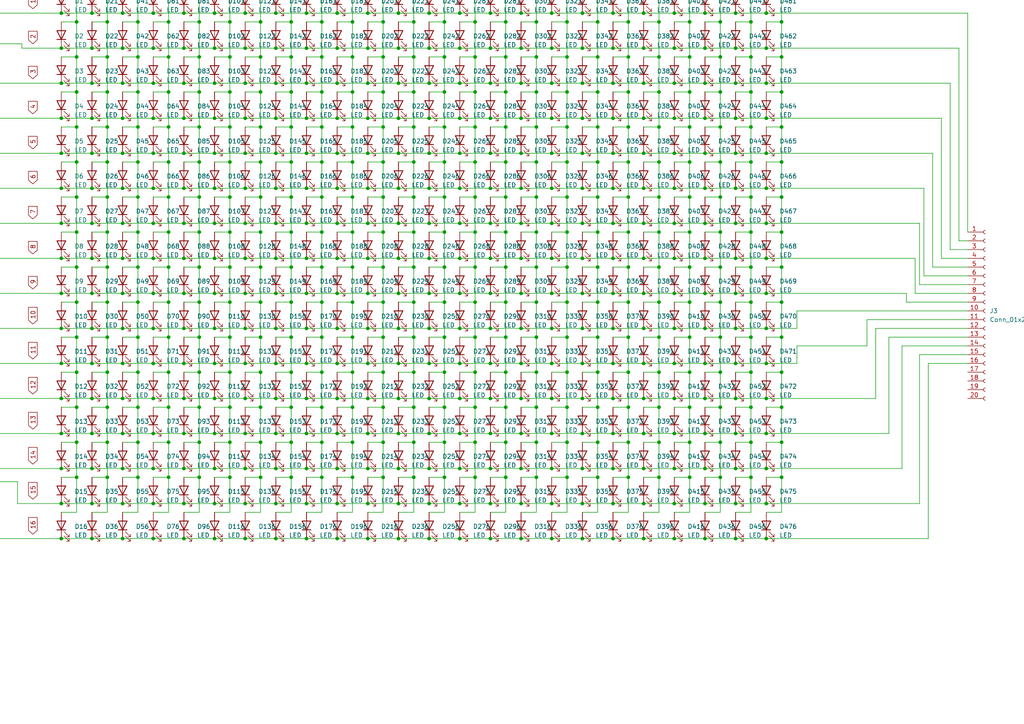
<source format=kicad_sch>
(kicad_sch (version 20250114) (generator "eeschema") (generator_version "9.0")
  (paper "A4")
  (junction (at 191.135 128.27))
  (junction (at 177.8 135.89))
  (junction (at 208.28 -3.81))
  (junction (at 128.905 6.35))
  (junction (at 31.115 67.31))
  (junction (at 22.225 77.47))
  (junction (at 48.895 128.27))
  (junction (at 17.78 156.21))
  (junction (at 57.785 6.35))
  (junction (at 53.34 115.57))
  (junction (at 97.79 95.25))
  (junction (at 173.355 26.67))
  (junction (at 57.785 26.67))
  (junction (at 62.23 115.57))
  (junction (at 66.04 -3.81))
  (junction (at 208.915 128.27))
  (junction (at 57.785 77.47))
  (junction (at 133.35 125.73))
  (junction (at 35.56 95.25))
  (junction (at 84.455 67.31))
  (junction (at 88.9 64.77))
  (junction (at 22.225 67.31))
  (junction (at 40.005 97.79))
  (junction (at 128.905 128.27))
  (junction (at 48.895 26.67))
  (junction (at 22.225 16.51))
  (junction (at 133.35 44.45))
  (junction (at 93.345 26.67))
  (junction (at 53.34 105.41))
  (junction (at 137.795 46.99))
  (junction (at 97.79 44.45))
  (junction (at 186.69 24.13))
  (junction (at 182.245 46.99))
  (junction (at 160.02 135.89))
  (junction (at 160.02 24.13))
  (junction (at 186.69 64.77))
  (junction (at 191.135 16.51))
  (junction (at 80.01 95.25))
  (junction (at 133.35 115.57))
  (junction (at 62.23 125.73))
  (junction (at 106.68 34.29))
  (junction (at 31.115 77.47))
  (junction (at 182.245 118.11))
  (junction (at 204.47 54.61))
  (junction (at 151.13 105.41))
  (junction (at 102.235 36.83))
  (junction (at 35.56 115.57))
  (junction (at 182.245 87.63))
  (junction (at 164.465 6.35))
  (junction (at 173.355 36.83))
  (junction (at 80.01 54.61))
  (junction (at 160.02 34.29))
  (junction (at 84.455 107.95))
  (junction (at 160.02 125.73))
  (junction (at 80.01 44.45))
  (junction (at 226.695 107.95))
  (junction (at 35.56 105.41))
  (junction (at 195.58 74.93))
  (junction (at 53.34 3.81))
  (junction (at 57.785 138.43))
  (junction (at 26.67 85.09))
  (junction (at 62.23 95.25))
  (junction (at 106.68 13.97))
  (junction (at 57.785 128.27))
  (junction (at 120.015 138.43))
  (junction (at 115.57 74.93))
  (junction (at 40.005 -3.81))
  (junction (at 146.685 26.67))
  (junction (at 66.675 118.11))
  (junction (at 53.34 44.45))
  (junction (at 142.24 13.97))
  (junction (at 195.58 156.21))
  (junction (at 84.455 36.83))
  (junction (at 40.005 6.35))
  (junction (at 137.795 36.83))
  (junction (at 111.125 128.27))
  (junction (at 177.8 146.05))
  (junction (at 173.355 107.95))
  (junction (at 62.23 44.45))
  (junction (at 186.69 125.73))
  (junction (at 142.24 44.45))
  (junction (at 213.36 74.93))
  (junction (at 226.06 -3.81))
  (junction (at 133.35 13.97))
  (junction (at 17.78 34.29))
  (junction (at 137.795 16.51))
  (junction (at 31.115 57.15))
  (junction (at 75.565 36.83))
  (junction (at 31.115 107.95))
  (junction (at 66.675 36.83))
  (junction (at 71.12 85.09))
  (junction (at 62.23 105.41))
  (junction (at 53.34 85.09))
  (junction (at 35.56 146.05))
  (junction (at 226.695 87.63))
  (junction (at 44.45 156.21))
  (junction (at 168.91 146.05))
  (junction (at 80.01 74.93))
  (junction (at 146.685 138.43))
  (junction (at 186.69 13.97))
  (junction (at 22.225 138.43))
  (junction (at 115.57 85.09))
  (junction (at 151.13 74.93))
  (junction (at 160.02 44.45))
  (junction (at 128.905 26.67))
  (junction (at 164.465 118.11))
  (junction (at 222.25 156.21))
  (junction (at 84.455 118.11))
  (junction (at 39.37 -3.81))
  (junction (at 71.12 34.29))
  (junction (at 93.345 118.11))
  (junction (at 222.25 64.77))
  (junction (at 199.39 -3.81))
  (junction (at 44.45 54.61))
  (junction (at 151.13 95.25))
  (junction (at 204.47 95.25))
  (junction (at 40.005 26.67))
  (junction (at 164.465 -3.81))
  (junction (at 164.465 36.83))
  (junction (at 88.9 44.45))
  (junction (at 142.24 105.41))
  (junction (at 222.25 95.25))
  (junction (at 88.9 105.41))
  (junction (at 177.8 3.81))
  (junction (at 80.01 115.57))
  (junction (at 191.135 46.99))
  (junction (at 164.465 97.79))
  (junction (at 48.895 97.79))
  (junction (at 186.69 85.09))
  (junction (at 22.225 87.63))
  (junction (at 26.67 3.81))
  (junction (at 208.915 6.35))
  (junction (at 186.69 156.21))
  (junction (at 111.125 77.47))
  (junction (at 106.68 3.81))
  (junction (at 155.575 97.79))
  (junction (at 173.355 67.31))
  (junction (at 35.56 135.89))
  (junction (at 80.01 3.81))
  (junction (at 200.025 138.43))
  (junction (at 40.005 107.95))
  (junction (at 208.915 87.63))
  (junction (at 177.8 64.77))
  (junction (at 62.23 3.81))
  (junction (at 57.785 46.99))
  (junction (at 75.565 138.43))
  (junction (at 115.57 24.13))
  (junction (at 155.575 16.51))
  (junction (at 226.695 118.11))
  (junction (at 21.59 -3.81))
  (junction (at 204.47 64.77))
  (junction (at 75.565 46.99))
  (junction (at 200.025 -3.81))
  (junction (at 48.895 138.43))
  (junction (at 80.01 34.29))
  (junction (at 71.12 146.05))
  (junction (at 133.35 95.25))
  (junction (at 204.47 125.73))
  (junction (at 213.36 115.57))
  (junction (at 142.24 74.93))
  (junction (at 137.795 77.47))
  (junction (at 48.895 87.63))
  (junction (at 66.675 97.79))
  (junction (at 182.245 97.79))
  (junction (at 191.135 26.67))
  (junction (at 151.13 54.61))
  (junction (at 226.695 97.79))
  (junction (at 208.915 118.11))
  (junction (at 200.025 128.27))
  (junction (at 35.56 85.09))
  (junction (at 31.115 46.99))
  (junction (at 177.8 115.57))
  (junction (at 124.46 44.45))
  (junction (at 75.565 6.35))
  (junction (at 124.46 125.73))
  (junction (at 44.45 64.77))
  (junction (at 22.225 107.95))
  (junction (at 106.68 156.21))
  (junction (at 195.58 13.97))
  (junction (at 124.46 85.09))
  (junction (at 226.695 -3.81))
  (junction (at 71.12 13.97))
  (junction (at 164.465 16.51))
  (junction (at 109.22 -3.81))
  (junction (at 222.25 105.41))
  (junction (at 111.125 57.15))
  (junction (at 226.695 67.31))
  (junction (at 44.45 34.29))
  (junction (at 44.45 74.93))
  (junction (at 208.915 97.79))
  (junction (at 128.905 97.79))
  (junction (at 22.225 46.99))
  (junction (at 75.565 16.51))
  (junction (at 31.115 118.11))
  (junction (at 151.13 64.77))
  (junction (at 93.345 6.35))
  (junction (at 48.26 -3.81))
  (junction (at 115.57 64.77))
  (junction (at 88.9 156.21))
  (junction (at 31.115 97.79))
  (junction (at 200.025 97.79))
  (junction (at 62.23 146.05))
  (junction (at 22.225 36.83))
  (junction (at 204.47 74.93))
  (junction (at 222.25 85.09))
  (junction (at 173.355 57.15))
  (junction (at 213.36 44.45))
  (junction (at 57.785 87.63))
  (junction (at 177.8 125.73))
  (junction (at 151.13 34.29))
  (junction (at 137.795 107.95))
  (junction (at 155.575 46.99))
  (junction (at 75.565 77.47))
  (junction (at 217.805 36.83))
  (junction (at 137.795 97.79))
  (junction (at 168.91 135.89))
  (junction (at 80.01 64.77))
  (junction (at 26.67 115.57))
  (junction (at 133.35 156.21))
  (junction (at 17.78 64.77))
  (junction (at 146.685 107.95))
  (junction (at 204.47 115.57))
  (junction (at 97.79 135.89))
  (junction (at 57.785 16.51))
  (junction (at 155.575 26.67))
  (junction (at 173.355 -3.81))
  (junction (at 177.8 13.97))
  (junction (at 97.79 125.73))
  (junction (at 124.46 13.97))
  (junction (at 191.135 67.31))
  (junction (at 200.025 87.63))
  (junction (at 71.12 156.21))
  (junction (at 182.245 67.31))
  (junction (at 93.345 67.31))
  (junction (at 80.01 13.97))
  (junction (at 177.8 95.25))
  (junction (at 208.915 16.51))
  (junction (at 97.79 115.57))
  (junction (at 40.005 138.43))
  (junction (at 71.12 74.93))
  (junction (at 75.565 -3.81))
  (junction (at 213.36 3.81))
  (junction (at 57.785 36.83))
  (junction (at 208.915 36.83))
  (junction (at 133.35 64.77))
  (junction (at 120.015 26.67))
  (junction (at 177.8 74.93))
  (junction (at 186.69 34.29))
  (junction (at 182.245 26.67))
  (junction (at 66.675 6.35))
  (junction (at 160.02 146.05))
  (junction (at 164.465 77.47))
  (junction (at 102.235 6.35))
  (junction (at 111.125 138.43))
  (junction (at 120.015 46.99))
  (junction (at 26.67 24.13))
  (junction (at 26.67 34.29))
  (junction (at 208.915 46.99))
  (junction (at 208.915 26.67))
  (junction (at 62.23 24.13))
  (junction (at 173.355 87.63))
  (junction (at 106.68 146.05))
  (junction (at 111.125 26.67))
  (junction (at 200.025 6.35))
  (junction (at 164.465 87.63))
  (junction (at 26.67 64.77))
  (junction (at 22.225 128.27))
  (junction (at 71.12 54.61))
  (junction (at 142.24 34.29))
  (junction (at 186.69 74.93))
  (junction (at 120.015 -3.81))
  (junction (at 93.345 128.27))
  (junction (at 213.36 105.41))
  (junction (at 44.45 135.89))
  (junction (at 17.78 54.61))
  (junction (at 160.02 156.21))
  (junction (at 106.68 64.77))
  (junction (at 40.005 16.51))
  (junction (at 204.47 105.41))
  (junction (at 111.125 6.35))
  (junction (at 35.56 13.97))
  (junction (at 190.5 -3.81))
  (junction (at 88.9 74.93))
  (junction (at 22.225 57.15))
  (junction (at 151.13 24.13))
  (junction (at 217.805 16.51))
  (junction (at 168.91 3.81))
  (junction (at 191.135 6.35))
  (junction (at 111.125 118.11))
  (junction (at 102.235 128.27))
  (junction (at 124.46 146.05))
  (junction (at 128.905 77.47))
  (junction (at 17.78 13.97))
  (junction (at 128.905 118.11))
  (junction (at 222.25 44.45))
  (junction (at 31.115 138.43))
  (junction (at 22.225 26.67))
  (junction (at 137.795 87.63))
  (junction (at 195.58 146.05))
  (junction (at 17.78 3.81))
  (junction (at 146.685 87.63))
  (junction (at 40.005 57.15))
  (junction (at 40.005 128.27))
  (junction (at 200.025 36.83))
  (junction (at 26.67 54.61))
  (junction (at 93.345 16.51))
  (junction (at 195.58 44.45))
  (junction (at 93.345 107.95))
  (junction (at 102.235 107.95))
  (junction (at 17.78 74.93))
  (junction (at 120.015 107.95))
  (junction (at 31.115 -3.81))
  (junction (at 88.9 85.09))
  (junction (at 75.565 118.11))
  (junction (at 53.34 125.73))
  (junction (at 177.8 24.13))
  (junction (at 84.455 57.15))
  (junction (at 204.47 13.97))
  (junction (at 164.465 46.99))
  (junction (at 217.805 67.31))
  (junction (at 213.36 24.13))
  (junction (at 173.355 46.99))
  (junction (at 133.35 54.61))
  (junction (at 217.805 77.47))
  (junction (at 208.915 57.15))
  (junction (at 111.125 36.83))
  (junction (at 75.565 128.27))
  (junction (at 213.36 34.29))
  (junction (at 75.565 107.95))
  (junction (at 142.24 24.13))
  (junction (at 44.45 146.05))
  (junction (at 173.355 16.51))
  (junction (at 200.025 118.11))
  (junction (at 213.36 13.97))
  (junction (at 115.57 125.73))
  (junction (at 182.245 -3.81))
  (junction (at 168.91 156.21))
  (junction (at 115.57 3.81))
  (junction (at 217.805 138.43))
  (junction (at 128.905 138.43))
  (junction (at 84.455 6.35))
  (junction (at 195.58 24.13))
  (junction (at 182.245 57.15))
  (junction (at 146.685 67.31))
  (junction (at 160.02 95.25))
  (junction (at 168.91 54.61))
  (junction (at 106.68 74.93))
  (junction (at 177.8 34.29))
  (junction (at 177.8 105.41))
  (junction (at 102.235 97.79))
  (junction (at 222.25 135.89))
  (junction (at 111.125 16.51))
  (junction (at 71.12 24.13))
  (junction (at 226.695 36.83))
  (junction (at 217.805 -3.81))
  (junction (at 155.575 6.35))
  (junction (at 66.675 57.15))
  (junction (at 88.9 115.57))
  (junction (at 66.675 107.95))
  (junction (at 155.575 77.47))
  (junction (at 124.46 64.77))
  (junction (at 168.91 34.29))
  (junction (at 35.56 156.21))
  (junction (at 154.94 -3.81))
  (junction (at 124.46 54.61))
  (junction (at 93.345 138.43))
  (junction (at 208.915 138.43))
  (junction (at 142.24 54.61))
  (junction (at 71.12 135.89))
  (junction (at 17.78 24.13))
  (junction (at 111.125 -3.81))
  (junction (at 222.25 13.97))
  (junction (at 115.57 146.05))
  (junction (at 53.34 74.93))
  (junction (at 66.675 67.31))
  (junction (at 208.915 67.31))
  (junction (at 155.575 138.43))
  (junction (at 213.36 95.25))
  (junction (at 93.345 87.63))
  (junction (at 106.68 105.41))
  (junction (at 62.23 64.77))
  (junction (at 195.58 64.77))
  (junction (at 35.56 74.93))
  (junction (at 217.805 57.15))
  (junction (at 97.79 146.05))
  (junction (at 115.57 54.61))
  (junction (at 146.685 16.51))
  (junction (at 133.35 3.81))
  (junction (at 88.9 95.25))
  (junction (at 84.455 77.47))
  (junction (at 155.575 107.95))
  (junction (at 71.12 115.57))
  (junction (at 213.36 54.61))
  (junction (at 88.9 146.05))
  (junction (at 168.91 105.41))
  (junction (at 173.355 128.27))
  (junction (at 44.45 24.13))
  (junction (at 195.58 3.81))
  (junction (at 142.24 3.81))
  (junction (at 84.455 -3.81))
  (junction (at 102.235 77.47))
  (junction (at 137.795 67.31))
  (junction (at 71.12 105.41))
  (junction (at 146.685 77.47))
  (junction (at 168.91 115.57))
  (junction (at 106.68 115.57))
  (junction (at 151.13 135.89))
  (junction (at 217.805 26.67))
  (junction (at 208.915 107.95))
  (junction (at 213.36 64.77))
  (junction (at 195.58 115.57))
  (junction (at 31.115 6.35))
  (junction (at 83.82 -3.81))
  (junction (at 17.78 115.57))
  (junction (at 111.125 87.63))
  (junction (at 173.355 97.79))
  (junction (at 191.135 57.15))
  (junction (at 204.47 34.29))
  (junction (at 200.025 77.47))
  (junction (at 35.56 64.77))
  (junction (at 186.69 54.61))
  (junction (at 142.24 146.05))
  (junction (at 48.895 16.51))
  (junction (at 26.67 74.93))
  (junction (at 80.01 125.73))
  (junction (at 80.01 146.05))
  (junction (at 146.685 118.11))
  (junction (at 84.455 16.51))
  (junction (at 120.015 87.63))
  (junction (at 97.79 54.61))
  (junction (at 66.675 26.67))
  (junction (at 75.565 87.63))
  (junction (at 186.69 135.89))
  (junction (at 195.58 54.61))
  (junction (at 40.005 87.63))
  (junction (at 106.68 85.09))
  (junction (at 26.67 135.89))
  (junction (at 111.125 107.95))
  (junction (at 142.24 95.25))
  (junction (at 222.25 34.29))
  (junction (at 53.34 64.77))
  (junction (at 155.575 57.15))
  (junction (at 53.34 34.29))
  (junction (at 222.25 74.93))
  (junction (at 93.345 36.83))
  (junction (at 115.57 95.25))
  (junction (at 84.455 97.79))
  (junction (at 40.005 36.83))
  (junction (at 128.905 -3.81))
  (junction (at 168.91 64.77))
  (junction (at 173.355 138.43))
  (junction (at 186.69 3.81))
  (junction (at 142.24 85.09))
  (junction (at 80.01 156.21))
  (junction (at 160.02 3.81))
  (junction (at 74.93 -3.81))
  (junction (at 204.47 135.89))
  (junction (at 146.685 46.99))
  (junction (at 208.915 77.47))
  (junction (at 80.01 135.89))
  (junction (at 106.68 54.61))
  (junction (at 222.25 54.61))
  (junction (at 88.9 54.61))
  (junction (at 204.47 146.05))
  (junction (at 48.895 -3.81))
  (junction (at 217.805 118.11))
  (junction (at 53.34 54.61))
  (junction (at 40.005 67.31))
  (junction (at 146.685 57.15))
  (junction (at 217.805 6.35))
  (junction (at 124.46 24.13))
  (junction (at 146.685 36.83))
  (junction (at 155.575 -3.81))
  (junction (at 102.235 26.67))
  (junction (at 160.02 105.41))
  (junction (at 66.675 77.47))
  (junction (at 44.45 44.45))
  (junction (at 44.45 115.57))
  (junction (at 168.91 85.09))
  (junction (at 120.015 16.51))
  (junction (at 57.785 118.11))
  (junction (at 106.68 44.45))
  (junction (at 182.245 138.43))
  (junction (at 151.13 44.45))
  (junction (at 226.695 26.67))
  (junction (at 124.46 105.41))
  (junction (at 120.015 97.79))
  (junction (at 191.135 -3.81))
  (junction (at 26.67 105.41))
  (junction (at 88.9 135.89))
  (junction (at 35.56 125.73))
  (junction (at 31.115 128.27))
  (junction (at 97.79 156.21))
  (junction (at 75.565 57.15))
  (junction (at 142.24 156.21))
  (junction (at 44.45 105.41))
  (junction (at 213.36 85.09))
  (junction (at 44.45 85.09))
  (junction (at 115.57 105.41))
  (junction (at 137.795 57.15))
  (junction (at 101.6 -3.81))
  (junction (at 191.135 118.11))
  (junction (at 217.17 -3.81))
  (junction (at 44.45 13.97))
  (junction (at 146.685 -3.81))
  (junction (at 160.02 54.61))
  (junction (at 80.01 105.41))
  (junction (at 124.46 135.89))
  (junction (at 186.69 146.05))
  (junction (at 120.015 118.11))
  (junction (at 40.005 46.99))
  (junction (at 128.905 67.31))
  (junction (at 127 -3.81))
  (junction (at 155.575 128.27))
  (junction (at 160.02 64.77))
  (junction (at 155.575 67.31))
  (junction (at 142.24 64.77))
  (junction (at 97.79 74.93))
  (junction (at 222.25 125.73))
  (junction (at 88.9 13.97))
  (junction (at 106.68 24.13))
  (junction (at 120.015 36.83))
  (junction (at 200.025 107.95))
  (junction (at 195.58 125.73))
  (junction (at 22.225 6.35))
  (junction (at 222.25 146.05))
  (junction (at 97.79 34.29))
  (junction (at 217.805 46.99))
  (junction (at 111.125 46.99))
  (junction (at 66.675 16.51))
  (junction (at 31.115 16.51))
  (junction (at 172.72 -3.81))
  (junction (at 48.895 57.15))
  (junction (at 151.13 125.73))
  (junction (at 213.36 146.05))
  (junction (at 155.575 118.11))
  (junction (at 226.695 6.35))
  (junction (at 177.8 54.61))
  (junction (at 17.78 125.73))
  (junction (at 186.69 95.25))
  (junction (at 53.34 95.25))
  (junction (at 17.78 95.25))
  (junction (at 35.56 24.13))
  (junction (at 120.015 67.31))
  (junction (at 106.68 135.89))
  (junction (at 102.235 -3.81))
  (junction (at 120.015 128.27))
  (junction (at 48.895 107.95))
  (junction (at 35.56 3.81))
  (junction (at 97.79 24.13))
  (junction (at 124.46 115.57))
  (junction (at 164.465 57.15))
  (junction (at 191.135 36.83))
  (junction (at 66.675 128.27))
  (junction (at 195.58 85.09))
  (junction (at 128.905 87.63))
  (junction (at 137.795 26.67))
  (junction (at 200.025 57.15))
  (junction (at 182.245 16.51))
  (junction (at 204.47 3.81))
  (junction (at 115.57 115.57))
  (junction (at 137.795 138.43))
  (junction (at 204.47 24.13))
  (junction (at 57.785 -3.81))
  (junction (at 155.575 36.83))
  (junction (at 222.25 3.81))
  (junction (at 97.79 85.09))
  (junction (at 182.245 128.27))
  (junction (at 115.57 135.89))
  (junction (at 195.58 95.25))
  (junction (at 17.78 85.09))
  (junction (at 137.795 6.35))
  (junction (at 124.46 156.21))
  (junction (at 128.905 36.83))
  (junction (at 93.345 57.15))
  (junction (at 120.015 6.35))
  (junction (at 88.9 3.81))
  (junction (at 35.56 34.29))
  (junction (at 35.56 44.45))
  (junction (at 164.465 128.27))
  (junction (at 97.79 3.81))
  (junction (at 102.235 87.63))
  (junction (at 160.02 74.93))
  (junction (at 62.23 156.21))
  (junction (at 181.61 -3.81))
  (junction (at 133.35 105.41))
  (junction (at 182.245 6.35))
  (junction (at 93.345 77.47))
  (junction (at 71.12 95.25))
  (junction (at 164.465 67.31))
  (junction (at 182.245 77.47))
  (junction (at 204.47 44.45))
  (junction (at 102.235 57.15))
  (junction (at 17.78 44.45))
  (junction (at 48.895 46.99))
  (junction (at 128.905 16.51))
  (junction (at 62.23 34.29))
  (junction (at 40.005 77.47))
  (junction (at 84.455 26.67))
  (junction (at 17.78 135.89))
  (junction (at 191.135 107.95))
  (junction (at 48.895 118.11))
  (junction (at 204.47 156.21))
  (junction (at 151.13 115.57))
  (junction (at 191.135 77.47))
  (junction (at 44.45 95.25))
  (junction (at 88.9 24.13))
  (junction (at 160.02 85.09))
  (junction (at 22.225 -3.81))
  (junction (at 53.34 24.13))
  (junction (at 84.455 46.99))
  (junction (at 124.46 95.25))
  (junction (at 146.685 6.35))
  (junction (at 124.46 74.93))
  (junction (at 26.67 125.73))
  (junction (at 75.565 67.31))
  (junction (at 92.71 -3.81))
  (junction (at 57.785 97.79))
  (junction (at 66.675 138.43))
  (junction (at 71.12 44.45))
  (junction (at 226.695 46.99))
  (junction (at 222.25 115.57))
  (junction (at 137.795 118.11))
  (junction (at 226.695 16.51))
  (junction (at 200.025 26.67))
  (junction (at 133.35 74.93))
  (junction (at 195.58 135.89))
  (junction (at 75.565 97.79))
  (junction (at 217.805 87.63))
  (junction (at 168.91 95.25))
  (junction (at 186.69 115.57))
  (junction (at 146.685 128.27))
  (junction (at 222.25 24.13))
  (junction (at 217.805 128.27))
  (junction (at 191.135 138.43))
  (junction (at 93.345 46.99))
  (junction (at 173.355 77.47))
  (junction (at 62.23 85.09))
  (junction (at 53.34 13.97))
  (junction (at 164.465 26.67))
  (junction (at 146.05 -3.81))
  (junction (at 26.67 156.21))
  (junction (at 177.8 85.09))
  (junction (at 93.345 -3.81))
  (junction (at 163.83 -3.81))
  (junction (at 133.35 146.05))
  (junction (at 115.57 13.97))
  (junction (at 168.91 74.93))
  (junction (at 84.455 87.63))
  (junction (at 80.01 85.09))
  (junction (at 151.13 13.97))
  (junction (at 173.355 118.11))
  (junction (at 168.91 24.13))
  (junction (at 120.015 57.15))
  (junction (at 31.115 87.63))
  (junction (at 151.13 3.81))
  (junction (at 151.13 156.21))
  (junction (at 26.67 146.05))
  (junction (at 57.785 107.95))
  (junction (at 66.675 87.63))
  (junction (at 57.785 67.31))
  (junction (at 102.235 67.31))
  (junction (at 133.35 24.13))
  (junction (at 31.115 36.83))
  (junction (at 226.695 77.47))
  (junction (at 22.225 118.11))
  (junction (at 48.895 36.83))
  (junction (at 208.915 -3.81))
  (junction (at 102.235 118.11))
  (junction (at 124.46 3.81))
  (junction (at 88.9 34.29))
  (junction (at 53.34 146.05))
  (junction (at 151.13 146.05))
  (junction (at 71.12 3.81))
  (junction (at 173.355 6.35))
  (junction (at 182.245 36.83))
  (junction (at 75.565 26.67))
  (junction (at 71.12 64.77))
  (junction (at 71.12 125.73))
  (junction (at 106.68 95.25))
  (junction (at 168.91 125.73))
  (junction (at 213.36 156.21))
  (junction (at 186.69 105.41))
  (junction (at 182.245 107.95))
  (junction (at 57.785 57.15))
  (junction (at 155.575 87.63))
  (junction (at 116.84 -3.81))
  (junction (at 142.24 115.57))
  (junction (at 133.35 135.89))
  (junction (at 217.805 107.95))
  (junction (at 66.675 46.99))
  (junction (at 151.13 85.09))
  (junction (at 137.795 -3.81))
  (junction (at 26.67 44.45))
  (junction (at 128.905 57.15))
  (junction (at 160.02 115.57))
  (junction (at 204.47 85.09))
  (junction (at 164.465 138.43))
  (junction (at 102.235 16.51))
  (junction (at 53.34 156.21))
  (junction (at 115.57 34.29))
  (junction (at 31.115 26.67))
  (junction (at 164.465 107.95))
  (junction (at 142.24 125.73))
  (junction (at 137.795 128.27))
  (junction (at 97.79 64.77))
  (junction (at 88.9 125.73))
  (junction (at 128.905 107.95))
  (junction (at 62.23 54.61))
  (junction (at 226.695 138.43))
  (junction (at 62.23 74.93))
  (junction (at 168.91 44.45))
  (junction (at 111.125 67.31))
  (junction (at 120.015 77.47))
  (junction (at 213.36 135.89))
  (junction (at 66.675 -3.81))
  (junction (at 115.57 156.21))
  (junction (at 135.89 -3.81))
  (junction (at 177.8 44.45))
  (junction (at 26.67 95.25))
  (junction (at 57.15 -3.81))
  (junction (at 124.46 34.29))
  (junction (at 195.58 105.41))
  (junction (at 17.78 105.41))
  (junction (at 213.36 125.73))
  (junction (at 195.58 34.29))
  (junction (at 115.57 44.45))
  (junction (at 97.79 13.97))
  (junction (at 22.225 97.79))
  (junction (at 62.23 135.89))
  (junction (at 226.695 57.15))
  (junction (at 93.345 97.79))
  (junction (at 97.79 105.41))
  (junction (at 44.45 125.73))
  (junction (at 17.78 146.05))
  (junction (at 217.805 97.79))
  (junction (at 106.68 125.73))
  (junction (at 186.69 44.45))
  (junction (at 48.895 6.35))
  (junction (at 111.125 97.79))
  (junction (at 35.56 54.61))
  (junction (at 191.135 87.63))
  (junction (at 200.025 46.99))
  (junction (at 200.025 16.51))
  (junction (at 146.685 97.79))
  (junction (at 200.025 67.31))
  (junction (at 26.67 13.97))
  (junction (at 177.8 156.21))
  (junction (at 40.005 118.11))
  (junction (at 133.35 85.09))
  (junction (at 102.235 46.99))
  (junction (at 84.455 138.43))
  (junction (at 133.35 34.29))
  (junction (at 48.895 67.31))
  (junction (at 226.695 128.27))
  (junction (at 62.23 13.97))
  (junction (at 48.895 77.47))
  (junction (at 168.91 13.97))
  (junction (at 191.135 97.79))
  (junction (at 160.02 13.97))
  (junction (at 84.455 128.27))
  (junction (at 30.48 -3.81))
  (junction (at 102.235 138.43))
  (junction (at 142.24 135.89))
  (junction (at 128.905 46.99))
  (junction (at 44.45 3.81))
  (junction (at 53.34 135.89))
  (junction (at 80.01 24.13))
  (wire (pts (xy 31.115 138.43) (xy 31.115 148.59)))
  (wire (pts (xy 17.78 67.31) (xy 22.225 67.31)))
  (wire (pts (xy 106.68 57.15) (xy 111.125 57.15)))
  (wire (pts (xy 133.35 26.67) (xy 137.795 26.67)))
  (wire (pts (xy 53.34 -3.81) (xy 57.15 -3.81)))
  (wire (pts (xy 106.68 95.25) (xy 115.57 95.25)))
  (wire (pts (xy 111.125 16.51) (xy 111.125 26.67)))
  (wire (pts (xy 106.68 -3.81) (xy 109.22 -3.81)))
  (wire (pts (xy 133.35 13.97) (xy 142.24 13.97)))
  (wire (pts (xy 124.46 -39.37) (xy 124.46 -21.59)))
  (wire (pts (xy 17.78 146.05) (xy 26.67 146.05)))
  (wire (pts (xy 26.67 146.05) (xy 35.56 146.05)))
  (wire (pts (xy -16.51 100.33) (xy -45.72 100.33)))
  (wire (pts (xy 57.785 107.95) (xy 57.785 118.11)))
  (wire (pts (xy 106.68 64.77) (xy 115.57 64.77)))
  (wire (pts (xy 213.36 125.73) (xy 222.25 125.73)))
  (wire (pts (xy 195.58 16.51) (xy 200.025 16.51)))
  (wire (pts (xy 172.72 -22.86) (xy 127 -22.86)))
  (wire (pts (xy 177.8 74.93) (xy 186.69 74.93)))
  (wire (pts (xy 191.135 -5.08) (xy 191.135 -3.81)))
  (wire (pts (xy 62.23 148.59) (xy 66.675 148.59)))
  (wire (pts (xy 128.905 46.99) (xy 128.905 57.15)))
  (wire (pts (xy 44.45 44.45) (xy 53.34 44.45)))
  (wire (pts (xy 200.025 16.51) (xy 200.025 26.67)))
  (wire (pts (xy 164.465 46.99) (xy 164.465 57.15)))
  (wire (pts (xy 92.71 -20.32) (xy 92.71 -3.81)))
  (wire (pts (xy 142.24 -38.1) (xy 142.24 -39.37)))
  (wire (pts (xy 88.9 24.13) (xy 97.79 24.13)))
  (wire (pts (xy 22.225 -3.81) (xy 22.225 6.35)))
  (wire (pts (xy 102.235 36.83) (xy 102.235 46.99)))
  (wire (pts (xy 151.13 26.67) (xy 155.575 26.67)))
  (wire (pts (xy 200.025 6.35) (xy 200.025 16.51)))
  (wire (pts (xy 200.025 36.83) (xy 200.025 46.99)))
  (wire (pts (xy 111.125 -3.81) (xy 111.125 6.35)))
  (wire (pts (xy 168.91 156.21) (xy 177.8 156.21)))
  (wire (pts (xy 75.565 -5.08) (xy 75.565 -3.81)))
  (wire (pts (xy 53.34 148.59) (xy 57.785 148.59)))
  (wire (pts (xy 35.56 34.29) (xy 44.45 34.29)))
  (wire (pts (xy 35.56 105.41) (xy 44.45 105.41)))
  (wire (pts (xy 53.34 146.05) (xy 62.23 146.05)))
  (wire (pts (xy 88.9 125.73) (xy 97.79 125.73)))
  (wire (pts (xy 80.01 44.45) (xy 88.9 44.45)))
  (wire (pts (xy 97.79 6.35) (xy 102.235 6.35)))
  (wire (pts (xy 155.575 -3.81) (xy 155.575 6.35)))
  (wire (pts (xy 226.695 26.67) (xy 226.695 36.83)))
  (wire (pts (xy 177.8 36.83) (xy 182.245 36.83)))
  (wire (pts (xy 191.135 97.79) (xy 191.135 107.95)))
  (wire (pts (xy 80.01 125.73) (xy 88.9 125.73)))
  (wire (pts (xy 124.46 67.31) (xy 128.905 67.31)))
  (wire (pts (xy 181.61 -25.4) (xy 181.61 -3.81)))
  (wire (pts (xy 35.56 97.79) (xy 40.005 97.79)))
  (wire (pts (xy 164.465 57.15) (xy 164.465 67.31)))
  (wire (pts (xy 48.895 6.35) (xy 48.895 16.51)))
  (wire (pts (xy 222.25 128.27) (xy 226.695 128.27)))
  (wire (pts (xy 80.01 146.05) (xy 88.9 146.05)))
  (wire (pts (xy -24.13 64.77) (xy -24.13 82.55)))
  (wire (pts (xy 17.78 13.97) (xy 26.67 13.97)))
  (wire (pts (xy 115.57 16.51) (xy 120.015 16.51)))
  (wire (pts (xy 213.36 -3.81) (xy 217.17 -3.81)))
  (wire (pts (xy 115.57 135.89) (xy 124.46 135.89)))
  (wire (pts (xy 93.345 -3.81) (xy 93.345 6.35)))
  (wire (pts (xy 22.225 138.43) (xy 22.225 148.59)))
  (wire (pts (xy 102.235 26.67) (xy 102.235 36.83)))
  (wire (pts (xy 208.915 16.51) (xy 208.915 26.67)))
  (wire (pts (xy 155.575 57.15) (xy 155.575 67.31)))
  (wire (pts (xy 26.67 85.09) (xy 35.56 85.09)))
  (wire (pts (xy 146.685 128.27) (xy 146.685 138.43)))
  (wire (pts (xy 115.57 3.81) (xy 124.46 3.81)))
  (wire (pts (xy 160.02 34.29) (xy 168.91 34.29)))
  (wire (pts (xy 102.235 107.95) (xy 102.235 118.11)))
  (wire (pts (xy 164.465 26.67) (xy 164.465 36.83)))
  (wire (pts (xy 80.01 6.35) (xy 84.455 6.35)))
  (wire (pts (xy 93.345 97.79) (xy 93.345 107.95)))
  (wire (pts (xy 44.45 16.51) (xy 48.895 16.51)))
  (wire (pts (xy 84.455 138.43) (xy 84.455 148.59)))
  (wire (pts (xy 120.015 -3.81) (xy 120.015 6.35)))
  (wire (pts (xy 62.23 74.93) (xy 71.12 74.93)))
  (wire (pts (xy 222.25 24.13) (xy 275.59 24.13)))
  (wire (pts (xy 133.35 85.09) (xy 142.24 85.09)))
  (wire (pts (xy 97.79 125.73) (xy 106.68 125.73)))
  (wire (pts (xy 40.005 118.11) (xy 40.005 128.27)))
  (wire (pts (xy 137.795 107.95) (xy 137.795 118.11)))
  (wire (pts (xy 168.91 97.79) (xy 173.355 97.79)))
  (wire (pts (xy 88.9 67.31) (xy 93.345 67.31)))
  (wire (pts (xy 71.12 87.63) (xy 75.565 87.63)))
  (wire (pts (xy 155.575 -5.08) (xy 155.575 -3.81)))
  (wire (pts (xy 40.005 128.27) (xy 40.005 138.43)))
  (wire (pts (xy 124.46 95.25) (xy 133.35 95.25)))
  (wire (pts (xy 26.67 54.61) (xy 35.56 54.61)))
  (wire (pts (xy 17.78 156.21) (xy 26.67 156.21)))
  (wire (pts (xy -45.72 69.85) (xy -41.91 69.85)))
  (wire (pts (xy 44.45 26.67) (xy 48.895 26.67)))
  (wire (pts (xy 186.69 44.45) (xy 195.58 44.45)))
  (wire (pts (xy 128.905 26.67) (xy 128.905 36.83)))
  (wire (pts (xy 213.36 57.15) (xy 217.805 57.15)))
  (wire (pts (xy 17.78 44.45) (xy 26.67 44.45)))
  (wire (pts (xy 84.455 26.67) (xy 84.455 36.83)))
  (wire (pts (xy 17.78 46.99) (xy 22.225 46.99)))
  (wire (pts (xy 35.56 64.77) (xy 44.45 64.77)))
  (wire (pts (xy 26.67 67.31) (xy 31.115 67.31)))
  (wire (pts (xy 124.46 87.63) (xy 128.905 87.63)))
  (wire (pts (xy 164.465 97.79) (xy 164.465 107.95)))
  (wire (pts (xy 186.69 146.05) (xy 195.58 146.05)))
  (wire (pts (xy 191.135 26.67) (xy 191.135 36.83)))
  (wire (pts (xy 208.915 97.79) (xy 208.915 107.95)))
  (wire (pts (xy 217.805 118.11) (xy 217.805 128.27)))
  (wire (pts (xy 151.13 156.21) (xy 160.02 156.21)))
  (wire (pts (xy 142.24 36.83) (xy 146.685 36.83)))
  (wire (pts (xy 127 -12.7) (xy 127 -3.81)))
  (wire (pts (xy 155.575 97.79) (xy 155.575 107.95)))
  (wire (pts (xy 91.44 -31.75) (xy 91.44 -39.37)))
  (wire (pts (xy 115.57 77.47) (xy 120.015 77.47)))
  (wire (pts (xy 22.225 107.95) (xy 22.225 118.11)))
  (wire (pts (xy 128.905 77.47) (xy 128.905 87.63)))
  (wire (pts (xy 17.78 74.93) (xy 26.67 74.93)))
  (wire (pts (xy 222.25 95.25) (xy 231.14 95.25)))
  (wire (pts (xy 182.245 77.47) (xy 182.245 87.63)))
  (wire (pts (xy 208.28 -3.81) (xy 208.915 -3.81)))
  (wire (pts (xy 217.805 6.35) (xy 217.805 16.51)))
  (wire (pts (xy 213.36 34.29) (xy 222.25 34.29)))
  (wire (pts (xy 97.79 -3.81) (xy 101.6 -3.81)))
  (wire (pts (xy 151.13 34.29) (xy 160.02 34.29)))
  (wire (pts (xy 213.36 46.99) (xy 217.805 46.99)))
  (wire (pts (xy 186.69 34.29) (xy 195.58 34.29)))
  (wire (pts (xy 17.78 115.57) (xy 26.67 115.57)))
  (wire (pts (xy 222.25 125.73) (xy 257.81 125.73)))
  (wire (pts (xy 155.575 77.47) (xy 155.575 87.63)))
  (wire (pts (xy 21.59 -39.37) (xy 83.82 -39.37)))
  (wire (pts (xy 213.36 77.47) (xy 217.805 77.47)))
  (wire (pts (xy 204.47 54.61) (xy 213.36 54.61)))
  (wire (pts (xy 217.17 -3.81) (xy 217.805 -3.81)))
  (wire (pts (xy 75.565 138.43) (xy 75.565 148.59)))
  (wire (pts (xy 53.34 125.73) (xy 62.23 125.73)))
  (wire (pts (xy 53.34 135.89) (xy 62.23 135.89)))
  (wire (pts (xy 269.24 105.41) (xy 269.24 156.21)))
  (wire (pts (xy 88.9 118.11) (xy 93.345 118.11)))
  (wire (pts (xy 164.465 67.31) (xy 164.465 77.47)))
  (wire (pts (xy 106.68 118.11) (xy 111.125 118.11)))
  (wire (pts (xy 40.005 138.43) (xy 40.005 148.59)))
  (wire (pts (xy 137.795 26.67) (xy 137.795 36.83)))
  (wire (pts (xy 35.56 138.43) (xy 40.005 138.43)))
  (wire (pts (xy 208.915 6.35) (xy 208.915 16.51)))
  (wire (pts (xy 262.89 85.09) (xy 262.89 87.63)))
  (wire (pts (xy 124.46 34.29) (xy 133.35 34.29)))
  (wire (pts (xy 151.13 128.27) (xy 155.575 128.27)))
  (wire (pts (xy 204.47 3.81) (xy 213.36 3.81)))
  (wire (pts (xy 195.58 13.97) (xy 204.47 13.97)))
  (wire (pts (xy 71.12 135.89) (xy 80.01 135.89)))
  (wire (pts (xy 40.005 77.47) (xy 40.005 87.63)))
  (wire (pts (xy 97.79 135.89) (xy 106.68 135.89)))
  (wire (pts (xy 71.12 95.25) (xy 80.01 95.25)))
  (wire (pts (xy 97.79 87.63) (xy 102.235 87.63)))
  (wire (pts (xy 266.7 102.87) (xy 280.67 102.87)))
  (wire (pts (xy 22.225 46.99) (xy 22.225 57.15)))
  (wire (pts (xy 195.58 85.09) (xy 204.47 85.09)))
  (wire (pts (xy 80.01 54.61) (xy 88.9 54.61)))
  (wire (pts (xy 66.675 57.15) (xy 66.675 67.31)))
  (wire (pts (xy 164.465 118.11) (xy 164.465 128.27)))
  (wire (pts (xy 62.23 3.81) (xy 71.12 3.81)))
  (wire (pts (xy 97.79 54.61) (xy 106.68 54.61)))
  (wire (pts (xy 222.25 54.61) (xy 267.97 54.61)))
  (wire (pts (xy 191.135 36.83) (xy 191.135 46.99)))
  (wire (pts (xy 57.785 77.47) (xy 57.785 87.63)))
  (wire (pts (xy 40.005 97.79) (xy 40.005 107.95)))
  (wire (pts (xy 222.25 77.47) (xy 226.695 77.47)))
  (wire (pts (xy 195.58 77.47) (xy 200.025 77.47)))
  (wire (pts (xy 53.34 3.81) (xy 62.23 3.81)))
  (wire (pts (xy 44.45 125.73) (xy 53.34 125.73)))
  (wire (pts (xy 53.34 36.83) (xy 57.785 36.83)))
  (wire (pts (xy 151.13 6.35) (xy 155.575 6.35)))
  (wire (pts (xy 186.69 -3.81) (xy 190.5 -3.81)))
  (wire (pts (xy 168.91 74.93) (xy 177.8 74.93)))
  (wire (pts (xy 164.465 77.47) (xy 164.465 87.63)))
  (wire (pts (xy 53.34 26.67) (xy 57.785 26.67)))
  (wire (pts (xy 168.91 -3.81) (xy 172.72 -3.81)))
  (wire (pts (xy 31.115 6.35) (xy 31.115 16.51)))
  (wire (pts (xy 195.58 44.45) (xy 204.47 44.45)))
  (wire (pts (xy 111.125 97.79) (xy 111.125 107.95)))
  (wire (pts (xy 66.675 77.47) (xy 66.675 87.63)))
  (wire (pts (xy 133.35 3.81) (xy 142.24 3.81)))
  (wire (pts (xy 186.69 85.09) (xy 195.58 85.09)))
  (wire (pts (xy 182.245 128.27) (xy 182.245 138.43)))
  (wire (pts (xy 44.45 -3.81) (xy 48.26 -3.81)))
  (wire (pts (xy 93.345 46.99) (xy 93.345 57.15)))
  (wire (pts (xy 48.895 36.83) (xy 48.895 46.99)))
  (wire (pts (xy 217.805 138.43) (xy 217.805 148.59)))
  (wire (pts (xy 84.455 6.35) (xy 84.455 16.51)))
  (wire (pts (xy 75.565 57.15) (xy 75.565 67.31)))
  (wire (pts (xy 75.565 46.99) (xy 75.565 57.15)))
  (wire (pts (xy 137.795 6.35) (xy 137.795 16.51)))
  (wire (pts (xy 208.28 -33.02) (xy 137.16 -33.02)))
  (wire (pts (xy 66.04 -3.81) (xy 66.675 -3.81)))
  (wire (pts (xy 99.06 -25.4) (xy 74.93 -25.4)))
  (wire (pts (xy 213.36 87.63) (xy 217.805 87.63)))
  (wire (pts (xy 195.58 57.15) (xy 200.025 57.15)))
  (wire (pts (xy 226.695 138.43) (xy 226.695 148.59)))
  (wire (pts (xy 204.47 85.09) (xy 213.36 85.09)))
  (wire (pts (xy 204.47 24.13) (xy 213.36 24.13)))
  (wire (pts (xy 88.9 146.05) (xy 97.79 146.05)))
  (wire (pts (xy 40.005 6.35) (xy 40.005 16.51)))
  (wire (pts (xy 88.9 16.51) (xy 93.345 16.51)))
  (wire (pts (xy 88.9 64.77) (xy 97.79 64.77)))
  (wire (pts (xy 26.67 138.43) (xy 31.115 138.43)))
  (wire (pts (xy 160.02 77.47) (xy 164.465 77.47)))
  (wire (pts (xy 115.57 13.97) (xy 124.46 13.97)))
  (wire (pts (xy 102.235 128.27) (xy 102.235 138.43)))
  (wire (pts (xy 204.47 74.93) (xy 213.36 74.93)))
  (wire (pts (xy 97.79 138.43) (xy 102.235 138.43)))
  (wire (pts (xy 124.46 138.43) (xy 128.905 138.43)))
  (wire (pts (xy 168.91 34.29) (xy 177.8 34.29)))
  (wire (pts (xy 71.12 46.99) (xy 75.565 46.99)))
  (wire (pts (xy 124.46 97.79) (xy 128.905 97.79)))
  (wire (pts (xy 173.355 57.15) (xy 173.355 67.31)))
  (wire (pts (xy 146.685 -3.81) (xy 146.685 6.35)))
  (wire (pts (xy 168.91 3.81) (xy 177.8 3.81)))
  (wire (pts (xy 80.01 26.67) (xy 84.455 26.67)))
  (wire (pts (xy 231.14 105.41) (xy 231.14 100.33)))
  (wire (pts (xy 195.58 67.31) (xy 200.025 67.31)))
  (wire (pts (xy 160.02 105.41) (xy 168.91 105.41)))
  (wire (pts (xy 226.695 46.99) (xy 226.695 57.15)))
  (wire (pts (xy 48.895 87.63) (xy 48.895 97.79)))
  (wire (pts (xy 133.35 135.89) (xy 142.24 135.89)))
  (wire (pts (xy 106.68 3.81) (xy 115.57 3.81)))
  (wire (pts (xy 26.67 6.35) (xy 31.115 6.35)))
  (wire (pts (xy 75.565 77.47) (xy 75.565 87.63)))
  (wire (pts (xy 173.355 67.31) (xy 173.355 77.47)))
  (wire (pts (xy 115.57 -3.81) (xy 116.84 -3.81)))
  (wire (pts (xy 35.56 3.81) (xy 44.45 3.81)))
  (wire (pts (xy 124.46 6.35) (xy 128.905 6.35)))
  (wire (pts (xy 200.025 -3.81) (xy 200.025 6.35)))
  (wire (pts (xy 204.47 6.35) (xy 208.915 6.35)))
  (wire (pts (xy 93.345 57.15) (xy 93.345 67.31)))
  (wire (pts (xy 93.345 87.63) (xy 93.345 97.79)))
  (wire (pts (xy 31.115 26.67) (xy 31.115 36.83)))
  (wire (pts (xy 71.12 26.67) (xy 75.565 26.67)))
  (wire (pts (xy 262.89 87.63) (xy 280.67 87.63)))
  (wire (pts (xy -45.72 102.87) (xy -19.05 102.87)))
  (wire (pts (xy 160.02 67.31) (xy 164.465 67.31)))
  (wire (pts (xy 208.915 77.47) (xy 208.915 87.63)))
  (wire (pts (xy 177.8 6.35) (xy 182.245 6.35)))
  (wire (pts (xy 17.78 24.13) (xy 26.67 24.13)))
  (wire (pts (xy 182.245 -5.08) (xy 182.245 -3.81)))
  (wire (pts (xy 267.97 54.61) (xy 267.97 80.01)))
  (wire (pts (xy 71.12 13.97) (xy 80.01 13.97)))
  (wire (pts (xy 142.24 3.81) (xy 151.13 3.81)))
  (wire (pts (xy 97.79 105.41) (xy 106.68 105.41)))
  (wire (pts (xy 40.005 67.31) (xy 40.005 77.47)))
  (wire (pts (xy 30.48 -3.81) (xy 30.48 -36.83)))
  (wire (pts (xy 177.8 135.89) (xy 186.69 135.89)))
  (wire (pts (xy 22.225 57.15) (xy 22.225 67.31)))
  (wire (pts (xy -34.29 34.29) (xy 17.78 34.29)))
  (wire (pts (xy 164.465 -3.81) (xy 164.465 6.35)))
  (wire (pts (xy 186.69 64.77) (xy 195.58 64.77)))
  (wire (pts (xy 160.02 57.15) (xy 164.465 57.15)))
  (wire (pts (xy 124.46 156.21) (xy 133.35 156.21)))
  (wire (pts (xy 106.68 156.21) (xy 115.57 156.21)))
  (wire (pts (xy 115.57 67.31) (xy 120.015 67.31)))
  (wire (pts (xy 5.08 146.05) (xy 17.78 146.05)))
  (wire (pts (xy 142.24 87.63) (xy 146.685 87.63)))
  (wire (pts (xy 182.245 -3.81) (xy 182.245 6.35)))
  (wire (pts (xy 168.91 54.61) (xy 177.8 54.61)))
  (wire (pts (xy 31.115 107.95) (xy 31.115 118.11)))
  (wire (pts (xy 195.58 54.61) (xy 204.47 54.61)))
  (wire (pts (xy 173.355 107.95) (xy 173.355 118.11)))
  (wire (pts (xy 177.8 67.31) (xy 182.245 67.31)))
  (wire (pts (xy 71.12 -3.81) (xy 74.93 -3.81)))
  (wire (pts (xy 88.9 3.81) (xy 97.79 3.81)))
  (wire (pts (xy -45.72 92.71) (xy -7.62 92.71)))
  (wire (pts (xy -26.67 54.61) (xy -26.67 80.01)))
  (wire (pts (xy 213.36 138.43) (xy 217.805 138.43)))
  (wire (pts (xy 142.24 125.73) (xy 151.13 125.73)))
  (wire (pts (xy 88.9 107.95) (xy 93.345 107.95)))
  (wire (pts (xy 151.13 57.15) (xy 155.575 57.15)))
  (wire (pts (xy 31.115 -3.81) (xy 31.115 6.35)))
  (wire (pts (xy 151.13 138.43) (xy 155.575 138.43)))
  (wire (pts (xy 97.79 95.25) (xy 106.68 95.25)))
  (wire (pts (xy 92.71 -3.81) (xy 93.345 -3.81)))
  (wire (pts (xy 200.025 46.99) (xy 200.025 57.15)))
  (wire (pts (xy 213.36 85.09) (xy 222.25 85.09)))
  (wire (pts (xy 62.23 125.73) (xy 71.12 125.73)))
  (wire (pts (xy 128.905 87.63) (xy 128.905 97.79)))
  (wire (pts (xy 142.24 46.99) (xy 146.685 46.99)))
  (wire (pts (xy 31.115 128.27) (xy 31.115 138.43)))
  (wire (pts (xy 146.685 26.67) (xy 146.685 36.83)))
  (wire (pts (xy 106.68 146.05) (xy 115.57 146.05)))
  (wire (pts (xy 120.015 67.31) (xy 120.015 77.47)))
  (wire (pts (xy 62.23 156.21) (xy 71.12 156.21)))
  (wire (pts (xy 217.805 128.27) (xy 217.805 138.43)))
  (wire (pts (xy 217.805 26.67) (xy 217.805 36.83)))
  (wire (pts (xy 53.34 64.77) (xy 62.23 64.77)))
  (wire (pts (xy 31.115 -5.08) (xy 31.115 -3.81)))
  (wire (pts (xy 226.695 128.27) (xy 226.695 138.43)))
  (wire (pts (xy 226.06 -3.81) (xy 226.695 -3.81)))
  (wire (pts (xy 62.23 115.57) (xy 71.12 115.57)))
  (wire (pts (xy 75.565 -3.81) (xy 75.565 6.35)))
  (wire (pts (xy 151.13 16.51) (xy 155.575 16.51)))
  (wire (pts (xy 186.69 128.27) (xy 191.135 128.27)))
  (wire (pts (xy 124.46 85.09) (xy 133.35 85.09)))
  (wire (pts (xy 97.79 67.31) (xy 102.235 67.31)))
  (wire (pts (xy 115.57 118.11) (xy 120.015 118.11)))
  (wire (pts (xy 142.24 85.09) (xy 151.13 85.09)))
  (wire (pts (xy 151.13 115.57) (xy 160.02 115.57)))
  (wire (pts (xy 186.69 87.63) (xy 191.135 87.63)))
  (wire (pts (xy 142.24 156.21) (xy 151.13 156.21)))
  (wire (pts (xy 186.69 74.93) (xy 195.58 74.93)))
  (wire (pts (xy 53.34 107.95) (xy 57.785 107.95)))
  (wire (pts (xy 204.47 95.25) (xy 213.36 95.25)))
  (wire (pts (xy 128.905 36.83) (xy 128.905 46.99)))
  (wire (pts (xy 160.02 16.51) (xy 164.465 16.51)))
  (wire (pts (xy 97.79 16.51) (xy 102.235 16.51)))
  (wire (pts (xy 66.675 26.67) (xy 66.675 36.83)))
  (wire (pts (xy 160.02 74.93) (xy 168.91 74.93)))
  (wire (pts (xy 75.565 16.51) (xy 75.565 26.67)))
  (wire (pts (xy 101.6 -24.13) (xy 101.6 -39.37)))
  (wire (pts (xy 208.915 26.67) (xy 208.915 36.83)))
  (wire (pts (xy 44.45 115.57) (xy 53.34 115.57)))
  (wire (pts (xy -20.32 74.93) (xy 17.78 74.93)))
  (wire (pts (xy 186.69 13.97) (xy 195.58 13.97)))
  (wire (pts (xy 102.235 138.43) (xy 102.235 148.59)))
  (wire (pts (xy 213.36 107.95) (xy 217.805 107.95)))
  (wire (pts (xy 200.025 -5.08) (xy 200.025 -3.81)))
  (wire (pts (xy 151.13 77.47) (xy 155.575 77.47)))
  (wire (pts (xy 222.25 36.83) (xy 226.695 36.83)))
  (wire (pts (xy -7.62 92.71) (xy -7.62 105.41)))
  (wire (pts (xy 168.91 95.25) (xy 177.8 95.25)))
  (wire (pts (xy 44.45 135.89) (xy 53.34 135.89)))
  (wire (pts (xy 26.67 107.95) (xy 31.115 107.95)))
  (wire (pts (xy 44.45 146.05) (xy 53.34 146.05)))
  (wire (pts (xy 124.46 13.97) (xy 133.35 13.97)))
  (wire (pts (xy 124.46 115.57) (xy 133.35 115.57)))
  (wire (pts (xy 80.01 156.21) (xy 88.9 156.21)))
  (wire (pts (xy 48.895 118.11) (xy 48.895 128.27)))
  (wire (pts (xy 191.135 67.31) (xy 191.135 77.47)))
  (wire (pts (xy 53.34 54.61) (xy 62.23 54.61)))
  (wire (pts (xy 48.895 128.27) (xy 48.895 138.43)))
  (wire (pts (xy 40.005 26.67) (xy 40.005 36.83)))
  (wire (pts (xy 57.785 -5.08) (xy 57.785 -3.81)))
  (wire (pts (xy 31.115 57.15) (xy 31.115 67.31)))
  (wire (pts (xy 124.46 3.81) (xy 133.35 3.81)))
  (wire (pts (xy 48.26 -3.81) (xy 48.26 -31.75)))
  (wire (pts (xy 217.805 36.83) (xy 217.805 46.99)))
  (wire (pts (xy 270.51 44.45) (xy 270.51 77.47)))
  (wire (pts (xy 186.69 77.47) (xy 191.135 77.47)))
  (wire (pts (xy 66.675 -5.08) (xy 66.675 -3.81)))
  (wire (pts (xy 71.12 115.57) (xy 80.01 115.57)))
  (wire (pts (xy 44.45 97.79) (xy 48.895 97.79)))
  (wire (pts (xy 48.895 138.43) (xy 48.895 148.59)))
  (wire (pts (xy 133.35 67.31) (xy 137.795 67.31)))
  (wire (pts (xy 102.235 57.15) (xy 102.235 67.31)))
  (wire (pts (xy 168.91 36.83) (xy 173.355 36.83)))
  (wire (pts (xy 26.67 57.15) (xy 31.115 57.15)))
  (wire (pts (xy 177.8 107.95) (xy 182.245 107.95)))
  (wire (pts (xy 115.57 54.61) (xy 124.46 54.61)))
  (wire (pts (xy 195.58 74.93) (xy 204.47 74.93)))
  (wire (pts (xy 186.69 36.83) (xy 191.135 36.83)))
  (wire (pts (xy 182.245 16.51) (xy 182.245 26.67)))
  (wire (pts (xy 83.82 -3.81) (xy 84.455 -3.81)))
  (wire (pts (xy 208.915 67.31) (xy 208.915 77.47)))
  (wire (pts (xy 191.135 87.63) (xy 191.135 97.79)))
  (wire (pts (xy 124.46 54.61) (xy 133.35 54.61)))
  (wire (pts (xy 151.13 135.89) (xy 160.02 135.89)))
  (wire (pts (xy 88.9 95.25) (xy 97.79 95.25)))
  (wire (pts (xy 26.67 118.11) (xy 31.115 118.11)))
  (wire (pts (xy -38.1 24.13) (xy -38.1 72.39)))
  (wire (pts (xy 93.345 107.95) (xy 93.345 118.11)))
  (wire (pts (xy 213.36 67.31) (xy 217.805 67.31)))
  (wire (pts (xy 35.56 57.15) (xy 40.005 57.15)))
  (wire (pts (xy 17.78 3.81) (xy 26.67 3.81)))
  (wire (pts (xy 173.355 36.83) (xy 173.355 46.99)))
  (wire (pts (xy 106.68 138.43) (xy 111.125 138.43)))
  (wire (pts (xy 44.45 64.77) (xy 53.34 64.77)))
  (wire (pts (xy 97.79 24.13) (xy 106.68 24.13)))
  (wire (pts (xy 133.35 87.63) (xy 137.795 87.63)))
  (wire (pts (xy 266.7 146.05) (xy 266.7 102.87)))
  (wire (pts (xy 195.58 105.41) (xy 204.47 105.41)))
  (wire (pts (xy 57.785 -3.81) (xy 57.785 6.35)))
  (wire (pts (xy 133.35 97.79) (xy 137.795 97.79)))
  (wire (pts (xy 66.675 107.95) (xy 66.675 118.11)))
  (wire (pts (xy 40.005 87.63) (xy 40.005 97.79)))
  (wire (pts (xy 177.8 115.57) (xy 186.69 115.57)))
  (wire (pts (xy 53.34 85.09) (xy 62.23 85.09)))
  (wire (pts (xy 35.56 87.63) (xy 40.005 87.63)))
  (wire (pts (xy 173.355 26.67) (xy 173.355 36.83)))
  (wire (pts (xy 66.675 128.27) (xy 66.675 138.43)))
  (wire (pts (xy 17.78 107.95) (xy 22.225 107.95)))
  (wire (pts (xy 177.8 128.27) (xy 182.245 128.27)))
  (wire (pts (xy 93.98 -39.37) (xy 93.98 -29.21)))
  (wire (pts (xy 71.12 128.27) (xy 75.565 128.27)))
  (wire (pts (xy 115.57 115.57) (xy 124.46 115.57)))
  (wire (pts (xy 26.67 125.73) (xy 35.56 125.73)))
  (wire (pts (xy 80.01 3.81) (xy 88.9 3.81)))
  (wire (pts (xy 160.02 118.11) (xy 164.465 118.11)))
  (wire (pts (xy 106.68 -19.05) (xy 106.68 -39.37)))
  (wire (pts (xy 155.575 87.63) (xy 155.575 97.79)))
  (wire (pts (xy -24.13 82.55) (xy -45.72 82.55)))
  (wire (pts (xy 62.23 36.83) (xy 66.675 36.83)))
  (wire (pts (xy 137.795 46.99) (xy 137.795 57.15)))
  (wire (pts (xy 182.245 87.63) (xy 182.245 97.79)))
  (wire (pts (xy 21.59 -3.81) (xy 21.59 -39.37)))
  (wire (pts (xy 66.675 97.79) (xy 66.675 107.95)))
  (wire (pts (xy 173.355 46.99) (xy 173.355 57.15)))
  (wire (pts (xy 195.58 34.29) (xy 204.47 34.29)))
  (wire (pts (xy 181.61 -3.81) (xy 182.245 -3.81)))
  (wire (pts (xy 163.83 -21.59) (xy 163.83 -3.81)))
  (wire (pts (xy -12.7 97.79) (xy -12.7 125.73)))
  (wire (pts (xy 226.695 -3.81) (xy 226.695 6.35)))
  (wire (pts (xy 151.13 105.41) (xy 160.02 105.41)))
  (wire (pts (xy 191.135 57.15) (xy 191.135 67.31)))
  (wire (pts (xy 160.02 95.25) (xy 168.91 95.25)))
  (wire (pts (xy 62.23 135.89) (xy 71.12 135.89)))
  (wire (pts (xy 71.12 6.35) (xy 75.565 6.35)))
  (wire (pts (xy 142.24 77.47) (xy 146.685 77.47)))
  (wire (pts (xy 142.24 118.11) (xy 146.685 118.11)))
  (wire (pts (xy 97.79 128.27) (xy 102.235 128.27)))
  (wire (pts (xy 57.785 87.63) (xy 57.785 97.79)))
  (wire (pts (xy 280.67 74.93) (xy 273.05 74.93)))
  (wire (pts (xy 195.58 148.59) (xy 200.025 148.59)))
  (wire (pts (xy 160.02 125.73) (xy 168.91 125.73)))
  (wire (pts (xy 22.225 26.67) (xy 22.225 36.83)))
  (wire (pts (xy 199.39 -3.81) (xy 200.025 -3.81)))
  (wire (pts (xy 164.465 -5.08) (xy 164.465 -3.81)))
  (wire (pts (xy 44.45 67.31) (xy 48.895 67.31)))
  (wire (pts (xy -26.67 80.01) (xy -45.72 80.01)))
  (wire (pts (xy 191.135 118.11) (xy 191.135 128.27)))
  (wire (pts (xy 160.02 46.99) (xy 164.465 46.99)))
  (wire (pts (xy 106.68 46.99) (xy 111.125 46.99)))
  (wire (pts (xy 71.12 54.61) (xy 80.01 54.61)))
  (wire (pts (xy 124.46 105.41) (xy 133.35 105.41)))
  (wire (pts (xy 97.79 74.93) (xy 106.68 74.93)))
  (wire (pts (xy 142.24 34.29) (xy 151.13 34.29)))
  (wire (pts (xy 44.45 6.35) (xy 48.895 6.35)))
  (wire (pts (xy 213.36 118.11) (xy 217.805 118.11)))
  (wire (pts (xy 128.905 138.43) (xy 128.905 148.59)))
  (wire (pts (xy 127 -22.86) (xy 127 -39.37)))
  (wire (pts (xy 17.78 128.27) (xy 22.225 128.27)))
  (wire (pts (xy 195.58 156.21) (xy 204.47 156.21)))
  (wire (pts (xy 168.91 67.31) (xy 173.355 67.31)))
  (wire (pts (xy 17.78 77.47) (xy 22.225 77.47)))
  (wire (pts (xy 146.685 67.31) (xy 146.685 77.47)))
  (wire (pts (xy 200.025 138.43) (xy 200.025 148.59)))
  (wire (pts (xy 155.575 16.51) (xy 155.575 26.67)))
  (wire (pts (xy 120.015 128.27) (xy 120.015 138.43)))
  (wire (pts (xy 160.02 87.63) (xy 164.465 87.63)))
  (wire (pts (xy 111.125 107.95) (xy 111.125 118.11)))
  (wire (pts (xy 124.46 -21.59) (xy 163.83 -21.59)))
  (wire (pts (xy 71.12 138.43) (xy 75.565 138.43)))
  (wire (pts (xy 186.69 105.41) (xy 195.58 105.41)))
  (wire (pts (xy 75.565 118.11) (xy 75.565 128.27)))
  (wire (pts (xy 106.68 24.13) (xy 115.57 24.13)))
  (wire (pts (xy 151.13 125.73) (xy 160.02 125.73)))
  (wire (pts (xy 213.36 64.77) (xy 222.25 64.77)))
  (wire (pts (xy 84.455 118.11) (xy 84.455 128.27)))
  (wire (pts (xy 151.13 44.45) (xy 160.02 44.45)))
  (wire (pts (xy 137.795 118.11) (xy 137.795 128.27)))
  (wire (pts (xy 164.465 138.43) (xy 164.465 148.59)))
  (wire (pts (xy 128.905 118.11) (xy 128.905 128.27)))
  (wire (pts (xy 106.68 34.29) (xy 115.57 34.29)))
  (wire (pts (xy 226.695 36.83) (xy 226.695 46.99)))
  (wire (pts (xy 186.69 95.25) (xy 195.58 95.25)))
  (wire (pts (xy 186.69 54.61) (xy 195.58 54.61)))
  (wire (pts (xy -30.48 77.47) (xy -45.72 77.47)))
  (wire (pts (xy 208.915 57.15) (xy 208.915 67.31)))
  (wire (pts (xy 35.56 24.13) (xy 44.45 24.13)))
  (wire (pts (xy 222.25 64.77) (xy 266.7 64.77)))
  (wire (pts (xy -30.48 44.45) (xy -30.48 77.47)))
  (wire (pts (xy 222.25 13.97) (xy 278.13 13.97)))
  (wire (pts (xy 155.575 6.35) (xy 155.575 16.51)))
  (wire (pts (xy 160.02 64.77) (xy 168.91 64.77)))
  (wire (pts (xy 142.24 -3.81) (xy 146.05 -3.81)))
  (wire (pts (xy 80.01 97.79) (xy 84.455 97.79)))
  (wire (pts (xy 142.24 67.31) (xy 146.685 67.31)))
  (wire (pts (xy 26.67 77.47) (xy 31.115 77.47)))
  (wire (pts (xy 120.015 -5.08) (xy 120.015 -3.81)))
  (wire (pts (xy 155.575 128.27) (xy 155.575 138.43)))
  (wire (pts (xy 44.45 85.09) (xy 53.34 85.09)))
  (wire (pts (xy 44.45 34.29) (xy 53.34 34.29)))
  (wire (pts (xy 142.24 105.41) (xy 151.13 105.41)))
  (wire (pts (xy 133.35 77.47) (xy 137.795 77.47)))
  (wire (pts (xy 88.9 156.21) (xy 97.79 156.21)))
  (wire (pts (xy 267.97 80.01) (xy 280.67 80.01)))
  (wire (pts (xy -38.1 24.13) (xy 17.78 24.13)))
  (wire (pts (xy 160.02 26.67) (xy 164.465 26.67)))
  (wire (pts (xy 186.69 138.43) (xy 191.135 138.43)))
  (wire (pts (xy 71.12 125.73) (xy 80.01 125.73)))
  (wire (pts (xy 195.58 36.83) (xy 200.025 36.83)))
  (wire (pts (xy 128.905 107.95) (xy 128.905 118.11)))
  (wire (pts (xy 106.68 67.31) (xy 111.125 67.31)))
  (wire (pts (xy 111.125 77.47) (xy 111.125 87.63)))
  (wire (pts (xy -19.05 85.09) (xy 17.78 85.09)))
  (wire (pts (xy 26.67 74.93) (xy 35.56 74.93)))
  (wire (pts (xy 62.23 118.11) (xy 66.675 118.11)))
  (wire (pts (xy 134.62 -30.48) (xy 199.39 -30.48)))
  (wire (pts (xy 191.135 16.51) (xy 191.135 26.67)))
  (wire (pts (xy 106.68 77.47) (xy 111.125 77.47)))
  (wire (pts (xy 6.35 12.7) (xy 6.35 13.97)))
  (wire (pts (xy 133.35 107.95) (xy 137.795 107.95)))
  (wire (pts (xy 22.225 128.27) (xy 22.225 138.43)))
  (wire (pts (xy 160.02 138.43) (xy 164.465 138.43)))
  (wire (pts (xy 115.57 46.99) (xy 120.015 46.99)))
  (wire (pts (xy 62.23 95.25) (xy 71.12 95.25)))
  (wire (pts (xy 115.57 156.21) (xy 124.46 156.21)))
  (wire (pts (xy 71.12 148.59) (xy 75.565 148.59)))
  (wire (pts (xy 222.25 67.31) (xy 226.695 67.31)))
  (wire (pts (xy 208.915 46.99) (xy 208.915 57.15)))
  (wire (pts (xy 97.79 115.57) (xy 106.68 115.57)))
  (wire (pts (xy 213.36 54.61) (xy 222.25 54.61)))
  (wire (pts (xy 71.12 24.13) (xy 80.01 24.13)))
  (wire (pts (xy -34.29 74.93) (xy -34.29 34.29)))
  (wire (pts (xy 168.91 138.43) (xy 173.355 138.43)))
  (wire (pts (xy 142.24 64.77) (xy 151.13 64.77)))
  (wire (pts (xy 124.46 77.47) (xy 128.905 77.47)))
  (wire (pts (xy 137.795 -3.81) (xy 137.795 6.35)))
  (wire (pts (xy 17.78 64.77) (xy 26.67 64.77)))
  (wire (pts (xy 62.23 87.63) (xy 66.675 87.63)))
  (wire (pts (xy 88.9 105.41) (xy 97.79 105.41)))
  (wire (pts (xy 186.69 24.13) (xy 195.58 24.13)))
  (wire (pts (xy 93.345 36.83) (xy 93.345 46.99)))
  (wire (pts (xy 278.13 13.97) (xy 278.13 69.85)))
  (wire (pts (xy 186.69 118.11) (xy 191.135 118.11)))
  (wire (pts (xy 217.805 -5.08) (xy 217.805 -3.81)))
  (wire (pts (xy 53.34 44.45) (xy 62.23 44.45)))
  (wire (pts (xy 208.915 36.83) (xy 208.915 46.99)))
  (wire (pts (xy 17.78 138.43) (xy 22.225 138.43)))
  (wire (pts (xy 71.12 77.47) (xy 75.565 77.47)))
  (wire (pts (xy 213.36 135.89) (xy 222.25 135.89)))
  (wire (pts (xy 80.01 64.77) (xy 88.9 64.77)))
  (wire (pts (xy 71.12 107.95) (xy 75.565 107.95)))
  (wire (pts (xy 137.795 -5.08) (xy 137.795 -3.81)))
  (wire (pts (xy 204.47 125.73) (xy 213.36 125.73)))
  (wire (pts (xy 48.895 16.51) (xy 48.895 26.67)))
  (wire (pts (xy 106.68 135.89) (xy 115.57 135.89)))
  (wire (pts (xy 128.905 6.35) (xy 128.905 16.51)))
  (wire (pts (xy 142.24 95.25) (xy 151.13 95.25)))
  (wire (pts (xy 204.47 36.83) (xy 208.915 36.83)))
  (wire (pts (xy 133.35 6.35) (xy 137.795 6.35)))
  (wire (pts (xy 278.13 69.85) (xy 280.67 69.85)))
  (wire (pts (xy 102.235 87.63) (xy 102.235 97.79)))
  (wire (pts (xy 213.36 36.83) (xy 217.805 36.83)))
  (wire (pts (xy 204.47 146.05) (xy 213.36 146.05)))
  (wire (pts (xy 186.69 46.99) (xy 191.135 46.99)))
  (wire (pts (xy 35.56 115.57) (xy 44.45 115.57)))
  (wire (pts (xy 160.02 36.83) (xy 164.465 36.83)))
  (wire (pts (xy 84.455 107.95) (xy 84.455 118.11)))
  (wire (pts (xy 35.56 -3.81) (xy 39.37 -3.81)))
  (wire (pts (xy 191.135 77.47) (xy 191.135 87.63)))
  (wire (pts (xy 160.02 6.35) (xy 164.465 6.35)))
  (wire (pts (xy 30.48 -3.81) (xy 31.115 -3.81)))
  (wire (pts (xy 160.02 13.97) (xy 168.91 13.97)))
  (wire (pts (xy 177.8 54.61) (xy 186.69 54.61)))
  (wire (pts (xy 17.78 34.29) (xy 26.67 34.29)))
  (wire (pts (xy 62.23 85.09) (xy 71.12 85.09)))
  (wire (pts (xy 106.68 148.59) (xy 111.125 148.59)))
  (wire (pts (xy 204.47 87.63) (xy 208.915 87.63)))
  (wire (pts (xy 226.695 57.15) (xy 226.695 67.31)))
  (wire (pts (xy 129.54 -39.37) (xy 129.54 -25.4)))
  (wire (pts (xy 17.78 57.15) (xy 22.225 57.15)))
  (wire (pts (xy 88.9 6.35) (xy 93.345 6.35)))
  (wire (pts (xy 106.68 125.73) (xy 115.57 125.73)))
  (wire (pts (xy 226.695 118.11) (xy 226.695 128.27)))
  (wire (pts (xy 208.915 -3.81) (xy 208.915 6.35)))
  (wire (pts (xy 44.45 87.63) (xy 48.895 87.63)))
  (wire (pts (xy 266.7 64.77) (xy 266.7 82.55)))
  (wire (pts (xy 102.235 -3.81) (xy 102.235 6.35)))
  (wire (pts (xy 17.78 135.89) (xy 26.67 135.89)))
  (wire (pts (xy 137.795 138.43) (xy 137.795 148.59)))
  (wire (pts (xy 80.01 34.29) (xy 88.9 34.29)))
  (wire (pts (xy 195.58 3.81) (xy 204.47 3.81)))
  (wire (pts (xy 151.13 148.59) (xy 155.575 148.59)))
  (wire (pts (xy 111.125 46.99) (xy 111.125 57.15)))
  (wire (pts (xy 80.01 148.59) (xy 84.455 148.59)))
  (wire (pts (xy 17.78 87.63) (xy 22.225 87.63)))
  (wire (pts (xy 133.35 54.61) (xy 142.24 54.61)))
  (wire (pts (xy 84.455 36.83) (xy 84.455 46.99)))
  (wire (pts (xy 48.895 77.47) (xy 48.895 87.63)))
  (wire (pts (xy 173.355 -5.08) (xy 173.355 -3.81)))
  (wire (pts (xy 133.35 118.11) (xy 137.795 118.11)))
  (wire (pts (xy 217.805 16.51) (xy 217.805 26.67)))
  (wire (pts (xy 204.47 107.95) (xy 208.915 107.95)))
  (wire (pts (xy 142.24 148.59) (xy 146.685 148.59)))
  (wire (pts (xy 57.785 57.15) (xy 57.785 67.31)))
  (wire (pts (xy 57.785 6.35) (xy 57.785 16.51)))
  (wire (pts (xy 222.25 34.29) (xy 273.05 34.29)))
  (wire (pts (xy 155.575 118.11) (xy 155.575 128.27)))
  (wire (pts (xy 137.795 67.31) (xy 137.795 77.47)))
  (wire (pts (xy 102.235 118.11) (xy 102.235 128.27)))
  (wire (pts (xy 213.36 3.81) (xy 222.25 3.81)))
  (wire (pts (xy 164.465 128.27) (xy 164.465 138.43)))
  (wire (pts (xy 86.36 -36.83) (xy 86.36 -39.37)))
  (wire (pts (xy 26.67 34.29) (xy 35.56 34.29)))
  (wire (pts (xy 182.245 107.95) (xy 182.245 118.11)))
  (wire (pts (xy 124.46 64.77) (xy 133.35 64.77)))
  (wire (pts (xy 142.24 107.95) (xy 146.685 107.95)))
  (wire (pts (xy 124.46 -3.81) (xy 127 -3.81)))
  (wire (pts (xy 168.91 148.59) (xy 173.355 148.59)))
  (wire (pts (xy 146.685 46.99) (xy 146.685 57.15)))
  (wire (pts (xy 26.67 148.59) (xy 31.115 148.59)))
  (wire (pts (xy 106.68 85.09) (xy 115.57 85.09)))
  (wire (pts (xy 208.28 -3.81) (xy 208.28 -33.02)))
  (wire (pts (xy 30.48 -36.83) (xy 86.36 -36.83)))
  (wire (pts (xy 177.8 13.97) (xy 186.69 13.97)))
  (wire (pts (xy 120.015 138.43) (xy 120.015 148.59)))
  (wire (pts (xy 80.01 135.89) (xy 88.9 135.89)))
  (wire (pts (xy 26.67 24.13) (xy 35.56 24.13)))
  (wire (pts (xy 133.35 57.15) (xy 137.795 57.15)))
  (wire (pts (xy 84.455 128.27) (xy 84.455 138.43)))
  (wire (pts (xy 106.68 6.35) (xy 111.125 6.35)))
  (wire (pts (xy 151.13 87.63) (xy 155.575 87.63)))
  (wire (pts (xy 151.13 54.61) (xy 160.02 54.61)))
  (wire (pts (xy 213.36 6.35) (xy 217.805 6.35)))
  (wire (pts (xy 151.13 146.05) (xy 160.02 146.05)))
  (wire (pts (xy 195.58 107.95) (xy 200.025 107.95)))
  (wire (pts (xy 26.67 46.99) (xy 31.115 46.99)))
  (wire (pts (xy 204.47 156.21) (xy 213.36 156.21)))
  (wire (pts (xy 142.24 128.27) (xy 146.685 128.27)))
  (wire (pts (xy -20.32 74.93) (xy -20.32 85.09)))
  (wire (pts (xy 133.35 74.93) (xy 142.24 74.93)))
  (wire (pts (xy 275.59 24.13) (xy 275.59 72.39)))
  (wire (pts (xy 39.37 -34.29) (xy 39.37 -3.81)))
  (wire (pts (xy 22.225 87.63) (xy 22.225 97.79)))
  (wire (pts (xy 226.695 67.31) (xy 226.695 77.47)))
  (wire (pts (xy 48.895 26.67) (xy 48.895 36.83)))
  (wire (pts (xy 66.675 -3.81) (xy 66.675 6.35)))
  (wire (pts (xy 177.8 57.15) (xy 182.245 57.15)))
  (wire (pts (xy 121.92 -19.05) (xy 121.92 -39.37)))
  (wire (pts (xy 97.79 44.45) (xy 106.68 44.45)))
  (wire (pts (xy 204.47 138.43) (xy 208.915 138.43)))
  (wire (pts (xy 200.025 77.47) (xy 200.025 87.63)))
  (wire (pts (xy 53.34 115.57) (xy 62.23 115.57)))
  (wire (pts (xy 111.125 6.35) (xy 111.125 16.51)))
  (wire (pts (xy 53.34 34.29) (xy 62.23 34.29)))
  (wire (pts (xy 204.47 128.27) (xy 208.915 128.27)))
  (wire (pts (xy 173.355 6.35) (xy 173.355 16.51)))
  (wire (pts (xy 88.9 128.27) (xy 93.345 128.27)))
  (wire (pts (xy 53.34 6.35) (xy 57.785 6.35)))
  (wire (pts (xy 146.685 36.83) (xy 146.685 46.99)))
  (wire (pts (xy -45.72 74.93) (xy -34.29 74.93)))
  (wire (pts (xy 106.68 16.51) (xy 111.125 16.51)))
  (wire (pts (xy 22.225 16.51) (xy 22.225 26.67)))
  (wire (pts (xy 146.685 118.11) (xy 146.685 128.27)))
  (wire (pts (xy 93.345 16.51) (xy 93.345 26.67)))
  (wire (pts (xy 191.135 -3.81) (xy 191.135 6.35)))
  (wire (pts (xy 111.125 26.67) (xy 111.125 36.83)))
  (wire (pts (xy 93.345 -5.08) (xy 93.345 -3.81)))
  (wire (pts (xy 257.81 125.73) (xy 257.81 97.79)))
  (wire (pts (xy 53.34 105.41) (xy 62.23 105.41)))
  (wire (pts (xy 101.6 -3.81) (xy 102.235 -3.81)))
  (wire (pts (xy 97.79 64.77) (xy 106.68 64.77)))
  (wire (pts (xy -41.91 69.85) (xy -41.91 12.7)))
  (wire (pts (xy 17.78 97.79) (xy 22.225 97.79)))
  (wire (pts (xy 200.025 128.27) (xy 200.025 138.43)))
  (wire (pts (xy 177.8 146.05) (xy 186.69 146.05)))
  (wire (pts (xy 53.34 95.25) (xy 62.23 95.25)))
  (wire (pts (xy -38.1 72.39) (xy -45.72 72.39)))
  (wire (pts (xy 127 -3.81) (xy 128.905 -3.81)))
  (wire (pts (xy 191.135 128.27) (xy 191.135 138.43)))
  (wire (pts (xy 115.57 95.25) (xy 124.46 95.25)))
  (wire (pts (xy 160.02 97.79) (xy 164.465 97.79)))
  (wire (pts (xy 74.93 -3.81) (xy 75.565 -3.81)))
  (wire (pts (xy 22.225 67.31) (xy 22.225 77.47)))
  (wire (pts (xy 17.78 125.73) (xy 26.67 125.73)))
  (wire (pts (xy 195.58 135.89) (xy 204.47 135.89)))
  (wire (pts (xy 133.35 138.43) (xy 137.795 138.43)))
  (wire (pts (xy 182.245 138.43) (xy 182.245 148.59)))
  (wire (pts (xy 120.015 97.79) (xy 120.015 107.95)))
  (wire (pts (xy 177.8 156.21) (xy 186.69 156.21)))
  (wire (pts (xy 88.9 54.61) (xy 97.79 54.61)))
  (wire (pts (xy 17.78 118.11) (xy 22.225 118.11)))
  (wire (pts (xy 200.025 118.11) (xy 200.025 128.27)))
  (wire (pts (xy 88.9 -39.37) (xy 88.9 -34.29)))
  (wire (pts (xy -19.05 85.09) (xy -19.05 87.63)))
  (wire (pts (xy 168.91 105.41) (xy 177.8 105.41)))
  (wire (pts (xy 137.16 -33.02) (xy 137.16 -39.37)))
  (wire (pts (xy 80.01 24.13) (xy 88.9 24.13)))
  (wire (pts (xy 71.12 44.45) (xy 80.01 44.45)))
  (wire (pts (xy 213.36 156.21) (xy 222.25 156.21)))
  (wire (pts (xy 44.45 46.99) (xy 48.895 46.99)))
  (wire (pts (xy 62.23 97.79) (xy 66.675 97.79)))
  (wire (pts (xy 163.83 -3.81) (xy 164.465 -3.81)))
  (wire (pts (xy 265.43 74.93) (xy 265.43 85.09)))
  (wire (pts (xy 168.91 46.99) (xy 173.355 46.99)))
  (wire (pts (xy 204.47 118.11) (xy 208.915 118.11)))
  (wire (pts (xy 80.01 57.15) (xy 84.455 57.15)))
  (wire (pts (xy 17.78 95.25) (xy 26.67 95.25)))
  (wire (pts (xy 160.02 44.45) (xy 168.91 44.45)))
  (wire (pts (xy 151.13 74.93) (xy 160.02 74.93)))
  (wire (pts (xy 151.13 3.81) (xy 160.02 3.81)))
  (wire (pts (xy 44.45 3.81) (xy 53.34 3.81)))
  (wire (pts (xy 80.01 138.43) (xy 84.455 138.43)))
  (wire (pts (xy 160.02 156.21) (xy 168.91 156.21)))
  (wire (pts (xy 142.24 6.35) (xy 146.685 6.35)))
  (wire (pts (xy 168.91 115.57) (xy 177.8 115.57)))
  (wire (pts (xy 75.565 97.79) (xy 75.565 107.95)))
  (wire (pts (xy 151.13 85.09) (xy 160.02 85.09)))
  (wire (pts (xy 186.69 135.89) (xy 195.58 135.89)))
  (wire (pts (xy 83.82 -24.13) (xy 101.6 -24.13)))
  (wire (pts (xy 124.46 57.15) (xy 128.905 57.15)))
  (wire (pts (xy 114.3 -39.37) (xy 114.3 -12.7)))
  (wire (pts (xy 191.135 107.95) (xy 191.135 118.11)))
  (wire (pts (xy 39.37 -3.81) (xy 40.005 -3.81)))
  (wire (pts (xy 160.02 135.89) (xy 168.91 135.89)))
  (wire (pts (xy 115.57 138.43) (xy 120.015 138.43)))
  (wire (pts (xy 204.47 26.67) (xy 208.915 26.67)))
  (wire (pts (xy 66.04 -27.94) (xy 96.52 -27.94)))
  (wire (pts (xy 151.13 36.83) (xy 155.575 36.83)))
  (wire (pts (xy -45.72 3.81) (xy 17.78 3.81)))
  (wire (pts (xy 80.01 77.47) (xy 84.455 77.47)))
  (wire (pts (xy 160.02 146.05) (xy 168.91 146.05)))
  (wire (pts (xy 129.54 -25.4) (xy 181.61 -25.4)))
  (wire (pts (xy 195.58 138.43) (xy 200.025 138.43)))
  (wire (pts (xy 48.895 46.99) (xy 48.895 57.15)))
  (wire (pts (xy -21.59 156.21) (xy 17.78 156.21)))
  (wire (pts (xy 53.34 87.63) (xy 57.785 87.63)))
  (wire (pts (xy 172.72 -3.81) (xy 172.72 -22.86)))
  (wire (pts (xy 222.25 74.93) (xy 265.43 74.93)))
  (wire (pts (xy -45.72 90.17) (xy -3.81 90.17)))
  (wire (pts (xy 5.08 139.7) (xy 5.08 146.05)))
  (wire (pts (xy 84.455 97.79) (xy 84.455 107.95)))
  (wire (pts (xy 146.685 -5.08) (xy 146.685 -3.81)))
  (wire (pts (xy 213.36 44.45) (xy 222.25 44.45)))
  (wire (pts (xy 135.89 -15.24) (xy 116.84 -15.24)))
  (wire (pts (xy 226.695 -5.08) (xy 226.695 -3.81)))
  (wire (pts (xy 182.245 67.31) (xy 182.245 77.47)))
  (wire (pts (xy 226.695 87.63) (xy 226.695 97.79)))
  (wire (pts (xy 173.355 138.43) (xy 173.355 148.59)))
  (wire (pts (xy 168.91 24.13) (xy 177.8 24.13)))
  (wire (pts (xy 48.26 -3.81) (xy 48.895 -3.81)))
  (wire (pts (xy 17.78 6.35) (xy 22.225 6.35)))
  (wire (pts (xy 182.245 46.99) (xy 182.245 57.15)))
  (wire (pts (xy 155.575 138.43) (xy 155.575 148.59)))
  (wire (pts (xy 208.915 118.11) (xy 208.915 128.27)))
  (wire (pts (xy 208.915 107.95) (xy 208.915 118.11)))
  (wire (pts (xy 106.68 74.93) (xy 115.57 74.93)))
  (wire (pts (xy 53.34 77.47) (xy 57.785 77.47)))
  (wire (pts (xy 128.905 -3.81) (xy 128.905 6.35)))
  (wire (pts (xy 146.685 57.15) (xy 146.685 67.31)))
  (wire (pts (xy 217.805 57.15) (xy 217.805 67.31)))
  (wire (pts (xy 80.01 67.31) (xy 84.455 67.31)))
  (wire (pts (xy -45.72 97.79) (xy -12.7 97.79)))
  (wire (pts (xy 26.67 -3.81) (xy 30.48 -3.81)))
  (wire (pts (xy 146.05 -3.81) (xy 146.685 -3.81)))
  (wire (pts (xy 222.25 138.43) (xy 226.695 138.43)))
  (wire (pts (xy -16.51 135.89) (xy 17.78 135.89)))
  (wire (pts (xy 133.35 16.51) (xy 137.795 16.51)))
  (wire (pts (xy 151.13 95.25) (xy 160.02 95.25)))
  (wire (pts (xy 35.56 107.95) (xy 40.005 107.95)))
  (wire (pts (xy 93.345 67.31) (xy 93.345 77.47)))
  (wire (pts (xy 97.79 148.59) (xy 102.235 148.59)))
  (wire (pts (xy -20.32 85.09) (xy -45.72 85.09)))
  (wire (pts (xy 142.24 97.79) (xy 146.685 97.79)))
  (wire (pts (xy 168.91 87.63) (xy 173.355 87.63)))
  (wire (pts (xy 62.23 13.97) (xy 71.12 13.97)))
  (wire (pts (xy 115.57 34.29) (xy 124.46 34.29)))
  (wire (pts (xy 97.79 107.95) (xy 102.235 107.95)))
  (wire (pts (xy 102.235 67.31) (xy 102.235 77.47)))
  (wire (pts (xy 155.575 36.83) (xy 155.575 46.99)))
  (wire (pts (xy 135.89 -3.81) (xy 137.795 -3.81)))
  (wire (pts (xy 154.94 -19.05) (xy 121.92 -19.05)))
  (wire (pts (xy 26.67 13.97) (xy 35.56 13.97)))
  (wire (pts (xy 115.57 24.13) (xy 124.46 24.13)))
  (wire (pts (xy 186.69 156.21) (xy 195.58 156.21)))
  (wire (pts (xy 26.67 128.27) (xy 31.115 128.27)))
  (wire (pts (xy 57.785 128.27) (xy 57.785 138.43)))
  (wire (pts (xy 226.06 -38.1) (xy 142.24 -38.1)))
  (wire (pts (xy 186.69 125.73) (xy 195.58 125.73)))
  (wire (pts (xy 261.62 100.33) (xy 261.62 135.89)))
  (wire (pts (xy -30.48 44.45) (xy 17.78 44.45)))
  (wire (pts (xy 53.34 74.93) (xy 62.23 74.93)))
  (wire (pts (xy 114.3 -12.7) (xy 127 -12.7)))
  (wire (pts (xy 66.675 36.83) (xy 66.675 46.99)))
  (wire (pts (xy 177.8 97.79) (xy 182.245 97.79)))
  (wire (pts (xy 17.78 85.09) (xy 26.67 85.09)))
  (wire (pts (xy 44.45 105.41) (xy 53.34 105.41)))
  (wire (pts (xy 146.685 16.51) (xy 146.685 26.67)))
  (wire (pts (xy 168.91 85.09) (xy 177.8 85.09)))
  (wire (pts (xy 168.91 57.15) (xy 173.355 57.15)))
  (wire (pts (xy 142.24 74.93) (xy 151.13 74.93)))
  (wire (pts (xy 66.675 87.63) (xy 66.675 97.79)))
  (wire (pts (xy 111.125 57.15) (xy 111.125 67.31)))
  (wire (pts (xy 191.135 6.35) (xy 191.135 16.51)))
  (wire (pts (xy 222.25 26.67) (xy 226.695 26.67)))
  (wire (pts (xy 231.14 100.33) (xy 251.46 100.33)))
  (wire (pts (xy 213.36 148.59) (xy 217.805 148.59)))
  (wire (pts (xy 128.905 67.31) (xy 128.905 77.47)))
  (wire (pts (xy 133.35 -3.81) (xy 135.89 -3.81)))
  (wire (pts (xy 132.08 -27.94) (xy 132.08 -39.37)))
  (wire (pts (xy 97.79 118.11) (xy 102.235 118.11)))
  (wire (pts (xy 142.24 115.57) (xy 151.13 115.57)))
  (wire (pts (xy -10.16 95.25) (xy -45.72 95.25)))
  (wire (pts (xy 160.02 3.81) (xy 168.91 3.81)))
  (wire (pts (xy 186.69 67.31) (xy 191.135 67.31)))
  (wire (pts (xy 137.795 36.83) (xy 137.795 46.99)))
  (wire (pts (xy 133.35 146.05) (xy 142.24 146.05)))
  (wire (pts (xy 31.115 97.79) (xy 31.115 107.95)))
  (wire (pts (xy 146.685 97.79) (xy 146.685 107.95)))
  (wire (pts (xy 31.115 16.51) (xy 31.115 26.67)))
  (wire (pts (xy 101.6 -19.05) (xy 106.68 -19.05)))
  (wire (pts (xy 17.78 16.51) (xy 22.225 16.51)))
  (wire (pts (xy 133.35 128.27) (xy 137.795 128.27)))
  (wire (pts (xy 71.12 97.79) (xy 75.565 97.79)))
  (wire (pts (xy 44.45 54.61) (xy 53.34 54.61)))
  (wire (pts (xy 186.69 3.81) (xy 195.58 3.81)))
  (wire (pts (xy 80.01 -3.81) (xy 83.82 -3.81)))
  (wire (pts (xy 222.25 44.45) (xy 270.51 44.45)))
  (wire (pts (xy 213.36 146.05) (xy 222.25 146.05)))
  (wire (pts (xy 151.13 118.11) (xy 155.575 118.11)))
  (wire (pts (xy 124.46 74.93) (xy 133.35 74.93)))
  (wire (pts (xy 66.04 -3.81) (xy 66.04 -27.94)))
  (wire (pts (xy 62.23 -3.81) (xy 66.04 -3.81)))
  (wire (pts (xy 222.25 85.09) (xy 262.89 85.09)))
  (wire (pts (xy 213.36 74.93) (xy 222.25 74.93)))
  (wire (pts (xy 142.24 16.51) (xy 146.685 16.51)))
  (wire (pts (xy 35.56 54.61) (xy 44.45 54.61)))
  (wire (pts (xy 44.45 128.27) (xy 48.895 128.27)))
  (wire (pts (xy 53.34 46.99) (xy 57.785 46.99)))
  (wire (pts (xy 35.56 95.25) (xy 44.45 95.25)))
  (wire (pts (xy 106.68 105.41) (xy 115.57 105.41)))
  (wire (pts (xy 62.23 107.95) (xy 66.675 107.95)))
  (wire (pts (xy -26.67 54.61) (xy 17.78 54.61)))
  (wire (pts (xy 71.12 36.83) (xy 75.565 36.83)))
  (wire (pts (xy 62.23 16.51) (xy 66.675 16.51)))
  (wire (pts (xy 195.58 -3.81) (xy 199.39 -3.81)))
  (wire (pts (xy 17.78 148.59) (xy 22.225 148.59)))
  (wire (pts (xy 111.125 -5.08) (xy 111.125 -3.81)))
  (wire (pts (xy 75.565 26.67) (xy 75.565 36.83)))
  (wire (pts (xy 57.785 67.31) (xy 57.785 77.47)))
  (wire (pts (xy 137.795 128.27) (xy 137.795 138.43)))
  (wire (pts (xy -19.05 87.63) (xy -45.72 87.63)))
  (wire (pts (xy 160.02 107.95) (xy 164.465 107.95)))
  (wire (pts (xy 22.225 97.79) (xy 22.225 107.95)))
  (wire (pts (xy 74.93 -25.4) (xy 74.93 -3.81)))
  (wire (pts (xy 160.02 128.27) (xy 164.465 128.27)))
  (wire (pts (xy 26.67 115.57) (xy 35.56 115.57)))
  (wire (pts (xy 124.46 146.05) (xy 133.35 146.05)))
  (wire (pts (xy 142.24 57.15) (xy 146.685 57.15)))
  (wire (pts (xy 62.23 6.35) (xy 66.675 6.35)))
  (wire (pts (xy 222.25 135.89) (xy 261.62 135.89)))
  (wire (pts (xy 222.25 46.99) (xy 226.695 46.99)))
  (wire (pts (xy 40.005 16.51) (xy 40.005 26.67)))
  (wire (pts (xy 102.235 16.51) (xy 102.235 26.67)))
  (wire (pts (xy 222.25 107.95) (xy 226.695 107.95)))
  (wire (pts (xy 35.56 128.27) (xy 40.005 128.27)))
  (wire (pts (xy 115.57 128.27) (xy 120.015 128.27)))
  (wire (pts (xy 124.46 44.45) (xy 133.35 44.45)))
  (wire (pts (xy 62.23 54.61) (xy 71.12 54.61)))
  (wire (pts (xy 168.91 125.73) (xy 177.8 125.73)))
  (wire (pts (xy 120.015 46.99) (xy 120.015 57.15)))
  (wire (pts (xy 96.52 -27.94) (xy 96.52 -39.37)))
  (wire (pts (xy 200.025 26.67) (xy 200.025 36.83)))
  (wire (pts (xy 120.015 77.47) (xy 120.015 87.63)))
  (wire (pts (xy 111.125 128.27) (xy 111.125 138.43)))
  (wire (pts (xy 106.68 97.79) (xy 111.125 97.79)))
  (wire (pts (xy 195.58 97.79) (xy 200.025 97.79)))
  (wire (pts (xy 133.35 105.41) (xy 142.24 105.41)))
  (wire (pts (xy 44.45 148.59) (xy 48.895 148.59)))
  (wire (pts (xy 40.005 46.99) (xy 40.005 57.15)))
  (wire (pts (xy 93.345 138.43) (xy 93.345 148.59)))
  (wire (pts (xy 213.36 97.79) (xy 217.805 97.79)))
  (wire (pts (xy 119.38 -39.37) (xy 119.38 -17.78)))
  (wire (pts (xy -19.05 102.87) (xy -19.05 139.7)))
  (wire (pts (xy 71.12 57.15) (xy 75.565 57.15)))
  (wire (pts (xy 62.23 67.31) (xy 66.675 67.31)))
  (wire (pts (xy 115.57 57.15) (xy 120.015 57.15)))
  (wire (pts (xy 231.14 90.17) (xy 231.14 95.25)))
  (wire (pts (xy 97.79 34.29) (xy 106.68 34.29)))
  (wire (pts (xy 137.795 57.15) (xy 137.795 67.31)))
  (wire (pts (xy 115.57 125.73) (xy 124.46 125.73)))
  (wire (pts (xy 186.69 57.15) (xy 191.135 57.15)))
  (wire (pts (xy 213.36 13.97) (xy 222.25 13.97)))
  (wire (pts (xy 195.58 24.13) (xy 204.47 24.13)))
  (wire (pts (xy 44.45 36.83) (xy 48.895 36.83)))
  (wire (pts (xy 222.25 16.51) (xy 226.695 16.51)))
  (wire (pts (xy 104.14 -20.32) (xy 92.71 -20.32)))
  (wire (pts (xy 109.22 -3.81) (xy 111.125 -3.81)))
  (wire (pts (xy 115.57 148.59) (xy 120.015 148.59)))
  (wire (pts (xy 177.8 34.29) (xy 186.69 34.29)))
  (wire (pts (xy -16.51 135.89) (xy -16.51 100.33)))
  (wire (pts (xy 31.115 87.63) (xy 31.115 97.79)))
  (wire (pts (xy 273.05 74.93) (xy 273.05 34.29)))
  (wire (pts (xy 26.67 26.67) (xy 31.115 26.67)))
  (wire (pts (xy 168.91 44.45) (xy 177.8 44.45)))
  (wire (pts (xy 80.01 85.09) (xy 88.9 85.09)))
  (wire (pts (xy 22.225 -5.08) (xy 22.225 -3.81)))
  (wire (pts (xy 48.895 -5.08) (xy 48.895 -3.81)))
  (wire (pts (xy 226.695 6.35) (xy 226.695 16.51)))
  (wire (pts (xy 115.57 26.67) (xy 120.015 26.67)))
  (wire (pts (xy 177.8 77.47) (xy 182.245 77.47)))
  (wire (pts (xy 75.565 87.63) (xy 75.565 97.79)))
  (wire (pts (xy 177.8 148.59) (xy 182.245 148.59)))
  (wire (pts (xy 62.23 57.15) (xy 66.675 57.15)))
  (wire (pts (xy 93.98 -29.21) (xy 57.15 -29.21)))
  (wire (pts (xy 40.005 -3.81) (xy 40.005 6.35)))
  (wire (pts (xy 133.35 125.73) (xy 142.24 125.73)))
  (wire (pts (xy 124.46 118.11) (xy 128.905 118.11)))
  (wire (pts (xy 142.24 24.13) (xy 151.13 24.13)))
  (wire (pts (xy 120.015 87.63) (xy 120.015 97.79)))
  (wire (pts (xy 88.9 148.59) (xy 93.345 148.59)))
  (wire (pts (xy 146.685 77.47) (xy 146.685 87.63)))
  (wire (pts (xy 62.23 64.77) (xy 71.12 64.77)))
  (wire (pts (xy 44.45 24.13) (xy 53.34 24.13)))
  (wire (pts (xy 164.465 87.63) (xy 164.465 97.79)))
  (wire (pts (xy 226.695 16.51) (xy 226.695 26.67)))
  (wire (pts (xy 35.56 118.11) (xy 40.005 118.11)))
  (wire (pts (xy 35.56 46.99) (xy 40.005 46.99)))
  (wire (pts (xy 88.9 77.47) (xy 93.345 77.47)))
  (wire (pts (xy 115.57 44.45) (xy 124.46 44.45)))
  (wire (pts (xy 53.34 57.15) (xy 57.785 57.15)))
  (wire (pts (xy 62.23 26.67) (xy 66.675 26.67)))
  (wire (pts (xy 31.115 67.31) (xy 31.115 77.47)))
  (wire (pts (xy 160.02 148.59) (xy 164.465 148.59)))
  (wire (pts (xy 66.675 67.31) (xy 66.675 77.47)))
  (wire (pts (xy 115.57 105.41) (xy 124.46 105.41)))
  (wire (pts (xy 22.225 77.47) (xy 22.225 87.63)))
  (wire (pts (xy 146.685 6.35) (xy 146.685 16.51)))
  (wire (pts (xy 26.67 135.89) (xy 35.56 135.89)))
  (wire (pts (xy 80.01 87.63) (xy 84.455 87.63)))
  (wire (pts (xy 217.17 -35.56) (xy 217.17 -3.81)))
  (wire (pts (xy 177.8 3.81) (xy 186.69 3.81)))
  (wire (pts (xy 177.8 125.73) (xy 186.69 125.73)))
  (wire (pts (xy 146.685 87.63) (xy 146.685 97.79)))
  (wire (pts (xy 195.58 87.63) (xy 200.025 87.63)))
  (wire (pts (xy 115.57 74.93) (xy 124.46 74.93)))
  (wire (pts (xy 106.68 13.97) (xy 115.57 13.97)))
  (wire (pts (xy 106.68 44.45) (xy 115.57 44.45)))
  (wire (pts (xy 88.9 135.89) (xy 97.79 135.89)))
  (wire (pts (xy 21.59 -3.81) (xy 22.225 -3.81)))
  (wire (pts (xy 106.68 87.63) (xy 111.125 87.63)))
  (wire (pts (xy 84.455 77.47) (xy 84.455 87.63)))
  (wire (pts (xy -45.72 3.81) (xy -45.72 67.31)))
  (wire (pts (xy -7.62 105.41) (xy 17.78 105.41)))
  (wire (pts (xy 97.79 46.99) (xy 102.235 46.99)))
  (wire (pts (xy 66.675 138.43) (xy 66.675 148.59)))
  (wire (pts (xy 177.8 16.51) (xy 182.245 16.51)))
  (wire (pts (xy 222.25 97.79) (xy 226.695 97.79)))
  (wire (pts (xy 115.57 85.09) (xy 124.46 85.09)))
  (wire (pts (xy 128.905 57.15) (xy 128.905 67.31)))
  (wire (pts (xy 97.79 13.97) (xy 106.68 13.97)))
  (wire (pts (xy 133.35 34.29) (xy 142.24 34.29)))
  (wire (pts (xy 124.46 36.83) (xy 128.905 36.83)))
  (wire (pts (xy 186.69 6.35) (xy 191.135 6.35)))
  (wire (pts (xy 88.9 44.45) (xy 97.79 44.45)))
  (wire (pts (xy 88.9 46.99) (xy 93.345 46.99)))
  (wire (pts (xy 195.58 6.35) (xy 200.025 6.35)))
  (wire (pts (xy 151.13 13.97) (xy 160.02 13.97)))
  (wire (pts (xy 164.465 6.35) (xy 164.465 16.51)))
  (wire (pts (xy 182.245 57.15) (xy 182.245 67.31)))
  (wire (pts (xy -10.16 115.57) (xy -10.16 95.25)))
  (wire (pts (xy 35.56 135.89) (xy 44.45 135.89)))
  (wire (pts (xy 137.795 97.79) (xy 137.795 107.95)))
  (wire (pts (xy 93.345 6.35) (xy 93.345 16.51)))
  (wire (pts (xy 251.46 92.71) (xy 280.67 92.71)))
  (wire (pts (xy -10.16 115.57) (xy 17.78 115.57)))
  (wire (pts (xy 62.23 34.29) (xy 71.12 34.29)))
  (wire (pts (xy 106.68 36.83) (xy 111.125 36.83)))
  (wire (pts (xy -21.59 105.41) (xy -45.72 105.41)))
  (wire (pts (xy 53.34 156.21) (xy 62.23 156.21)))
  (wire (pts (xy 26.67 95.25) (xy 35.56 95.25)))
  (wire (pts (xy 195.58 26.67) (xy 200.025 26.67)))
  (wire (pts (xy 191.135 138.43) (xy 191.135 148.59)))
  (wire (pts (xy 40.005 36.83) (xy 40.005 46.99)))
  (wire (pts (xy 22.225 6.35) (xy 22.225 16.51)))
  (wire (pts (xy 116.84 -10.16) (xy 111.76 -10.16)))
  (wire (pts (xy 200.025 107.95) (xy 200.025 118.11)))
  (wire (pts (xy 177.8 24.13) (xy 186.69 24.13)))
  (wire (pts (xy 48.895 57.15) (xy 48.895 67.31)))
  (wire (pts (xy -19.05 139.7) (xy 5.08 139.7)))
  (wire (pts (xy 66.675 46.99) (xy 66.675 57.15)))
  (wire (pts (xy 75.565 36.83) (xy 75.565 46.99)))
  (wire (pts (xy 128.905 97.79) (xy 128.905 107.95)))
  (wire (pts (xy 26.67 156.21) (xy 35.56 156.21)))
  (wire (pts (xy 195.58 128.27) (xy 200.025 128.27)))
  (wire (pts (xy 155.575 67.31) (xy 155.575 77.47)))
  (wire (pts (xy 217.805 67.31) (xy 217.805 77.47)))
  (wire (pts (xy 48.26 -31.75) (xy 91.44 -31.75)))
  (wire (pts (xy 88.9 13.97) (xy 97.79 13.97)))
  (wire (pts (xy 44.45 156.21) (xy 53.34 156.21)))
  (wire (pts (xy 57.15 -3.81) (xy 57.785 -3.81)))
  (wire (pts (xy 168.91 135.89) (xy 177.8 135.89)))
  (wire (pts (xy 62.23 138.43) (xy 66.675 138.43)))
  (wire (pts (xy 200.025 57.15) (xy 200.025 67.31)))
  (wire (pts (xy 88.9 36.83) (xy 93.345 36.83)))
  (wire (pts (xy 88.9 -34.29) (xy 39.37 -34.29)))
  (wire (pts (xy 119.38 -17.78) (xy 146.05 -17.78)))
  (wire (pts (xy 168.91 64.77) (xy 177.8 64.77)))
  (wire (pts (xy 177.8 95.25) (xy 186.69 95.25)))
  (wire (pts (xy 116.84 -15.24) (xy 116.84 -39.37)))
  (wire (pts (xy 111.125 36.83) (xy 111.125 46.99)))
  (wire (pts (xy 204.47 -3.81) (xy 208.28 -3.81)))
  (wire (pts (xy 226.695 77.47) (xy 226.695 87.63)))
  (wire (pts (xy 173.355 128.27) (xy 173.355 138.43)))
  (wire (pts (xy 80.01 95.25) (xy 88.9 95.25)))
  (wire (pts (xy 280.67 90.17) (xy 231.14 90.17)))
  (wire (pts (xy 53.34 128.27) (xy 57.785 128.27)))
  (wire (pts (xy 48.895 -3.81) (xy 48.895 6.35)))
  (wire (pts (xy 204.47 135.89) (xy 213.36 135.89)))
  (wire (pts (xy 106.68 26.67) (xy 111.125 26.67)))
  (wire (pts (xy 190.5 -3.81) (xy 190.5 -27.94)))
  (wire (pts (xy 155.575 26.67) (xy 155.575 36.83)))
  (wire (pts (xy 97.79 146.05) (xy 106.68 146.05)))
  (wire (pts (xy 88.9 74.93) (xy 97.79 74.93)))
  (wire (pts (xy 88.9 85.09) (xy 97.79 85.09)))
  (wire (pts (xy 168.91 6.35) (xy 173.355 6.35)))
  (wire (pts (xy 84.455 -5.08) (xy 84.455 -3.81)))
  (wire (pts (xy 160.02 24.13) (xy 168.91 24.13)))
  (wire (pts (xy 115.57 87.63) (xy 120.015 87.63)))
  (wire (pts (xy 57.785 36.83) (xy 57.785 46.99)))
  (wire (pts (xy 222.25 148.59) (xy 226.695 148.59)))
  (wire (pts (xy 124.46 26.67) (xy 128.905 26.67)))
  (wire (pts (xy 93.345 128.27) (xy 93.345 138.43)))
  (wire (pts (xy 160.02 54.61) (xy 168.91 54.61)))
  (wire (pts (xy 71.12 74.93) (xy 80.01 74.93)))
  (wire (pts (xy 35.56 74.93) (xy 44.45 74.93)))
  (wire (pts (xy 106.68 107.95) (xy 111.125 107.95)))
  (wire (pts (xy 133.35 156.21) (xy 142.24 156.21)))
  (wire (pts (xy 80.01 118.11) (xy 84.455 118.11)))
  (wire (pts (xy 168.91 118.11) (xy 173.355 118.11)))
  (wire (pts (xy 84.455 67.31) (xy 84.455 77.47)))
  (wire (pts (xy 80.01 107.95) (xy 84.455 107.95)))
  (wire (pts (xy 137.795 77.47) (xy 137.795 87.63)))
  (wire (pts (xy 48.895 97.79) (xy 48.895 107.95)))
  (wire (pts (xy 71.12 85.09) (xy 80.01 85.09)))
  (wire (pts (xy 35.56 13.97) (xy 44.45 13.97)))
  (wire (pts (xy 120.015 57.15) (xy 120.015 67.31)))
  (wire (pts (xy 35.56 6.35) (xy 40.005 6.35)))
  (wire (pts (xy 217.805 107.95) (xy 217.805 118.11)))
  (wire (pts (xy 182.245 118.11) (xy 182.245 128.27)))
  (wire (pts (xy 71.12 118.11) (xy 75.565 118.11)))
  (wire (pts (xy 173.355 -3.81) (xy 173.355 6.35)))
  (wire (pts (xy 142.24 13.97) (xy 151.13 13.97)))
  (wire (pts (xy 35.56 77.47) (xy 40.005 77.47)))
  (wire (pts (xy 177.8 46.99) (xy 182.245 46.99)))
  (wire (pts (xy 57.15 -29.21) (xy 57.15 -3.81)))
  (wire (pts (xy 97.79 3.81) (xy 106.68 3.81)))
  (wire (pts (xy 177.8 44.45) (xy 186.69 44.45)))
  (wire (pts (xy 80.01 115.57) (xy 88.9 115.57)))
  (wire (pts (xy 111.125 67.31) (xy 111.125 77.47)))
  (wire (pts (xy 44.45 138.43) (xy 48.895 138.43)))
  (wire (pts (xy 116.84 -3.81) (xy 116.84 -10.16)))
  (wire (pts (xy 186.69 107.95) (xy 191.135 107.95)))
  (wire (pts (xy 128.905 -5.08) (xy 128.905 -3.81)))
  (wire (pts (xy 97.79 57.15) (xy 102.235 57.15)))
  (wire (pts (xy 44.45 57.15) (xy 48.895 57.15)))
  (wire (pts (xy 177.8 -3.81) (xy 181.61 -3.81)))
  (wire (pts (xy -3.81 95.25) (xy -3.81 90.17)))
  (wire (pts (xy 53.34 16.51) (xy 57.785 16.51)))
  (wire (pts (xy 200.025 97.79) (xy 200.025 107.95)))
  (wire (pts (xy 133.35 36.83) (xy 137.795 36.83)))
  (wire (pts (xy 164.465 16.51) (xy 164.465 26.67)))
  (wire (pts (xy 168.91 26.67) (xy 173.355 26.67)))
  (wire (pts (xy 97.79 156.21) (xy 106.68 156.21)))
  (wire (pts (xy 139.7 -35.56) (xy 217.17 -35.56)))
  (wire (pts (xy 115.57 97.79) (xy 120.015 97.79)))
  (wire (pts (xy 142.24 44.45) (xy 151.13 44.45)))
  (wire (pts (xy 160.02 115.57) (xy 168.91 115.57)))
  (wire (pts (xy 222.25 115.57) (xy 254 115.57)))
  (wire (pts (xy 62.23 77.47) (xy 66.675 77.47)))
  (wire (pts (xy 204.47 57.15) (xy 208.915 57.15)))
  (wire (pts (xy 44.45 77.47) (xy 48.895 77.47)))
  (wire (pts (xy 84.455 87.63) (xy 84.455 97.79)))
  (wire (pts (xy 17.78 105.41) (xy 26.67 105.41)))
  (wire (pts (xy 164.465 36.83) (xy 164.465 46.99)))
  (wire (pts (xy 133.35 64.77) (xy 142.24 64.77)))
  (wire (pts (xy 200.025 87.63) (xy 200.025 97.79)))
  (wire (pts (xy 177.8 105.41) (xy 186.69 105.41)))
  (wire (pts (xy 124.46 135.89) (xy 133.35 135.89)))
  (wire (pts (xy 97.79 36.83) (xy 102.235 36.83)))
  (wire (pts (xy 17.78 36.83) (xy 22.225 36.83)))
  (wire (pts (xy 102.235 6.35) (xy 102.235 16.51)))
  (wire (pts (xy 35.56 67.31) (xy 40.005 67.31)))
  (wire (pts (xy 204.47 13.97) (xy 213.36 13.97)))
  (wire (pts (xy 120.015 16.51) (xy 120.015 26.67)))
  (wire (pts (xy 222.25 -3.81) (xy 226.06 -3.81)))
  (wire (pts (xy 182.245 97.79) (xy 182.245 107.95)))
  (wire (pts (xy 115.57 107.95) (xy 120.015 107.95)))
  (wire (pts (xy 57.785 16.51) (xy 57.785 26.67)))
  (wire (pts (xy 204.47 148.59) (xy 208.915 148.59)))
  (wire (pts (xy 151.13 64.77) (xy 160.02 64.77)))
  (wire (pts (xy 266.7 82.55) (xy 280.67 82.55)))
  (wire (pts (xy 137.795 87.63) (xy 137.795 97.79)))
  (wire (pts (xy 204.47 67.31) (xy 208.915 67.31)))
  (wire (pts (xy 84.455 46.99) (xy 84.455 57.15)))
  (wire (pts (xy 111.125 87.63) (xy 111.125 97.79)))
  (wire (pts (xy 124.46 46.99) (xy 128.905 46.99)))
  (wire (pts (xy 124.46 125.73) (xy 133.35 125.73)))
  (wire (pts (xy 251.46 100.33) (xy 251.46 92.71)))
  (wire (pts (xy 133.35 115.57) (xy 142.24 115.57)))
  (wire (pts (xy 195.58 118.11) (xy 200.025 118.11)))
  (wire (pts (xy 97.79 97.79) (xy 102.235 97.79)))
  (wire (pts (xy 177.8 26.67) (xy 182.245 26.67)))
  (wire (pts (xy 257.81 97.79) (xy 280.67 97.79)))
  (wire (pts (xy 35.56 148.59) (xy 40.005 148.59)))
  (wire (pts (xy 177.8 87.63) (xy 182.245 87.63)))
  (wire (pts (xy 151.13 97.79) (xy 155.575 97.79)))
  (wire (pts (xy 120.015 107.95) (xy 120.015 118.11)))
  (wire (pts (xy 6.35 13.97) (xy 17.78 13.97)))
  (wire (pts (xy 88.9 138.43) (xy 93.345 138.43)))
  (wire (pts (xy 204.47 115.57) (xy 213.36 115.57)))
  (wire (pts (xy 35.56 125.73) (xy 44.45 125.73)))
  (wire (pts (xy 133.35 44.45) (xy 142.24 44.45)))
  (wire (pts (xy 84.455 57.15) (xy 84.455 67.31)))
  (wire (pts (xy 142.24 138.43) (xy 146.685 138.43)))
  (wire (pts (xy 182.245 36.83) (xy 182.245 46.99)))
  (wire (pts (xy 199.39 -30.48) (xy 199.39 -3.81)))
  (wire (pts (xy 186.69 115.57) (xy 195.58 115.57)))
  (wire (pts (xy 191.135 46.99) (xy 191.135 57.15)))
  (wire (pts (xy 111.125 138.43) (xy 111.125 148.59)))
  (wire (pts (xy 66.675 16.51) (xy 66.675 26.67)))
  (wire (pts (xy 177.8 64.77) (xy 186.69 64.77)))
  (wire (pts (xy 57.785 138.43) (xy 57.785 148.59)))
  (wire (pts (xy 44.45 118.11) (xy 48.895 118.11)))
  (wire (pts (xy 35.56 146.05) (xy 44.45 146.05)))
  (wire (pts (xy 44.45 95.25) (xy 53.34 95.25)))
  (wire (pts (xy 88.9 87.63) (xy 93.345 87.63)))
  (wire (pts (xy 44.45 74.93) (xy 53.34 74.93)))
  (wire (pts (xy 71.12 67.31) (xy 75.565 67.31)))
  (wire (pts (xy 75.565 107.95) (xy 75.565 118.11)))
  (wire (pts (xy 204.47 44.45) (xy 213.36 44.45)))
  (wire (pts (xy 53.34 24.13) (xy 62.23 24.13)))
  (wire (pts (xy 102.235 77.47) (xy 102.235 87.63)))
  (wire (pts (xy 71.12 16.51) (xy 75.565 16.51)))
  (wire (pts (xy 204.47 105.41) (xy 213.36 105.41)))
  (wire (pts (xy 151.13 107.95) (xy 155.575 107.95)))
  (wire (pts (xy 142.24 146.05) (xy 151.13 146.05)))
  (wire (pts (xy 93.345 118.11) (xy 93.345 128.27)))
  (wire (pts (xy 128.905 16.51) (xy 128.905 26.67)))
  (wire (pts (xy 280.67 3.81) (xy 280.67 67.31)))
  (wire (pts (xy 88.9 -3.81) (xy 92.71 -3.81)))
  (wire (pts (xy 124.46 148.59) (xy 128.905 148.59)))
  (wire (pts (xy 97.79 26.67) (xy 102.235 26.67)))
  (wire (pts (xy 173.355 16.51) (xy 173.355 26.67)))
  (wire (pts (xy 80.01 105.41) (xy 88.9 105.41)))
  (wire (pts (xy 213.36 105.41) (xy 222.25 105.41)))
  (wire (pts (xy 62.23 24.13) (xy 71.12 24.13)))
  (wire (pts (xy 80.01 128.27) (xy 84.455 128.27)))
  (wire (pts (xy 173.355 97.79) (xy 173.355 107.95)))
  (wire (pts (xy 265.43 85.09) (xy 280.67 85.09)))
  (wire (pts (xy 151.13 -3.81) (xy 154.94 -3.81)))
  (wire (pts (xy 26.67 44.45) (xy 35.56 44.45)))
  (wire (pts (xy 93.345 77.47) (xy 93.345 87.63)))
  (wire (pts (xy 173.355 77.47) (xy 173.355 87.63)))
  (wire (pts (xy 22.225 36.83) (xy 22.225 46.99)))
  (wire (pts (xy 62.23 146.05) (xy 71.12 146.05)))
  (wire (pts (xy 124.46 16.51) (xy 128.905 16.51)))
  (wire (pts (xy 280.67 105.41) (xy 269.24 105.41)))
  (wire (pts (xy 195.58 125.73) (xy 204.47 125.73)))
  (wire (pts (xy 208.915 128.27) (xy 208.915 138.43)))
  (wire (pts (xy 137.795 16.51) (xy 137.795 26.67)))
  (wire (pts (xy 146.685 138.43) (xy 146.685 148.59)))
  (wire (pts (xy 120.015 118.11) (xy 120.015 128.27)))
  (wire (pts (xy 164.465 107.95) (xy 164.465 118.11)))
  (wire (pts (xy 71.12 156.21) (xy 80.01 156.21)))
  (wire (pts (xy 57.785 118.11) (xy 57.785 128.27)))
  (wire (pts (xy 208.915 87.63) (xy 208.915 97.79)))
  (wire (pts (xy 35.56 16.51) (xy 40.005 16.51)))
  (wire (pts (xy 133.35 148.59) (xy 137.795 148.59)))
  (wire (pts (xy 44.45 107.95) (xy 48.895 107.95)))
  (wire (pts (xy 40.005 -5.08) (xy 40.005 -3.81)))
  (wire (pts (xy 62.23 128.27) (xy 66.675 128.27)))
  (wire (pts (xy 142.24 135.89) (xy 151.13 135.89)))
  (wire (pts (xy 99.06 -39.37) (xy 99.06 -25.4)))
  (wire (pts (xy 75.565 6.35) (xy 75.565 16.51)))
  (wire (pts (xy 142.24 26.67) (xy 146.685 26.67)))
  (wire (pts (xy 133.35 95.25) (xy 142.24 95.25)))
  (wire (pts (xy 106.68 115.57) (xy 115.57 115.57)))
  (wire (pts (xy 84.455 -3.81) (xy 84.455 6.35)))
  (wire (pts (xy 151.13 24.13) (xy 160.02 24.13)))
  (wire (pts (xy -12.7 125.73) (xy 17.78 125.73)))
  (wire (pts (xy 26.67 16.51) (xy 31.115 16.51)))
  (wire (pts (xy 57.785 26.67) (xy 57.785 36.83)))
  (wire (pts (xy 208.915 138.43) (xy 208.915 148.59)))
  (wire (pts (xy 44.45 13.97) (xy 53.34 13.97)))
  (wire (pts (xy 116.84 -3.81) (xy 120.015 -3.81)))
  (wire (pts (xy 35.56 156.21) (xy 44.45 156.21)))
  (wire (pts (xy 75.565 67.31) (xy 75.565 77.47)))
  (wire (pts (xy 213.36 16.51) (xy 217.805 16.51)))
  (wire (pts (xy 186.69 16.51) (xy 191.135 16.51)))
  (wire (pts (xy 22.225 118.11) (xy 22.225 128.27)))
  (wire (pts (xy 208.915 -5.08) (xy 208.915 -3.81)))
  (wire (pts (xy 222.25 118.11) (xy 226.695 118.11)))
  (wire (pts (xy 195.58 46.99) (xy 200.025 46.99)))
  (wire (pts (xy 173.355 118.11) (xy 173.355 128.27)))
  (wire (pts (xy 35.56 36.83) (xy 40.005 36.83)))
  (wire (pts (xy 53.34 13.97) (xy 62.23 13.97)))
  (wire (pts (xy 254 95.25) (xy 254 115.57)))
  (wire (pts (xy 146.05 -17.78) (xy 146.05 -3.81)))
  (wire (pts (xy 35.56 44.45) (xy 44.45 44.45)))
  (wire (pts (xy 222.25 146.05) (xy 266.7 146.05)))
  (wire (pts (xy 204.47 16.51) (xy 208.915 16.51)))
  (wire (pts (xy 102.235 -5.08) (xy 102.235 -3.81)))
  (wire (pts (xy 213.36 115.57) (xy 222.25 115.57)))
  (wire (pts (xy 186.69 97.79) (xy 191.135 97.79)))
  (wire (pts (xy 62.23 46.99) (xy 66.675 46.99)))
  (wire (pts (xy 280.67 100.33) (xy 261.62 100.33)))
  (wire (pts (xy 40.005 57.15) (xy 40.005 67.31)))
  (wire (pts (xy 115.57 6.35) (xy 120.015 6.35)))
  (wire (pts (xy 84.455 16.51) (xy 84.455 26.67)))
  (wire (pts (xy 213.36 24.13) (xy 222.25 24.13)))
  (wire (pts (xy 222.25 156.21) (xy 269.24 156.21)))
  (wire (pts (xy 195.58 115.57) (xy 204.47 115.57)))
  (wire (pts (xy 80.01 74.93) (xy 88.9 74.93)))
  (wire (pts (xy 26.67 105.41) (xy 35.56 105.41)))
  (wire (pts (xy 124.46 24.13) (xy 133.35 24.13)))
  (wire (pts (xy 226.695 97.79) (xy 226.695 107.95)))
  (wire (pts (xy 31.115 46.99) (xy 31.115 57.15)))
  (wire (pts (xy 151.13 67.31) (xy 155.575 67.31)))
  (wire (pts (xy 222.25 6.35) (xy 226.695 6.35)))
  (wire (pts (xy 97.79 77.47) (xy 102.235 77.47)))
  (wire (pts (xy 204.47 34.29) (xy 213.36 34.29)))
  (wire (pts (xy 182.245 26.67) (xy 182.245 36.83)))
  (wire (pts (xy 204.47 64.77) (xy 213.36 64.77)))
  (wire (pts (xy 217.805 46.99) (xy 217.805 57.15)))
  (wire (pts (xy 177.8 138.43) (xy 182.245 138.43)))
  (wire (pts (xy 222.25 3.81) (xy 280.67 3.81)))
  (wire (pts (xy 222.25 105.41) (xy 231.14 105.41)))
  (wire (pts (xy 154.94 -3.81) (xy 155.575 -3.81)))
  (wire (pts (xy 134.62 -39.37) (xy 134.62 -30.48)))
  (wire (pts (xy 35.56 85.09) (xy 44.45 85.09)))
  (wire (pts (xy -24.13 64.77) (xy 17.78 64.77)))
  (wire (pts (xy 80.01 13.97) (xy 88.9 13.97)))
  (wire (pts (xy 31.115 77.47) (xy 31.115 87.63)))
  (wire (pts (xy 71.12 146.05) (xy 80.01 146.05)))
  (wire (pts (xy 213.36 95.25) (xy 222.25 95.25)))
  (wire (pts (xy 80.01 46.99) (xy 84.455 46.99)))
  (wire (pts (xy 226.06 -3.81) (xy 226.06 -38.1)))
  (wire (pts (xy 48.895 107.95) (xy 48.895 118.11)))
  (wire (pts (xy -41.91 12.7) (xy 6.35 12.7)))
  (wire (pts (xy 71.12 34.29) (xy 80.01 34.29)))
  (wire (pts (xy 71.12 105.41) (xy 80.01 105.41)))
  (wire (pts (xy 177.8 118.11) (xy 182.245 118.11)))
  (wire (pts (xy 154.94 -3.81) (xy 154.94 -19.05)))
  (wire (pts (xy 111.125 118.11) (xy 111.125 128.27)))
  (wire (pts (xy 102.235 97.79) (xy 102.235 107.95)))
  (wire (pts (xy 133.35 46.99) (xy 137.795 46.99)))
  (wire (pts (xy 53.34 97.79) (xy 57.785 97.79)))
  (wire (pts (xy 160.02 -3.81) (xy 163.83 -3.81)))
  (wire (pts (xy 135.89 -3.81) (xy 135.89 -15.24)))
  (wire (pts (xy 168.91 77.47) (xy 173.355 77.47)))
  (wire (pts (xy 217.805 -3.81) (xy 217.805 6.35)))
  (wire (pts (xy 204.47 77.47) (xy 208.915 77.47)))
  (wire (pts (xy 172.72 -3.81) (xy 173.355 -3.81)))
  (wire (pts (xy 115.57 36.83) (xy 120.015 36.83)))
  (wire (pts (xy 80.01 16.51) (xy 84.455 16.51)))
  (wire (pts (xy 115.57 64.77) (xy 124.46 64.77)))
  (wire (pts (xy 17.78 54.61) (xy 26.67 54.61)))
  (wire (pts (xy 139.7 -39.37) (xy 139.7 -35.56)))
  (wire (pts (xy 62.23 44.45) (xy 71.12 44.45)))
  (wire (pts (xy 275.59 72.39) (xy 280.67 72.39)))
  (wire (pts (xy 71.12 64.77) (xy 80.01 64.77)))
  (wire (pts (xy 66.675 6.35) (xy 66.675 16.51)))
  (wire (pts (xy 80.01 36.83) (xy 84.455 36.83)))
  (wire (pts (xy 62.23 105.41) (xy 71.12 105.41)))
  (wire (pts (xy 217.805 97.79) (xy 217.805 107.95)))
  (wire (pts (xy 270.51 77.47) (xy 280.67 77.47)))
  (wire (pts (xy 102.235 46.99) (xy 102.235 57.15)))
  (wire (pts (xy 26.67 3.81) (xy 35.56 3.81)))
  (wire (pts (xy 168.91 128.27) (xy 173.355 128.27)))
  (wire (pts (xy 280.67 95.25) (xy 254 95.25)))
  (wire (pts (xy 155.575 46.99) (xy 155.575 57.15)))
  (wire (pts (xy 213.36 26.67) (xy 217.805 26.67)))
  (wire (pts (xy 146.685 107.95) (xy 146.685 118.11)))
  (wire (pts (xy 53.34 138.43) (xy 57.785 138.43)))
  (wire (pts (xy 204.47 46.99) (xy 208.915 46.99)))
  (wire (pts (xy 190.5 -3.81) (xy 191.135 -3.81)))
  (wire (pts (xy 155.575 107.95) (xy 155.575 118.11)))
  (wire (pts (xy 88.9 26.67) (xy 93.345 26.67)))
  (wire (pts (xy 75.565 128.27) (xy 75.565 138.43)))
  (wire (pts (xy 217.805 87.63) (xy 217.805 97.79)))
  (wire (pts (xy 120.015 6.35) (xy 120.015 16.51)))
  (wire (pts (xy 26.67 36.83) (xy 31.115 36.83)))
  (wire (pts (xy 88.9 34.29) (xy 97.79 34.29)))
  (wire (pts (xy 182.245 6.35) (xy 182.245 16.51)))
  (wire (pts (xy 177.8 85.09) (xy 186.69 85.09)))
  (wire (pts (xy 31.115 36.83) (xy 31.115 46.99)))
  (wire (pts (xy 26.67 97.79) (xy 31.115 97.79)))
  (wire (pts (xy 186.69 26.67) (xy 191.135 26.67)))
  (wire (pts (xy 83.82 -3.81) (xy 83.82 -24.13)))
  (wire (pts (xy 101.6 -3.81) (xy 101.6 -19.05)))
  (wire (pts (xy 186.69 148.59) (xy 191.135 148.59)))
  (wire (pts (xy 111.76 -10.16) (xy 111.76 -39.37)))
  (wire (pts (xy 106.68 128.27) (xy 111.125 128.27)))
  (wire (pts (xy 213.36 128.27) (xy 217.805 128.27)))
  (wire (pts (xy 88.9 115.57) (xy 97.79 115.57)))
  (wire (pts (xy 40.005 107.95) (xy 40.005 118.11)))
  (wire (pts (xy 222.25 87.63) (xy 226.695 87.63)))
  (wire (pts (xy 66.675 118.11) (xy 66.675 128.27)))
  (wire (pts (xy 17.78 26.67) (xy 22.225 26.67)))
  (wire (pts (xy 48.895 67.31) (xy 48.895 77.47)))
  (wire (pts (xy 88.9 57.15) (xy 93.345 57.15)))
  (wire (pts (xy 168.91 107.95) (xy 173.355 107.95)))
  (wire (pts (xy 26.67 87.63) (xy 31.115 87.63)))
  (wire (pts (xy 195.58 95.25) (xy 204.47 95.25)))
  (wire (pts (xy 120.015 26.67) (xy 120.015 36.83)))
  (wire (pts (xy 71.12 3.81) (xy 80.01 3.81)))
  (wire (pts (xy 168.91 146.05) (xy 177.8 146.05)))
  (wire (pts (xy -3.81 95.25) (xy 17.78 95.25)))
  (wire (pts (xy 17.78 -3.81) (xy 21.59 -3.81)))
  (wire (pts (xy 57.785 97.79) (xy 57.785 107.95)))
  (wire (pts (xy 133.35 24.13) (xy 142.24 24.13)))
  (wire (pts (xy 204.47 97.79) (xy 208.915 97.79)))
  (wire (pts (xy 151.13 46.99) (xy 155.575 46.99)))
  (wire (pts (xy -21.59 156.21) (xy -21.59 105.41)))
  (wire (pts (xy 173.355 87.63) (xy 173.355 97.79)))
  (wire (pts (xy 195.58 64.77) (xy 204.47 64.77)))
  (wire (pts (xy 35.56 26.67) (xy 40.005 26.67)))
  (wire (pts (xy 128.905 128.27) (xy 128.905 138.43)))
  (wire (pts (xy 115.57 146.05) (xy 124.46 146.05)))
  (wire (pts (xy 93.345 26.67) (xy 93.345 36.83)))
  (wire (pts (xy 195.58 146.05) (xy 204.47 146.05)))
  (wire (pts (xy 190.5 -27.94) (xy 132.08 -27.94)))
  (wire (pts (xy 88.9 97.79) (xy 93.345 97.79)))
  (wire (pts (xy 26.67 64.77) (xy 35.56 64.77)))
  (wire (pts (xy 222.25 57.15) (xy 226.695 57.15)))
  (wire (pts (xy 57.785 46.99) (xy 57.785 57.15)))
  (wire (pts (xy 168.91 13.97) (xy 177.8 13.97)))
  (wire (pts (xy 226.695 107.95) (xy 226.695 118.11)))
  (wire (pts (xy 104.14 -39.37) (xy 104.14 -20.32)))
  (wire (pts (xy 53.34 118.11) (xy 57.785 118.11)))
  (wire (pts (xy 160.02 85.09) (xy 168.91 85.09)))
  (wire (pts (xy 109.22 -39.37) (xy 109.22 -3.81)))
  (wire (pts (xy 124.46 107.95) (xy 128.905 107.95)))
  (wire (pts (xy 217.805 77.47) (xy 217.805 87.63)))
  (wire (pts (xy 97.79 85.09) (xy 106.68 85.09)))
  (wire (pts (xy 142.24 54.61) (xy 151.13 54.61)))
  (wire (pts (xy 120.015 36.83) (xy 120.015 46.99)))
  (wire (pts (xy 31.115 118.11) (xy 31.115 128.27)))
  (wire (pts (xy 124.46 128.27) (xy 128.905 128.27)))
  (wire (pts (xy 200.025 67.31) (xy 200.025 77.47)))
  (wire (pts (xy 106.68 54.61) (xy 115.57 54.61)))
  (wire (pts (xy 168.91 16.51) (xy 173.355 16.51)))
  (wire (pts (xy 53.34 67.31) (xy 57.785 67.31)))
  (global_label "1C" (shape input) (at 20.955 -5.715 180) (property "Intersheetrefs" "${INTERSHEET_REFS}" (effects (hide yes))))
  (global_label "22C" (shape input) (at 207.645 -5.715 180) (property "Intersheetrefs" "${INTERSHEET_REFS}" (effects (hide yes))))
  (global_label "3" (shape input) (at 9.525 22.86 90) (property "Intersheetrefs" "${INTERSHEET_REFS}" (effects (hide yes))))
  (global_label "7" (shape input) (at 9.525 63.5 90) (property "Intersheetrefs" "${INTERSHEET_REFS}" (effects (hide yes))))
  (global_label "12" (shape input) (at 9.525 114.3 90) (property "Intersheetrefs" "${INTERSHEET_REFS}" (effects (hide yes))))
  (global_label "2" (shape input) (at 9.525 12.7 90) (property "Intersheetrefs" "${INTERSHEET_REFS}" (effects (hide yes))))
  (global_label "11C" (shape input) (at 109.855 -5.715 180) (property "Intersheetrefs" "${INTERSHEET_REFS}" (effects (hide yes))))
  (global_label "16C" (shape input) (at 154.305 -5.715 180) (property "Intersheetrefs" "${INTERSHEET_REFS}" (effects (hide yes))))
  (global_label "23C" (shape input) (at 216.535 -5.715 180) (property "Intersheetrefs" "${INTERSHEET_REFS}" (effects (hide yes))))
  (global_label "15C" (shape input) (at 145.415 -5.715 180) (property "Intersheetrefs" "${INTERSHEET_REFS}" (effects (hide yes))))
  (global_label "19C" (shape input) (at 180.975 -5.715 180) (property "Intersheetrefs" "${INTERSHEET_REFS}" (effects (hide yes))))
  (global_label "10" (shape input) (at 9.525 93.98 90) (property "Intersheetrefs" "${INTERSHEET_REFS}" (effects (hide yes))))
  (global_label "21C" (shape input) (at 198.755 -5.715 180) (property "Intersheetrefs" "${INTERSHEET_REFS}" (effects (hide yes))))
  (global_label "7C" (shape input) (at 74.295 -5.715 180) (property "Intersheetrefs" "${INTERSHEET_REFS}" (effects (hide yes))))
  (global_label "10C" (shape input) (at 100.965 -5.715 180) (property "Intersheetrefs" "${INTERSHEET_REFS}" (effects (hide yes))))
  (global_label "13" (shape input) (at 9.525 124.46 90) (property "Intersheetrefs" "${INTERSHEET_REFS}" (effects (hide yes))))
  (global_label "14" (shape input) (at 9.525 134.62 90) (property "Intersheetrefs" "${INTERSHEET_REFS}" (effects (hide yes))))
  (global_label "2C" (shape input) (at 29.845 -5.715 180) (property "Intersheetrefs" "${INTERSHEET_REFS}" (effects (hide yes))))
  (global_label "5C" (shape input) (at 56.515 -5.715 180) (property "Intersheetrefs" "${INTERSHEET_REFS}" (effects (hide yes))))
  (global_label "6C" (shape input) (at 65.405 -5.715 180) (property "Intersheetrefs" "${INTERSHEET_REFS}" (effects (hide yes))))
  (global_label "20C" (shape input) (at 189.865 -5.715 180) (property "Intersheetrefs" "${INTERSHEET_REFS}" (effects (hide yes))))
  (global_label "14C" (shape input) (at 136.525 -5.715 180) (property "Intersheetrefs" "${INTERSHEET_REFS}" (effects (hide yes))))
  (global_label "16" (shape input) (at 9.525 154.94 90) (property "Intersheetrefs" "${INTERSHEET_REFS}" (effects (hide yes))))
  (global_label "9" (shape input) (at 9.525 83.82 90) (property "Intersheetrefs" "${INTERSHEET_REFS}" (effects (hide yes))))
  (global_label "18C" (shape input) (at 172.085 -5.715 180) (property "Intersheetrefs" "${INTERSHEET_REFS}" (effects (hide yes))))
  (global_label "12C" (shape input) (at 118.745 -5.715 180) (property "Intersheetrefs" "${INTERSHEET_REFS}" (effects (hide yes))))
  (global_label "1" (shape input) (at 9.525 2.54 90) (property "Intersheetrefs" "${INTERSHEET_REFS}" (effects (hide yes))))
  (global_label "3C" (shape input) (at 38.735 -5.715 180) (property "Intersheetrefs" "${INTERSHEET_REFS}" (effects (hide yes))))
  (global_label "11" (shape input) (at 9.525 104.14 90) (property "Intersheetrefs" "${INTERSHEET_REFS}" (effects (hide yes))))
  (global_label "15" (shape input) (at 9.525 144.78 90) (property "Intersheetrefs" "${INTERSHEET_REFS}" (effects (hide yes))))
  (global_label "8" (shape input) (at 9.525 73.66 90) (property "Intersheetrefs" "${INTERSHEET_REFS}" (effects (hide yes))))
  (global_label "13C" (shape input) (at 127.635 -5.715 180) (property "Intersheetrefs" "${INTERSHEET_REFS}" (effects (hide yes))))
  (global_label "9C" (shape input) (at 92.075 -5.715 180) (property "Intersheetrefs" "${INTERSHEET_REFS}" (effects (hide yes))))
  (global_label "24C" (shape input) (at 225.425 -5.715 180) (property "Intersheetrefs" "${INTERSHEET_REFS}" (effects (hide yes))))
  (global_label "8C" (shape input) (at 83.185 -5.715 180) (property "Intersheetrefs" "${INTERSHEET_REFS}" (effects (hide yes))))
  (global_label "4" (shape input) (at 9.525 33.02 90) (property "Intersheetrefs" "${INTERSHEET_REFS}" (effects (hide yes))))
  (global_label "5" (shape input) (at 9.525 43.18 90) (property "Intersheetrefs" "${INTERSHEET_REFS}" (effects (hide yes))))
  (global_label "6" (shape input) (at 9.525 53.34 90) (property "Intersheetrefs" "${INTERSHEET_REFS}" (effects (hide yes))))
  (global_label "4C" (shape input) (at 47.625 -5.715 180) (property "Intersheetrefs" "${INTERSHEET_REFS}" (effects (hide yes))))
  (global_label "17C" (shape input) (at 163.195 -5.715 180) (property "Intersheetrefs" "${INTERSHEET_REFS}" (effects (hide yes))))
  (symbol (lib_id "Device:LED") (at 133.35 71.12 90) (unit 1)
    (property "Reference" "D268" (at 137.16 71.4374 90) (effects (justify right)))
    (property "Value" "LED" (at 137.16 73.9774 90) (effects (justify right)))
    (property "Footprint" "LED_THT:LED_D5.0mm" (effects (hide yes)))
  )
  (symbol (lib_id "Device:LED") (at 213.36 152.4 90) (unit 1)
    (property "Reference" "D456" (at 217.17 152.7174 90) (effects (justify right)))
    (property "Value" "LED" (at 217.17 155.2574 90) (effects (justify right)))
    (property "Footprint" "LED_THT:LED_D5.0mm" (effects (hide yes)))
  )
  (symbol (lib_id "Device:LED") (at 168.91 30.48 90) (unit 1)
    (property "Reference" "D344" (at 172.72 30.7974 90) (effects (justify right)))
    (property "Value" "LED" (at 172.72 33.3374 90) (effects (justify right)))
    (property "Footprint" "LED_THT:LED_D5.0mm" (effects (hide yes)))
  )
  (symbol (lib_id "Device:LED") (at 222.25 20.32 90) (unit 1)
    (property "Reference" "D463" (at 226.06 20.6374 90) (effects (justify right)))
    (property "Value" "LED" (at 226.06 23.1774 90) (effects (justify right)))
    (property "Footprint" "LED_THT:LED_D5.0mm" (effects (hide yes)))
  )
  (symbol (lib_id "Device:LED") (at 204.47 81.28 90) (unit 1)
    (property "Reference" "D429" (at 208.28 81.5974 90) (effects (justify right)))
    (property "Value" "LED" (at 208.28 84.1374 90) (effects (justify right)))
    (property "Footprint" "LED_THT:LED_D5.0mm" (effects (hide yes)))
  )
  (symbol (lib_id "Device:LED") (at 204.47 50.8 90) (unit 1)
    (property "Reference" "D426" (at 208.28 51.1174 90) (effects (justify right)))
    (property "Value" "LED" (at 208.28 53.6574 90) (effects (justify right)))
    (property "Footprint" "LED_THT:LED_D5.0mm" (effects (hide yes)))
  )
  (symbol (lib_id "Device:LED") (at 204.47 30.48 90) (unit 1)
    (property "Reference" "D424" (at 208.28 30.7974 90) (effects (justify right)))
    (property "Value" "LED" (at 208.28 33.3374 90) (effects (justify right)))
    (property "Footprint" "LED_THT:LED_D5.0mm" (effects (hide yes)))
  )
  (symbol (lib_id "Device:LED") (at 204.47 142.24 90) (unit 1)
    (property "Reference" "D435" (at 208.28 142.5574 90) (effects (justify right)))
    (property "Value" "LED" (at 208.28 145.0974 90) (effects (justify right)))
    (property "Footprint" "LED_THT:LED_D5.0mm" (effects (hide yes)))
  )
  (symbol (lib_id "Device:LED") (at 97.79 0 90) (unit 1)
    (property "Reference" "D181" (at 101.6 0.3174 90) (effects (justify right)))
    (property "Value" "LED" (at 101.6 2.8574 90) (effects (justify right)))
    (property "Footprint" "LED_THT:LED_D5.0mm" (effects (hide yes)))
  )
  (symbol (lib_id "Device:LED") (at 142.24 132.08 90) (unit 1)
    (property "Reference" "D294" (at 146.05 132.3974 90) (effects (justify right)))
    (property "Value" "LED" (at 146.05 134.9374 90) (effects (justify right)))
    (property "Footprint" "LED_THT:LED_D5.0mm" (effects (hide yes)))
  )
  (symbol (lib_id "Device:LED") (at 26.67 142.24 90) (unit 1)
    (property "Reference" "D35" (at 30.48 142.5574 90) (effects (justify right)))
    (property "Value" "LED" (at 30.48 145.0974 90) (effects (justify right)))
    (property "Footprint" "LED_THT:LED_D5.0mm" (effects (hide yes)))
  )
  (symbol (lib_id "Device:LED") (at 151.13 50.8 90) (unit 1)
    (property "Reference" "D306" (at 154.94 51.1174 90) (effects (justify right)))
    (property "Value" "LED" (at 154.94 53.6574 90) (effects (justify right)))
    (property "Footprint" "LED_THT:LED_D5.0mm" (effects (hide yes)))
  )
  (symbol (lib_id "Device:LED") (at 80.01 101.6 90) (unit 1)
    (property "Reference" "D151" (at 83.82 101.9174 90) (effects (justify right)))
    (property "Value" "LED" (at 83.82 104.4574 90) (effects (justify right)))
    (property "Footprint" "LED_THT:LED_D5.0mm" (effects (hide yes)))
  )
  (symbol (lib_id "Device:LED") (at 186.69 0 90) (unit 1)
    (property "Reference" "D381" (at 190.5 0.3174 90) (effects (justify right)))
    (property "Value" "LED" (at 190.5 2.8574 90) (effects (justify right)))
    (property "Footprint" "LED_THT:LED_D5.0mm" (effects (hide yes)))
  )
  (symbol (lib_id "Device:LED") (at 160.02 71.12 90) (unit 1)
    (property "Reference" "D328" (at 163.83 71.4374 90) (effects (justify right)))
    (property "Value" "LED" (at 163.83 73.9774 90) (effects (justify right)))
    (property "Footprint" "LED_THT:LED_D5.0mm" (effects (hide yes)))
  )
  (symbol (lib_id "Device:LED") (at 26.67 71.12 90) (unit 1)
    (property "Reference" "D28" (at 30.48 71.4374 90) (effects (justify right)))
    (property "Value" "LED" (at 30.48 73.9774 90) (effects (justify right)))
    (property "Footprint" "LED_THT:LED_D5.0mm" (effects (hide yes)))
  )
  (symbol (lib_id "Device:LED") (at 177.8 91.44 90) (unit 1)
    (property "Reference" "D370" (at 181.61 91.7574 90) (effects (justify right)))
    (property "Value" "LED" (at 181.61 94.2974 90) (effects (justify right)))
    (property "Footprint" "LED_THT:LED_D5.0mm" (effects (hide yes)))
  )
  (symbol (lib_id "Device:LED") (at 222.25 142.24 90) (unit 1)
    (property "Reference" "D475" (at 226.06 142.5574 90) (effects (justify right)))
    (property "Value" "LED" (at 226.06 145.0974 90) (effects (justify right)))
    (property "Footprint" "LED_THT:LED_D5.0mm" (effects (hide yes)))
  )
  (symbol (lib_id "Device:LED") (at 160.02 40.64 90) (unit 1)
    (property "Reference" "D325" (at 163.83 40.9574 90) (effects (justify right)))
    (property "Value" "LED" (at 163.83 43.4974 90) (effects (justify right)))
    (property "Footprint" "LED_THT:LED_D5.0mm" (effects (hide yes)))
  )
  (symbol (lib_id "Device:LED") (at 88.9 50.8 90) (unit 1)
    (property "Reference" "D166" (at 92.71 51.1174 90) (effects (justify right)))
    (property "Value" "LED" (at 92.71 53.6574 90) (effects (justify right)))
    (property "Footprint" "LED_THT:LED_D5.0mm" (effects (hide yes)))
  )
  (symbol (lib_id "Device:LED") (at 106.68 30.48 90) (unit 1)
    (property "Reference" "D204" (at 110.49 30.7974 90) (effects (justify right)))
    (property "Value" "LED" (at 110.49 33.3374 90) (effects (justify right)))
    (property "Footprint" "LED_THT:LED_D5.0mm" (effects (hide yes)))
  )
  (symbol (lib_id "Device:LED") (at 168.91 20.32 90) (unit 1)
    (property "Reference" "D343" (at 172.72 20.6374 90) (effects (justify right)))
    (property "Value" "LED" (at 172.72 23.1774 90) (effects (justify right)))
    (property "Footprint" "LED_THT:LED_D5.0mm" (effects (hide yes)))
  )
  (symbol (lib_id "Device:LED") (at 17.78 132.08 90) (unit 1)
    (property "Reference" "D14" (at 21.59 132.3974 90) (effects (justify right)))
    (property "Value" "LED" (at 21.59 134.9374 90) (effects (justify right)))
    (property "Footprint" "LED_THT:LED_D5.0mm" (effects (hide yes)))
  )
  (symbol (lib_id "Device:LED") (at 186.69 60.96 90) (unit 1)
    (property "Reference" "D387" (at 190.5 61.2774 90) (effects (justify right)))
    (property "Value" "LED" (at 190.5 63.8174 90) (effects (justify right)))
    (property "Footprint" "LED_THT:LED_D5.0mm" (effects (hide yes)))
  )
  (symbol (lib_id "Device:LED") (at 222.25 30.48 90) (unit 1)
    (property "Reference" "D464" (at 226.06 30.7974 90) (effects (justify right)))
    (property "Value" "LED" (at 226.06 33.3374 90) (effects (justify right)))
    (property "Footprint" "LED_THT:LED_D5.0mm" (effects (hide yes)))
  )
  (symbol (lib_id "Device:LED") (at 106.68 121.92 90) (unit 1)
    (property "Reference" "D213" (at 110.49 122.2374 90) (effects (justify right)))
    (property "Value" "LED" (at 110.49 124.7774 90) (effects (justify right)))
    (property "Footprint" "LED_THT:LED_D5.0mm" (effects (hide yes)))
  )
  (symbol (lib_id "Device:LED") (at 177.8 142.24 90) (unit 1)
    (property "Reference" "D375" (at 181.61 142.5574 90) (effects (justify right)))
    (property "Value" "LED" (at 181.61 145.0974 90) (effects (justify right)))
    (property "Footprint" "LED_THT:LED_D5.0mm" (effects (hide yes)))
  )
  (symbol (lib_id "Device:LED") (at 53.34 121.92 90) (unit 1)
    (property "Reference" "D93" (at 57.15 122.2374 90) (effects (justify right)))
    (property "Value" "LED" (at 57.15 124.7774 90) (effects (justify right)))
    (property "Footprint" "LED_THT:LED_D5.0mm" (effects (hide yes)))
  )
  (symbol (lib_id "Device:LED") (at 222.25 10.16 90) (unit 1)
    (property "Reference" "D462" (at 226.06 10.4774 90) (effects (justify right)))
    (property "Value" "LED" (at 226.06 13.0174 90) (effects (justify right)))
    (property "Footprint" "LED_THT:LED_D5.0mm" (effects (hide yes)))
  )
  (symbol (lib_id "Device:LED") (at 213.36 111.76 90) (unit 1)
    (property "Reference" "D452" (at 217.17 112.0774 90) (effects (justify right)))
    (property "Value" "LED" (at 217.17 114.6174 90) (effects (justify right)))
    (property "Footprint" "LED_THT:LED_D5.0mm" (effects (hide yes)))
  )
  (symbol (lib_id "Device:LED") (at 26.67 132.08 90) (unit 1)
    (property "Reference" "D34" (at 30.48 132.3974 90) (effects (justify right)))
    (property "Value" "LED" (at 30.48 134.9374 90) (effects (justify right)))
    (property "Footprint" "LED_THT:LED_D5.0mm" (effects (hide yes)))
  )
  (symbol (lib_id "Device:LED") (at 115.57 101.6 90) (unit 1)
    (property "Reference" "D231" (at 119.38 101.9174 90) (effects (justify right)))
    (property "Value" "LED" (at 119.38 104.4574 90) (effects (justify right)))
    (property "Footprint" "LED_THT:LED_D5.0mm" (effects (hide yes)))
  )
  (symbol (lib_id "Device:LED") (at 186.69 10.16 90) (unit 1)
    (property "Reference" "D382" (at 190.5 10.4774 90) (effects (justify right)))
    (property "Value" "LED" (at 190.5 13.0174 90) (effects (justify right)))
    (property "Footprint" "LED_THT:LED_D5.0mm" (effects (hide yes)))
  )
  (symbol (lib_id "Device:LED") (at 142.24 30.48 90) (unit 1)
    (property "Reference" "D284" (at 146.05 30.7974 90) (effects (justify right)))
    (property "Value" "LED" (at 146.05 33.3374 90) (effects (justify right)))
    (property "Footprint" "LED_THT:LED_D5.0mm" (effects (hide yes)))
  )
  (symbol (lib_id "Device:LED") (at 80.01 152.4 90) (unit 1)
    (property "Reference" "D156" (at 83.82 152.7174 90) (effects (justify right)))
    (property "Value" "LED" (at 83.82 155.2574 90) (effects (justify right)))
    (property "Footprint" "LED_THT:LED_D5.0mm" (effects (hide yes)))
  )
  (symbol (lib_id "Device:LED") (at 195.58 91.44 90) (unit 1)
    (property "Reference" "D410" (at 199.39 91.7574 90) (effects (justify right)))
    (property "Value" "LED" (at 199.39 94.2974 90) (effects (justify right)))
    (property "Footprint" "LED_THT:LED_D5.0mm" (effects (hide yes)))
  )
  (symbol (lib_id "Device:LED") (at 71.12 152.4 90) (unit 1)
    (property "Reference" "D136" (at 74.93 152.7174 90) (effects (justify right)))
    (property "Value" "LED" (at 74.93 155.2574 90) (effects (justify right)))
    (property "Footprint" "LED_THT:LED_D5.0mm" (effects (hide yes)))
  )
  (symbol (lib_id "Device:LED") (at 71.12 71.12 90) (unit 1)
    (property "Reference" "D128" (at 74.93 71.4374 90) (effects (justify right)))
    (property "Value" "LED" (at 74.93 73.9774 90) (effects (justify right)))
    (property "Footprint" "LED_THT:LED_D5.0mm" (effects (hide yes)))
  )
  (symbol (lib_id "Device:LED") (at 204.47 132.08 90) (unit 1)
    (property "Reference" "D434" (at 208.28 132.3974 90) (effects (justify right)))
    (property "Value" "LED" (at 208.28 134.9374 90) (effects (justify right)))
    (property "Footprint" "LED_THT:LED_D5.0mm" (effects (hide yes)))
  )
  (symbol (lib_id "Device:LED") (at 151.13 142.24 90) (unit 1)
    (property "Reference" "D315" (at 154.94 142.5574 90) (effects (justify right)))
    (property "Value" "LED" (at 154.94 145.0974 90) (effects (justify right)))
    (property "Footprint" "LED_THT:LED_D5.0mm" (effects (hide yes)))
  )
  (symbol (lib_id "Device:LED") (at 97.79 111.76 90) (unit 1)
    (property "Reference" "D192" (at 101.6 112.0774 90) (effects (justify right)))
    (property "Value" "LED" (at 101.6 114.6174 90) (effects (justify right)))
    (property "Footprint" "LED_THT:LED_D5.0mm" (effects (hide yes)))
  )
  (symbol (lib_id "Device:LED") (at 62.23 0 90) (unit 1)
    (property "Reference" "D101" (at 66.04 0.3174 90) (effects (justify right)))
    (property "Value" "LED" (at 66.04 2.8574 90) (effects (justify right)))
    (property "Footprint" "LED_THT:LED_D5.0mm" (effects (hide yes)))
  )
  (symbol (lib_id "Device:LED") (at 115.57 10.16 90) (unit 1)
    (property "Reference" "D222" (at 119.38 10.4774 90) (effects (justify right)))
    (property "Value" "LED" (at 119.38 13.0174 90) (effects (justify right)))
    (property "Footprint" "LED_THT:LED_D5.0mm" (effects (hide yes)))
  )
  (symbol (lib_id "Device:LED") (at 106.68 111.76 90) (unit 1)
    (property "Reference" "D212" (at 110.49 112.0774 90) (effects (justify right)))
    (property "Value" "LED" (at 110.49 114.6174 90) (effects (justify right)))
    (property "Footprint" "LED_THT:LED_D5.0mm" (effects (hide yes)))
  )
  (symbol (lib_id "Device:LED") (at 168.91 50.8 90) (unit 1)
    (property "Reference" "D346" (at 172.72 51.1174 90) (effects (justify right)))
    (property "Value" "LED" (at 172.72 53.6574 90) (effects (justify right)))
    (property "Footprint" "LED_THT:LED_D5.0mm" (effects (hide yes)))
  )
  (symbol (lib_id "Device:LED") (at 115.57 152.4 90) (unit 1)
    (property "Reference" "D236" (at 119.38 152.7174 90) (effects (justify right)))
    (property "Value" "LED" (at 119.38 155.2574 90) (effects (justify right)))
    (property "Footprint" "LED_THT:LED_D5.0mm" (effects (hide yes)))
  )
  (symbol (lib_id "Device:LED") (at 97.79 30.48 90) (unit 1)
    (property "Reference" "D184" (at 101.6 30.7974 90) (effects (justify right)))
    (property "Value" "LED" (at 101.6 33.3374 90) (effects (justify right)))
    (property "Footprint" "LED_THT:LED_D5.0mm" (effects (hide yes)))
  )
  (symbol (lib_id "Device:LED") (at 80.01 81.28 90) (unit 1)
    (property "Reference" "D149" (at 83.82 81.5974 90) (effects (justify right)))
    (property "Value" "LED" (at 83.82 84.1374 90) (effects (justify right)))
    (property "Footprint" "LED_THT:LED_D5.0mm" (effects (hide yes)))
  )
  (symbol (lib_id "Device:LED") (at 177.8 121.92 90) (unit 1)
    (property "Reference" "D373" (at 181.61 122.2374 90) (effects (justify right)))
    (property "Value" "LED" (at 181.61 124.7774 90) (effects (justify right)))
    (property "Footprint" "LED_THT:LED_D5.0mm" (effects (hide yes)))
  )
  (symbol (lib_id "Device:LED") (at 115.57 71.12 90) (unit 1)
    (property "Reference" "D228" (at 119.38 71.4374 90) (effects (justify right)))
    (property "Value" "LED" (at 119.38 73.9774 90) (effects (justify right)))
    (property "Footprint" "LED_THT:LED_D5.0mm" (effects (hide yes)))
  )
  (symbol (lib_id "Device:LED") (at 186.69 152.4 90) (unit 1)
    (property "Reference" "D396" (at 190.5 152.7174 90) (effects (justify right)))
    (property "Value" "LED" (at 190.5 155.2574 90) (effects (justify right)))
    (property "Footprint" "LED_THT:LED_D5.0mm" (effects (hide yes)))
  )
  (symbol (lib_id "Device:LED") (at 97.79 71.12 90) (unit 1)
    (property "Reference" "D188" (at 101.6 71.4374 90) (effects (justify right)))
    (property "Value" "LED" (at 101.6 73.9774 90) (effects (justify right)))
    (property "Footprint" "LED_THT:LED_D5.0mm" (effects (hide yes)))
  )
  (symbol (lib_id "Device:LED") (at 97.79 10.16 90) (unit 1)
    (property "Reference" "D182" (at 101.6 10.4774 90) (effects (justify right)))
    (property "Value" "LED" (at 101.6 13.0174 90) (effects (justify right)))
    (property "Footprint" "LED_THT:LED_D5.0mm" (effects (hide yes)))
  )
  (symbol (lib_id "Device:LED") (at 17.78 71.12 90) (unit 1)
    (property "Reference" "D8" (at 21.59 71.4374 90) (effects (justify right)))
    (property "Value" "LED" (at 21.59 73.9774 90) (effects (justify right)))
    (property "Footprint" "LED_THT:LED_D5.0mm" (effects (hide yes)))
  )
  (symbol (lib_id "Device:LED") (at 71.12 132.08 90) (unit 1)
    (property "Reference" "D134" (at 74.93 132.3974 90) (effects (justify right)))
    (property "Value" "LED" (at 74.93 134.9374 90) (effects (justify right)))
    (property "Footprint" "LED_THT:LED_D5.0mm" (effects (hide yes)))
  )
  (symbol (lib_id "Device:LED") (at 115.57 0 90) (unit 1)
    (property "Reference" "D221" (at 119.38 0.3174 90) (effects (justify right)))
    (property "Value" "LED" (at 119.38 2.8574 90) (effects (justify right)))
    (property "Footprint" "LED_THT:LED_D5.0mm" (effects (hide yes)))
  )
  (symbol (lib_id "Device:LED") (at 44.45 91.44 90) (unit 1)
    (property "Reference" "D70" (at 48.26 91.7574 90) (effects (justify right)))
    (property "Value" "LED" (at 48.26 94.2974 90) (effects (justify right)))
    (property "Footprint" "LED_THT:LED_D5.0mm" (effects (hide yes)))
  )
  (symbol (lib_id "Device:LED") (at 115.57 111.76 90) (unit 1)
    (property "Reference" "D232" (at 119.38 112.0774 90) (effects (justify right)))
    (property "Value" "LED" (at 119.38 114.6174 90) (effects (justify right)))
    (property "Footprint" "LED_THT:LED_D5.0mm" (effects (hide yes)))
  )
  (symbol (lib_id "Device:LED") (at 213.36 81.28 90) (unit 1)
    (property "Reference" "D449" (at 217.17 81.5974 90) (effects (justify right)))
    (property "Value" "LED" (at 217.17 84.1374 90) (effects (justify right)))
    (property "Footprint" "LED_THT:LED_D5.0mm" (effects (hide yes)))
  )
  (symbol (lib_id "Device:LED") (at 115.57 40.64 90) (unit 1)
    (property "Reference" "D225" (at 119.38 40.9574 90) (effects (justify right)))
    (property "Value" "LED" (at 119.38 43.4974 90) (effects (justify right)))
    (property "Footprint" "LED_THT:LED_D5.0mm" (effects (hide yes)))
  )
  (symbol (lib_id "Device:LED") (at 151.13 91.44 90) (unit 1)
    (property "Reference" "D310" (at 154.94 91.7574 90) (effects (justify right)))
    (property "Value" "LED" (at 154.94 94.2974 90) (effects (justify right)))
    (property "Footprint" "LED_THT:LED_D5.0mm" (effects (hide yes)))
  )
  (symbol (lib_id "Device:LED") (at 53.34 60.96 90) (unit 1)
    (property "Reference" "D87" (at 57.15 61.2774 90) (effects (justify right)))
    (property "Value" "LED" (at 57.15 63.8174 90) (effects (justify right)))
    (property "Footprint" "LED_THT:LED_D5.0mm" (effects (hide yes)))
  )
  (symbol (lib_id "Device:LED") (at 106.68 142.24 90) (unit 1)
    (property "Reference" "D215" (at 110.49 142.5574 90) (effects (justify right)))
    (property "Value" "LED" (at 110.49 145.0974 90) (effects (justify right)))
    (property "Footprint" "LED_THT:LED_D5.0mm" (effects (hide yes)))
  )
  (symbol (lib_id "Device:LED") (at 88.9 121.92 90) (unit 1)
    (property "Reference" "D173" (at 92.71 122.2374 90) (effects (justify right)))
    (property "Value" "LED" (at 92.71 124.7774 90) (effects (justify right)))
    (property "Footprint" "LED_THT:LED_D5.0mm" (effects (hide yes)))
  )
  (symbol (lib_id "Device:LED") (at 35.56 142.24 90) (unit 1)
    (property "Reference" "D55" (at 39.37 142.5574 90) (effects (justify right)))
    (property "Value" "LED" (at 39.37 145.0974 90) (effects (justify right)))
    (property "Footprint" "LED_THT:LED_D5.0mm" (effects (hide yes)))
  )
  (symbol (lib_id "Device:LED") (at 168.91 71.12 90) (unit 1)
    (property "Reference" "D348" (at 172.72 71.4374 90) (effects (justify right)))
    (property "Value" "LED" (at 172.72 73.9774 90) (effects (justify right)))
    (property "Footprint" "LED_THT:LED_D5.0mm" (effects (hide yes)))
  )
  (symbol (lib_id "Device:LED") (at 133.35 0 90) (unit 1)
    (property "Reference" "D261" (at 137.16 0.3174 90) (effects (justify right)))
    (property "Value" "LED" (at 137.16 2.8574 90) (effects (justify right)))
    (property "Footprint" "LED_THT:LED_D5.0mm" (effects (hide yes)))
  )
  (symbol (lib_id "Device:LED") (at 204.47 101.6 90) (unit 1)
    (property "Reference" "D431" (at 208.28 101.9174 90) (effects (justify right)))
    (property "Value" "LED" (at 208.28 104.4574 90) (effects (justify right)))
    (property "Footprint" "LED_THT:LED_D5.0mm" (effects (hide yes)))
  )
  (symbol (lib_id "Device:LED") (at 53.34 40.64 90) (unit 1)
    (property "Reference" "D85" (at 57.15 40.9574 90) (effects (justify right)))
    (property "Value" "LED" (at 57.15 43.4974 90) (effects (justify right)))
    (property "Footprint" "LED_THT:LED_D5.0mm" (effects (hide yes)))
  )
  (symbol (lib_id "Device:LED") (at 62.23 71.12 90) (unit 1)
    (property "Reference" "D108" (at 66.04 71.4374 90) (effects (justify right)))
    (property "Value" "LED" (at 66.04 73.9774 90) (effects (justify right)))
    (property "Footprint" "LED_THT:LED_D5.0mm" (effects (hide yes)))
  )
  (symbol (lib_id "Device:LED") (at 186.69 71.12 90) (unit 1)
    (property "Reference" "D388" (at 190.5 71.4374 90) (effects (justify right)))
    (property "Value" "LED" (at 190.5 73.9774 90) (effects (justify right)))
    (property "Footprint" "LED_THT:LED_D5.0mm" (effects (hide yes)))
  )
  (symbol (lib_id "Device:LED") (at 213.36 30.48 90) (unit 1)
    (property "Reference" "D444" (at 217.17 30.7974 90) (effects (justify right)))
    (property "Value" "LED" (at 217.17 33.3374 90) (effects (justify right)))
    (property "Footprint" "LED_THT:LED_D5.0mm" (effects (hide yes)))
  )
  (symbol (lib_id "Device:LED") (at 160.02 30.48 90) (unit 1)
    (property "Reference" "D324" (at 163.83 30.7974 90) (effects (justify right)))
    (property "Value" "LED" (at 163.83 33.3374 90) (effects (justify right)))
    (property "Footprint" "LED_THT:LED_D5.0mm" (effects (hide yes)))
  )
  (symbol (lib_id "Device:LED") (at 53.34 50.8 90) (unit 1)
    (property "Reference" "D86" (at 57.15 51.1174 90) (effects (justify right)))
    (property "Value" "LED" (at 57.15 53.6574 90) (effects (justify right)))
    (property "Footprint" "LED_THT:LED_D5.0mm" (effects (hide yes)))
  )
  (symbol (lib_id "Device:LED") (at 71.12 81.28 90) (unit 1)
    (property "Reference" "D129" (at 74.93 81.5974 90) (effects (justify right)))
    (property "Value" "LED" (at 74.93 84.1374 90) (effects (justify right)))
    (property "Footprint" "LED_THT:LED_D5.0mm" (effects (hide yes)))
  )
  (symbol (lib_id "Device:LED") (at 62.23 81.28 90) (unit 1)
    (property "Reference" "D109" (at 66.04 81.5974 90) (effects (justify right)))
    (property "Value" "LED" (at 66.04 84.1374 90) (effects (justify right)))
    (property "Footprint" "LED_THT:LED_D5.0mm" (effects (hide yes)))
  )
  (symbol (lib_id "Device:LED") (at 160.02 50.8 90) (unit 1)
    (property "Reference" "D326" (at 163.83 51.1174 90) (effects (justify right)))
    (property "Value" "LED" (at 163.83 53.6574 90) (effects (justify right)))
    (property "Footprint" "LED_THT:LED_D5.0mm" (effects (hide yes)))
  )
  (symbol (lib_id "Device:LED") (at 213.36 142.24 90) (unit 1)
    (property "Reference" "D455" (at 217.17 142.5574 90) (effects (justify right)))
    (property "Value" "LED" (at 217.17 145.0974 90) (effects (justify right)))
    (property "Footprint" "LED_THT:LED_D5.0mm" (effects (hide yes)))
  )
  (symbol (lib_id "Device:LED") (at 168.91 152.4 90) (unit 1)
    (property "Reference" "D356" (at 172.72 152.7174 90) (effects (justify right)))
    (property "Value" "LED" (at 172.72 155.2574 90) (effects (justify right)))
    (property "Footprint" "LED_THT:LED_D5.0mm" (effects (hide yes)))
  )
  (symbol (lib_id "Device:LED") (at 44.45 81.28 90) (unit 1)
    (property "Reference" "D69" (at 48.26 81.5974 90) (effects (justify right)))
    (property "Value" "LED" (at 48.26 84.1374 90) (effects (justify right)))
    (property "Footprint" "LED_THT:LED_D5.0mm" (effects (hide yes)))
  )
  (symbol (lib_id "Device:LED") (at 177.8 71.12 90) (unit 1)
    (property "Reference" "D368" (at 181.61 71.4374 90) (effects (justify right)))
    (property "Value" "LED" (at 181.61 73.9774 90) (effects (justify right)))
    (property "Footprint" "LED_THT:LED_D5.0mm" (effects (hide yes)))
  )
  (symbol (lib_id "Device:LED") (at 71.12 91.44 90) (unit 1)
    (property "Reference" "D130" (at 74.93 91.7574 90) (effects (justify right)))
    (property "Value" "LED" (at 74.93 94.2974 90) (effects (justify right)))
    (property "Footprint" "LED_THT:LED_D5.0mm" (effects (hide yes)))
  )
  (symbol (lib_id "Device:LED") (at 88.9 60.96 90) (unit 1)
    (property "Reference" "D167" (at 92.71 61.2774 90) (effects (justify right)))
    (property "Value" "LED" (at 92.71 63.8174 90) (effects (justify right)))
    (property "Footprint" "LED_THT:LED_D5.0mm" (effects (hide yes)))
  )
  (symbol (lib_id "Device:LED") (at 115.57 30.48 90) (unit 1)
    (property "Reference" "D224" (at 119.38 30.7974 90) (effects (justify right)))
    (property "Value" "LED" (at 119.38 33.3374 90) (effects (justify right)))
    (property "Footprint" "LED_THT:LED_D5.0mm" (effects (hide yes)))
  )
  (symbol (lib_id "Connector:Conn_01x20_Socket") (at 285.75 90.17 0) (unit 1)
    (property "Reference" "J3" (at 287.02 90.1699 0) (effects (justify left)))
    (property "Value" "Conn_01x20_Socket" (at 287.02 92.7099 0) (effects (justify left)))
    (property "Footprint" "Connector_PinHeader_2.54mm:PinHeader_1x20_P2.54mm_Vertical" (effects (hide yes)))
    (property "Description" "Generic connector, single row, 01x20, script generated" (effects (hide yes)))
  )
  (symbol (lib_id "Device:LED") (at 26.67 0 90) (unit 1)
    (property "Reference" "D21" (at 30.48 0.3174 90) (effects (justify right)))
    (property "Value" "LED" (at 30.48 2.8574 90) (effects (justify right)))
    (property "Footprint" "LED_THT:LED_D5.0mm" (effects (hide yes)))
  )
  (symbol (lib_id "Device:LED") (at 133.35 132.08 90) (unit 1)
    (property "Reference" "D274" (at 137.16 132.3974 90) (effects (justify right)))
    (property "Value" "LED" (at 137.16 134.9374 90) (effects (justify right)))
    (property "Footprint" "LED_THT:LED_D5.0mm" (effects (hide yes)))
  )
  (symbol (lib_id "Device:LED") (at 115.57 20.32 90) (unit 1)
    (property "Reference" "D223" (at 119.38 20.6374 90) (effects (justify right)))
    (property "Value" "LED" (at 119.38 23.1774 90) (effects (justify right)))
    (property "Footprint" "LED_THT:LED_D5.0mm" (effects (hide yes)))
  )
  (symbol (lib_id "Device:LED") (at 97.79 152.4 90) (unit 1)
    (property "Reference" "D196" (at 101.6 152.7174 90) (effects (justify right)))
    (property "Value" "LED" (at 101.6 155.2574 90) (effects (justify right)))
    (property "Footprint" "LED_THT:LED_D5.0mm" (effects (hide yes)))
  )
  (symbol (lib_id "Device:LED") (at 124.46 40.64 90) (unit 1)
    (property "Reference" "D245" (at 128.27 40.9574 90) (effects (justify right)))
    (property "Value" "LED" (at 128.27 43.4974 90) (effects (justify right)))
    (property "Footprint" "LED_THT:LED_D5.0mm" (effects (hide yes)))
  )
  (symbol (lib_id "Device:LED") (at 213.36 121.92 90) (unit 1)
    (property "Reference" "D453" (at 217.17 122.2374 90) (effects (justify right)))
    (property "Value" "LED" (at 217.17 124.7774 90) (effects (justify right)))
    (property "Footprint" "LED_THT:LED_D5.0mm" (effects (hide yes)))
  )
  (symbol (lib_id "Device:LED") (at 106.68 152.4 90) (unit 1)
    (property "Reference" "D216" (at 110.49 152.7174 90) (effects (justify right)))
    (property "Value" "LED" (at 110.49 155.2574 90) (effects (justify right)))
    (property "Footprint" "LED_THT:LED_D5.0mm" (effects (hide yes)))
  )
  (symbol (lib_id "Device:LED") (at 106.68 20.32 90) (unit 1)
    (property "Reference" "D203" (at 110.49 20.6374 90) (effects (justify right)))
    (property "Value" "LED" (at 110.49 23.1774 90) (effects (justify right)))
    (property "Footprint" "LED_THT:LED_D5.0mm" (effects (hide yes)))
  )
  (symbol (lib_id "Device:LED") (at 186.69 91.44 90) (unit 1)
    (property "Reference" "D390" (at 190.5 91.7574 90) (effects (justify right)))
    (property "Value" "LED" (at 190.5 94.2974 90) (effects (justify right)))
    (property "Footprint" "LED_THT:LED_D5.0mm" (effects (hide yes)))
  )
  (symbol (lib_id "Device:LED") (at 186.69 20.32 90) (unit 1)
    (property "Reference" "D383" (at 190.5 20.6374 90) (effects (justify right)))
    (property "Value" "LED" (at 190.5 23.1774 90) (effects (justify right)))
    (property "Footprint" "LED_THT:LED_D5.0mm" (effects (hide yes)))
  )
  (symbol (lib_id "Device:LED") (at 142.24 81.28 90) (unit 1)
    (property "Reference" "D289" (at 146.05 81.5974 90) (effects (justify right)))
    (property "Value" "LED" (at 146.05 84.1374 90) (effects (justify right)))
    (property "Footprint" "LED_THT:LED_D5.0mm" (effects (hide yes)))
  )
  (symbol (lib_id "Device:LED") (at 115.57 60.96 90) (unit 1)
    (property "Reference" "D227" (at 119.38 61.2774 90) (effects (justify right)))
    (property "Value" "LED" (at 119.38 63.8174 90) (effects (justify right)))
    (property "Footprint" "LED_THT:LED_D5.0mm" (effects (hide yes)))
  )
  (symbol (lib_id "Device:LED") (at 62.23 152.4 90) (unit 1)
    (property "Reference" "D116" (at 66.04 152.7174 90) (effects (justify right)))
    (property "Value" "LED" (at 66.04 155.2574 90) (effects (justify right)))
    (property "Footprint" "LED_THT:LED_D5.0mm" (effects (hide yes)))
  )
  (symbol (lib_id "Device:LED") (at 177.8 50.8 90) (unit 1)
    (property "Reference" "D366" (at 181.61 51.1174 90) (effects (justify right)))
    (property "Value" "LED" (at 181.61 53.6574 90) (effects (justify right)))
    (property "Footprint" "LED_THT:LED_D5.0mm" (effects (hide yes)))
  )
  (symbol (lib_id "Device:LED") (at 177.8 111.76 90) (unit 1)
    (property "Reference" "D372" (at 181.61 112.0774 90) (effects (justify right)))
    (property "Value" "LED" (at 181.61 114.6174 90) (effects (justify right)))
    (property "Footprint" "LED_THT:LED_D5.0mm" (effects (hide yes)))
  )
  (symbol (lib_id "Device:LED") (at 142.24 0 90) (unit 1)
    (property "Reference" "D281" (at 146.05 0.3174 90) (effects (justify right)))
    (property "Value" "LED" (at 146.05 2.8574 90) (effects (justify right)))
    (property "Footprint" "LED_THT:LED_D5.0mm" (effects (hide yes)))
  )
  (symbol (lib_id "Device:LED") (at 80.01 20.32 90) (unit 1)
    (property "Reference" "D143" (at 83.82 20.6374 90) (effects (justify right)))
    (property "Value" "LED" (at 83.82 23.1774 90) (effects (justify right)))
    (property "Footprint" "LED_THT:LED_D5.0mm" (effects (hide yes)))
  )
  (symbol (lib_id "Device:LED") (at 160.02 81.28 90) (unit 1)
    (property "Reference" "D329" (at 163.83 81.5974 90) (effects (justify right)))
    (property "Value" "LED" (at 163.83 84.1374 90) (effects (justify right)))
    (property "Footprint" "LED_THT:LED_D5.0mm" (effects (hide yes)))
  )
  (symbol (lib_id "Device:LED") (at 124.46 50.8 90) (unit 1)
    (property "Reference" "D246" (at 128.27 51.1174 90) (effects (justify right)))
    (property "Value" "LED" (at 128.27 53.6574 90) (effects (justify right)))
    (property "Footprint" "LED_THT:LED_D5.0mm" (effects (hide yes)))
  )
  (symbol (lib_id "Device:LED") (at 186.69 50.8 90) (unit 1)
    (property "Reference" "D386" (at 190.5 51.1174 90) (effects (justify right)))
    (property "Value" "LED" (at 190.5 53.6574 90) (effects (justify right)))
    (property "Footprint" "LED_THT:LED_D5.0mm" (effects (hide yes)))
  )
  (symbol (lib_id "Device:LED") (at 195.58 101.6 90) (unit 1)
    (property "Reference" "D411" (at 199.39 101.9174 90) (effects (justify right)))
    (property "Value" "LED" (at 199.39 104.4574 90) (effects (justify right)))
    (property "Footprint" "LED_THT:LED_D5.0mm" (effects (hide yes)))
  )
  (symbol (lib_id "Device:LED") (at 97.79 50.8 90) (unit 1)
    (property "Reference" "D186" (at 101.6 51.1174 90) (effects (justify right)))
    (property "Value" "LED" (at 101.6 53.6574 90) (effects (justify right)))
    (property "Footprint" "LED_THT:LED_D5.0mm" (effects (hide yes)))
  )
  (symbol (lib_id "Device:LED") (at 151.13 101.6 90) (unit 1)
    (property "Reference" "D311" (at 154.94 101.9174 90) (effects (justify right)))
    (property "Value" "LED" (at 154.94 104.4574 90) (effects (justify right)))
    (property "Footprint" "LED_THT:LED_D5.0mm" (effects (hide yes)))
  )
  (symbol (lib_id "Device:LED") (at 44.45 121.92 90) (unit 1)
    (property "Reference" "D73" (at 48.26 122.2374 90) (effects (justify right)))
    (property "Value" "LED" (at 48.26 124.7774 90) (effects (justify right)))
    (property "Footprint" "LED_THT:LED_D5.0mm" (effects (hide yes)))
  )
  (symbol (lib_id "Device:LED") (at 133.35 60.96 90) (unit 1)
    (property "Reference" "D267" (at 137.16 61.2774 90) (effects (justify right)))
    (property "Value" "LED" (at 137.16 63.8174 90) (effects (justify right)))
    (property "Footprint" "LED_THT:LED_D5.0mm" (effects (hide yes)))
  )
  (symbol (lib_id "Device:LED") (at 195.58 111.76 90) (unit 1)
    (property "Reference" "D412" (at 199.39 112.0774 90) (effects (justify right)))
    (property "Value" "LED" (at 199.39 114.6174 90) (effects (justify right)))
    (property "Footprint" "LED_THT:LED_D5.0mm" (effects (hide yes)))
  )
  (symbol (lib_id "Device:LED") (at 222.25 60.96 90) (unit 1)
    (property "Reference" "D467" (at 226.06 61.2774 90) (effects (justify right)))
    (property "Value" "LED" (at 226.06 63.8174 90) (effects (justify right)))
    (property "Footprint" "LED_THT:LED_D5.0mm" (effects (hide yes)))
  )
  (symbol (lib_id "Device:LED") (at 44.45 60.96 90) (unit 1)
    (property "Reference" "D67" (at 48.26 61.2774 90) (effects (justify right)))
    (property "Value" "LED" (at 48.26 63.8174 90) (effects (justify right)))
    (property "Footprint" "LED_THT:LED_D5.0mm" (effects (hide yes)))
  )
  (symbol (lib_id "Device:LED") (at 222.25 132.08 90) (unit 1)
    (property "Reference" "D474" (at 226.06 132.3974 90) (effects (justify right)))
    (property "Value" "LED" (at 226.06 134.9374 90) (effects (justify right)))
    (property "Footprint" "LED_THT:LED_D5.0mm" (effects (hide yes)))
  )
  (symbol (lib_id "Device:LED") (at 88.9 81.28 90) (unit 1)
    (property "Reference" "D169" (at 92.71 81.5974 90) (effects (justify right)))
    (property "Value" "LED" (at 92.71 84.1374 90) (effects (justify right)))
    (property "Footprint" "LED_THT:LED_D5.0mm" (effects (hide yes)))
  )
  (symbol (lib_id "Device:LED") (at 62.23 50.8 90) (unit 1)
    (property "Reference" "D106" (at 66.04 51.1174 90) (effects (justify right)))
    (property "Value" "LED" (at 66.04 53.6574 90) (effects (justify right)))
    (property "Footprint" "LED_THT:LED_D5.0mm" (effects (hide yes)))
  )
  (symbol (lib_id "Device:LED") (at 71.12 20.32 90) (unit 1)
    (property "Reference" "D123" (at 74.93 20.6374 90) (effects (justify right)))
    (property "Value" "LED" (at 74.93 23.1774 90) (effects (justify right)))
    (property "Footprint" "LED_THT:LED_D5.0mm" (effects (hide yes)))
  )
  (symbol (lib_id "Device:LED") (at 97.79 20.32 90) (unit 1)
    (property "Reference" "D183" (at 101.6 20.6374 90) (effects (justify right)))
    (property "Value" "LED" (at 101.6 23.1774 90) (effects (justify right)))
    (property "Footprint" "LED_THT:LED_D5.0mm" (effects (hide yes)))
  )
  (symbol (lib_id "Device:LED") (at 124.46 20.32 90) (unit 1)
    (property "Reference" "D243" (at 128.27 20.6374 90) (effects (justify right)))
    (property "Value" "LED" (at 128.27 23.1774 90) (effects (justify right)))
    (property "Footprint" "LED_THT:LED_D5.0mm" (effects (hide yes)))
  )
  (symbol (lib_id "Device:LED") (at 80.01 121.92 90) (unit 1)
    (property "Reference" "D153" (at 83.82 122.2374 90) (effects (justify right)))
    (property "Value" "LED" (at 83.82 124.7774 90) (effects (justify right)))
    (property "Footprint" "LED_THT:LED_D5.0mm" (effects (hide yes)))
  )
  (symbol (lib_id "Device:LED") (at 142.24 50.8 90) (unit 1)
    (property "Reference" "D286" (at 146.05 51.1174 90) (effects (justify right)))
    (property "Value" "LED" (at 146.05 53.6574 90) (effects (justify right)))
    (property "Footprint" "LED_THT:LED_D5.0mm" (effects (hide yes)))
  )
  (symbol (lib_id "Device:LED") (at 204.47 152.4 90) (unit 1)
    (property "Reference" "D436" (at 208.28 152.7174 90) (effects (justify right)))
    (property "Value" "LED" (at 208.28 155.2574 90) (effects (justify right)))
    (property "Footprint" "LED_THT:LED_D5.0mm" (effects (hide yes)))
  )
  (symbol (lib_id "Device:LED") (at 80.01 91.44 90) (unit 1)
    (property "Reference" "D150" (at 83.82 91.7574 90) (effects (justify right)))
    (property "Value" "LED" (at 83.82 94.2974 90) (effects (justify right)))
    (property "Footprint" "LED_THT:LED_D5.0mm" (effects (hide yes)))
  )
  (symbol (lib_id "Device:LED") (at 142.24 10.16 90) (unit 1)
    (property "Reference" "D282" (at 146.05 10.4774 90) (effects (justify right)))
    (property "Value" "LED" (at 146.05 13.0174 90) (effects (justify right)))
    (property "Footprint" "LED_THT:LED_D5.0mm" (effects (hide yes)))
  )
  (symbol (lib_id "Connector:Conn_01x24_Socket") (at 111.76 -44.45 90) (unit 1)
    (property "Reference" "J2" (at 113.03 -48.26 90))
    (property "Value" "Conn_01x24_Socket" (at 113.03 -45.72 90))
    (property "Footprint" "Connector_PinHeader_2.54mm:PinHeader_1x24_P2.54mm_Vertical" (effects (hide yes)))
    (property "Description" "Generic connector, single row, 01x24, script generated" (effects (hide yes)))
  )
  (symbol (lib_id "Device:LED") (at 195.58 0 90) (unit 1)
    (property "Reference" "D401" (at 199.39 0.3174 90) (effects (justify right)))
    (property "Value" "LED" (at 199.39 2.8574 90) (effects (justify right)))
    (property "Footprint" "LED_THT:LED_D5.0mm" (effects (hide yes)))
  )
  (symbol (lib_id "Device:LED") (at 124.46 10.16 90) (unit 1)
    (property "Reference" "D242" (at 128.27 10.4774 90) (effects (justify right)))
    (property "Value" "LED" (at 128.27 13.0174 90) (effects (justify right)))
    (property "Footprint" "LED_THT:LED_D5.0mm" (effects (hide yes)))
  )
  (symbol (lib_id "Device:LED") (at 151.13 60.96 90) (unit 1)
    (property "Reference" "D307" (at 154.94 61.2774 90) (effects (justify right)))
    (property "Value" "LED" (at 154.94 63.8174 90) (effects (justify right)))
    (property "Footprint" "LED_THT:LED_D5.0mm" (effects (hide yes)))
  )
  (symbol (lib_id "Device:LED") (at 151.13 121.92 90) (unit 1)
    (property "Reference" "D313" (at 154.94 122.2374 90) (effects (justify right)))
    (property "Value" "LED" (at 154.94 124.7774 90) (effects (justify right)))
    (property "Footprint" "LED_THT:LED_D5.0mm" (effects (hide yes)))
  )
  (symbol (lib_id "Device:LED") (at 26.67 111.76 90) (unit 1)
    (property "Reference" "D32" (at 30.48 112.0774 90) (effects (justify right)))
    (property "Value" "LED" (at 30.48 114.6174 90) (effects (justify right)))
    (property "Footprint" "LED_THT:LED_D5.0mm" (effects (hide yes)))
  )
  (symbol (lib_id "Device:LED") (at 124.46 111.76 90) (unit 1)
    (property "Reference" "D252" (at 128.27 112.0774 90) (effects (justify right)))
    (property "Value" "LED" (at 128.27 114.6174 90) (effects (justify right)))
    (property "Footprint" "LED_THT:LED_D5.0mm" (effects (hide yes)))
  )
  (symbol (lib_id "Device:LED") (at 204.47 60.96 90) (unit 1)
    (property "Reference" "D427" (at 208.28 61.2774 90) (effects (justify right)))
    (property "Value" "LED" (at 208.28 63.8174 90) (effects (justify right)))
    (property "Footprint" "LED_THT:LED_D5.0mm" (effects (hide yes)))
  )
  (symbol (lib_id "Device:LED") (at 186.69 81.28 90) (unit 1)
    (property "Reference" "D389" (at 190.5 81.5974 90) (effects (justify right)))
    (property "Value" "LED" (at 190.5 84.1374 90) (effects (justify right)))
    (property "Footprint" "LED_THT:LED_D5.0mm" (effects (hide yes)))
  )
  (symbol (lib_id "Device:LED") (at 62.23 10.16 90) (unit 1)
    (property "Reference" "D102" (at 66.04 10.4774 90) (effects (justify right)))
    (property "Value" "LED" (at 66.04 13.0174 90) (effects (justify right)))
    (property "Footprint" "LED_THT:LED_D5.0mm" (effects (hide yes)))
  )
  (symbol (lib_id "Device:LED") (at 151.13 81.28 90) (unit 1)
    (property "Reference" "D309" (at 154.94 81.5974 90) (effects (justify right)))
    (property "Value" "LED" (at 154.94 84.1374 90) (effects (justify right)))
    (property "Footprint" "LED_THT:LED_D5.0mm" (effects (hide yes)))
  )
  (symbol (lib_id "Device:LED") (at 35.56 121.92 90) (unit 1)
    (property "Reference" "D53" (at 39.37 122.2374 90) (effects (justify right)))
    (property "Value" "LED" (at 39.37 124.7774 90) (effects (justify right)))
    (property "Footprint" "LED_THT:LED_D5.0mm" (effects (hide yes)))
  )
  (symbol (lib_id "Device:LED") (at 97.79 142.24 90) (unit 1)
    (property "Reference" "D195" (at 101.6 142.5574 90) (effects (justify right)))
    (property "Value" "LED" (at 101.6 145.0974 90) (effects (justify right)))
    (property "Footprint" "LED_THT:LED_D5.0mm" (effects (hide yes)))
  )
  (symbol (lib_id "Device:LED") (at 71.12 111.76 90) (unit 1)
    (property "Reference" "D132" (at 74.93 112.0774 90) (effects (justify right)))
    (property "Value" "LED" (at 74.93 114.6174 90) (effects (justify right)))
    (property "Footprint" "LED_THT:LED_D5.0mm" (effects (hide yes)))
  )
  (symbol (lib_id "Device:LED") (at 80.01 10.16 90) (unit 1)
    (property "Reference" "D142" (at 83.82 10.4774 90) (effects (justify right)))
    (property "Value" "LED" (at 83.82 13.0174 90) (effects (justify right)))
    (property "Footprint" "LED_THT:LED_D5.0mm" (effects (hide yes)))
  )
  (symbol (lib_id "Device:LED") (at 186.69 142.24 90) (unit 1)
    (property "Reference" "D395" (at 190.5 142.5574 90) (effects (justify right)))
    (property "Value" "LED" (at 190.5 145.0974 90) (effects (justify right)))
    (property "Footprint" "LED_THT:LED_D5.0mm" (effects (hide yes)))
  )
  (symbol (lib_id "Device:LED") (at 115.57 91.44 90) (unit 1)
    (property "Reference" "D230" (at 119.38 91.7574 90) (effects (justify right)))
    (property "Value" "LED" (at 119.38 94.2974 90) (effects (justify right)))
    (property "Footprint" "LED_THT:LED_D5.0mm" (effects (hide yes)))
  )
  (symbol (lib_id "Device:LED") (at 53.34 20.32 90) (unit 1)
    (property "Reference" "D83" (at 57.15 20.6374 90) (effects (justify right)))
    (property "Value" "LED" (at 57.15 23.1774 90) (effects (justify right)))
    (property "Footprint" "LED_THT:LED_D5.0mm" (effects (hide yes)))
  )
  (symbol (lib_id "Device:LED") (at 195.58 71.12 90) (unit 1)
    (property "Reference" "D408" (at 199.39 71.4374 90) (effects (justify right)))
    (property "Value" "LED" (at 199.39 73.9774 90) (effects (justify right)))
    (property "Footprint" "LED_THT:LED_D5.0mm" (effects (hide yes)))
  )
  (symbol (lib_id "Device:LED") (at 44.45 101.6 90) (unit 1)
    (property "Reference" "D71" (at 48.26 101.9174 90) (effects (justify right)))
    (property "Value" "LED" (at 48.26 104.4574 90) (effects (justify right)))
    (property "Footprint" "LED_THT:LED_D5.0mm" (effects (hide yes)))
  )
  (symbol (lib_id "Device:LED") (at 195.58 121.92 90) (unit 1)
    (property "Reference" "D413" (at 199.39 122.2374 90) (effects (justify right)))
    (property "Value" "LED" (at 199.39 124.7774 90) (effects (justify right)))
    (property "Footprint" "LED_THT:LED_D5.0mm" (effects (hide yes)))
  )
  (symbol (lib_id "Device:LED") (at 213.36 10.16 90) (unit 1)
    (property "Reference" "D442" (at 217.17 10.4774 90) (effects (justify right)))
    (property "Value" "LED" (at 217.17 13.0174 90) (effects (justify right)))
    (property "Footprint" "LED_THT:LED_D5.0mm" (effects (hide yes)))
  )
  (symbol (lib_id "Device:LED") (at 88.9 142.24 90) (unit 1)
    (property "Reference" "D175" (at 92.71 142.5574 90) (effects (justify right)))
    (property "Value" "LED" (at 92.71 145.0974 90) (effects (justify right)))
    (property "Footprint" "LED_THT:LED_D5.0mm" (effects (hide yes)))
  )
  (symbol (lib_id "Device:LED") (at 97.79 132.08 90) (unit 1)
    (property "Reference" "D194" (at 101.6 132.3974 90) (effects (justify right)))
    (property "Value" "LED" (at 101.6 134.9374 90) (effects (justify right)))
    (property "Footprint" "LED_THT:LED_D5.0mm" (effects (hide yes)))
  )
  (symbol (lib_id "Device:LED") (at 80.01 40.64 90) (unit 1)
    (property "Reference" "D145" (at 83.82 40.9574 90) (effects (justify right)))
    (property "Value" "LED" (at 83.82 43.4974 90) (effects (justify right)))
    (property "Footprint" "LED_THT:LED_D5.0mm" (effects (hide yes)))
  )
  (symbol (lib_id "Device:LED") (at 222.25 111.76 90) (unit 1)
    (property "Reference" "D472" (at 226.06 112.0774 90) (effects (justify right)))
    (property "Value" "LED" (at 226.06 114.6174 90) (effects (justify right)))
    (property "Footprint" "LED_THT:LED_D5.0mm" (effects (hide yes)))
  )
  (symbol (lib_id "Device:LED") (at 133.35 121.92 90) (unit 1)
    (property "Reference" "D273" (at 137.16 122.2374 90) (effects (justify right)))
    (property "Value" "LED" (at 137.16 124.7774 90) (effects (justify right)))
    (property "Footprint" "LED_THT:LED_D5.0mm" (effects (hide yes)))
  )
  (symbol (lib_id "Device:LED") (at 160.02 132.08 90) (unit 1)
    (property "Reference" "D334" (at 163.83 132.3974 90) (effects (justify right)))
    (property "Value" "LED" (at 163.83 134.9374 90) (effects (justify right)))
    (property "Footprint" "LED_THT:LED_D5.0mm" (effects (hide yes)))
  )
  (symbol (lib_id "Device:LED") (at 44.45 10.16 90) (unit 1)
    (property "Reference" "D62" (at 48.26 10.4774 90) (effects (justify right)))
    (property "Value" "LED" (at 48.26 13.0174 90) (effects (justify right)))
    (property "Footprint" "LED_THT:LED_D5.0mm" (effects (hide yes)))
  )
  (symbol (lib_id "Device:LED") (at 160.02 111.76 90) (unit 1)
    (property "Reference" "D332" (at 163.83 112.0774 90) (effects (justify right)))
    (property "Value" "LED" (at 163.83 114.6174 90) (effects (justify right)))
    (property "Footprint" "LED_THT:LED_D5.0mm" (effects (hide yes)))
  )
  (symbol (lib_id "Device:LED") (at 124.46 152.4 90) (unit 1)
    (property "Reference" "D256" (at 128.27 152.7174 90) (effects (justify right)))
    (property "Value" "LED" (at 128.27 155.2574 90) (effects (justify right)))
    (property "Footprint" "LED_THT:LED_D5.0mm" (effects (hide yes)))
  )
  (symbol (lib_id "Device:LED") (at 177.8 81.28 90) (unit 1)
    (property "Reference" "D369" (at 181.61 81.5974 90) (effects (justify right)))
    (property "Value" "LED" (at 181.61 84.1374 90) (effects (justify right)))
    (property "Footprint" "LED_THT:LED_D5.0mm" (effects (hide yes)))
  )
  (symbol (lib_id "Device:LED") (at 17.78 60.96 90) (unit 1)
    (property "Reference" "D7" (at 21.59 61.2774 90) (effects (justify right)))
    (property "Value" "LED" (at 21.59 63.8174 90) (effects (justify right)))
    (property "Footprint" "LED_THT:LED_D5.0mm" (effects (hide yes)))
  )
  (symbol (lib_id "Device:LED") (at 142.24 152.4 90) (unit 1)
    (property "Reference" "D296" (at 146.05 152.7174 90) (effects (justify right)))
    (property "Value" "LED" (at 146.05 155.2574 90) (effects (justify right)))
    (property "Footprint" "LED_THT:LED_D5.0mm" (effects (hide yes)))
  )
  (symbol (lib_id "Device:LED") (at 17.78 142.24 90) (unit 1)
    (property "Reference" "D15" (at 21.59 142.5574 90) (effects (justify right)))
    (property "Value" "LED" (at 21.59 145.0974 90) (effects (justify right)))
    (property "Footprint" "LED_THT:LED_D5.0mm" (effects (hide yes)))
  )
  (symbol (lib_id "Device:LED") (at 151.13 111.76 90) (unit 1)
    (property "Reference" "D312" (at 154.94 112.0774 90) (effects (justify right)))
    (property "Value" "LED" (at 154.94 114.6174 90) (effects (justify right)))
    (property "Footprint" "LED_THT:LED_D5.0mm" (effects (hide yes)))
  )
  (symbol (lib_id "Device:LED") (at 35.56 81.28 90) (unit 1)
    (property "Reference" "D49" (at 39.37 81.5974 90) (effects (justify right)))
    (property "Value" "LED" (at 39.37 84.1374 90) (effects (justify right)))
    (property "Footprint" "LED_THT:LED_D5.0mm" (effects (hide yes)))
  )
  (symbol (lib_id "Device:LED") (at 115.57 142.24 90) (unit 1)
    (property "Reference" "D235" (at 119.38 142.5574 90) (effects (justify right)))
    (property "Value" "LED" (at 119.38 145.0974 90) (effects (justify right)))
    (property "Footprint" "LED_THT:LED_D5.0mm" (effects (hide yes)))
  )
  (symbol (lib_id "Device:LED") (at 62.23 60.96 90) (unit 1)
    (property "Reference" "D107" (at 66.04 61.2774 90) (effects (justify right)))
    (property "Value" "LED" (at 66.04 63.8174 90) (effects (justify right)))
    (property "Footprint" "LED_THT:LED_D5.0mm" (effects (hide yes)))
  )
  (symbol (lib_id "Device:LED") (at 124.46 81.28 90) (unit 1)
    (property "Reference" "D249" (at 128.27 81.5974 90) (effects (justify right)))
    (property "Value" "LED" (at 128.27 84.1374 90) (effects (justify right)))
    (property "Footprint" "LED_THT:LED_D5.0mm" (effects (hide yes)))
  )
  (symbol (lib_id "Device:LED") (at 26.67 50.8 90) (unit 1)
    (property "Reference" "D26" (at 30.48 51.1174 90) (effects (justify right)))
    (property "Value" "LED" (at 30.48 53.6574 90) (effects (justify right)))
    (property "Footprint" "LED_THT:LED_D5.0mm" (effects (hide yes)))
  )
  (symbol (lib_id "Device:LED") (at 80.01 30.48 90) (unit 1)
    (property "Reference" "D144" (at 83.82 30.7974 90) (effects (justify right)))
    (property "Value" "LED" (at 83.82 33.3374 90) (effects (justify right)))
    (property "Footprint" "LED_THT:LED_D5.0mm" (effects (hide yes)))
  )
  (symbol (lib_id "Device:LED") (at 142.24 40.64 90) (unit 1)
    (property "Reference" "D285" (at 146.05 40.9574 90) (effects (justify right)))
    (property "Value" "LED" (at 146.05 43.4974 90) (effects (justify right)))
    (property "Footprint" "LED_THT:LED_D5.0mm" (effects (hide yes)))
  )
  (symbol (lib_id "Device:LED") (at 35.56 71.12 90) (unit 1)
    (property "Reference" "D48" (at 39.37 71.4374 90) (effects (justify right)))
    (property "Value" "LED" (at 39.37 73.9774 90) (effects (justify right)))
    (property "Footprint" "LED_THT:LED_D5.0mm" (effects (hide yes)))
  )
  (symbol (lib_id "Device:LED") (at 106.68 0 90) (unit 1)
    (property "Reference" "D201" (at 110.49 0.3174 90) (effects (justify right)))
    (property "Value" "LED" (at 110.49 2.8574 90) (effects (justify right)))
    (property "Footprint" "LED_THT:LED_D5.0mm" (effects (hide yes)))
  )
  (symbol (lib_id "Device:LED") (at 168.91 0 90) (unit 1)
    (property "Reference" "D341" (at 172.72 0.3174 90) (effects (justify right)))
    (property "Value" "LED" (at 172.72 2.8574 90) (effects (justify right)))
    (property "Footprint" "LED_THT:LED_D5.0mm" (effects (hide yes)))
  )
  (symbol (lib_id "Device:LED") (at 80.01 60.96 90) (unit 1)
    (property "Reference" "D147" (at 83.82 61.2774 90) (effects (justify right)))
    (property "Value" "LED" (at 83.82 63.8174 90) (effects (justify right)))
    (property "Footprint" "LED_THT:LED_D5.0mm" (effects (hide yes)))
  )
  (symbol (lib_id "Device:LED") (at 17.78 101.6 90) (unit 1)
    (property "Reference" "D11" (at 21.59 101.9174 90) (effects (justify right)))
    (property "Value" "LED" (at 21.59 104.4574 90) (effects (justify right)))
    (property "Footprint" "LED_THT:LED_D5.0mm" (effects (hide yes)))
  )
  (symbol (lib_id "Device:LED") (at 26.67 60.96 90) (unit 1)
    (property "Reference" "D27" (at 30.48 61.2774 90) (effects (justify right)))
    (property "Value" "LED" (at 30.48 63.8174 90) (effects (justify right)))
    (property "Footprint" "LED_THT:LED_D5.0mm" (effects (hide yes)))
  )
  (symbol (lib_id "Device:LED") (at 124.46 101.6 90) (unit 1)
    (property "Reference" "D251" (at 128.27 101.9174 90) (effects (justify right)))
    (property "Value" "LED" (at 128.27 104.4574 90) (effects (justify right)))
    (property "Footprint" "LED_THT:LED_D5.0mm" (effects (hide yes)))
  )
  (symbol (lib_id "Device:LED") (at 17.78 10.16 90) (unit 1)
    (property "Reference" "D2" (at 21.59 10.4774 90) (effects (justify right)))
    (property "Value" "LED" (at 21.59 13.0174 90) (effects (justify right)))
    (property "Footprint" "LED_THT:LED_D5.0mm" (effects (hide yes)))
  )
  (symbol (lib_id "Device:LED") (at 195.58 40.64 90) (unit 1)
    (property "Reference" "D405" (at 199.39 40.9574 90) (effects (justify right)))
    (property "Value" "LED" (at 199.39 43.4974 90) (effects (justify right)))
    (property "Footprint" "LED_THT:LED_D5.0mm" (effects (hide yes)))
  )
  (symbol (lib_id "Device:LED") (at 35.56 40.64 90) (unit 1)
    (property "Reference" "D45" (at 39.37 40.9574 90) (effects (justify right)))
    (property "Value" "LED" (at 39.37 43.4974 90) (effects (justify right)))
    (property "Footprint" "LED_THT:LED_D5.0mm" (effects (hide yes)))
  )
  (symbol (lib_id "Device:LED") (at 177.8 20.32 90) (unit 1)
    (property "Reference" "D363" (at 181.61 20.6374 90) (effects (justify right)))
    (property "Value" "LED" (at 181.61 23.1774 90) (effects (justify right)))
    (property "Footprint" "LED_THT:LED_D5.0mm" (effects (hide yes)))
  )
  (symbol (lib_id "Device:LED") (at 168.91 81.28 90) (unit 1)
    (property "Reference" "D349" (at 172.72 81.5974 90) (effects (justify right)))
    (property "Value" "LED" (at 172.72 84.1374 90) (effects (justify right)))
    (property "Footprint" "LED_THT:LED_D5.0mm" (effects (hide yes)))
  )
  (symbol (lib_id "Connector:Conn_01x20_Socket") (at -40.64 90.17 0) (unit 1)
    (property "Reference" "J1" (at -38.1 90.1699 0) (effects (justify left)))
    (property "Value" "Conn_01x20_Socket" (at -38.1 92.7099 0) (effects (justify left)))
    (property "Footprint" "Connector_PinHeader_2.54mm:PinHeader_1x20_P2.54mm_Vertical" (effects (hide yes)))
    (property "Description" "Generic connector, single row, 01x20, script generated" (effects (hide yes)))
  )
  (symbol (lib_id "Device:LED") (at 71.12 10.16 90) (unit 1)
    (property "Reference" "D122" (at 74.93 10.4774 90) (effects (justify right)))
    (property "Value" "LED" (at 74.93 13.0174 90) (effects (justify right)))
    (property "Footprint" "LED_THT:LED_D5.0mm" (effects (hide yes)))
  )
  (symbol (lib_id "Device:LED") (at 142.24 111.76 90) (unit 1)
    (property "Reference" "D292" (at 146.05 112.0774 90) (effects (justify right)))
    (property "Value" "LED" (at 146.05 114.6174 90) (effects (justify right)))
    (property "Footprint" "LED_THT:LED_D5.0mm" (effects (hide yes)))
  )
  (symbol (lib_id "Device:LED") (at 106.68 81.28 90) (unit 1)
    (property "Reference" "D209" (at 110.49 81.5974 90) (effects (justify right)))
    (property "Value" "LED" (at 110.49 84.1374 90) (effects (justify right)))
    (property "Footprint" "LED_THT:LED_D5.0mm" (effects (hide yes)))
  )
  (symbol (lib_id "Device:LED") (at 35.56 152.4 90) (unit 1)
    (property "Reference" "D56" (at 39.37 152.7174 90) (effects (justify right)))
    (property "Value" "LED" (at 39.37 155.2574 90) (effects (justify right)))
    (property "Footprint" "LED_THT:LED_D5.0mm" (effects (hide yes)))
  )
  (symbol (lib_id "Device:LED") (at 26.67 101.6 90) (unit 1)
    (property "Reference" "D31" (at 30.48 101.9174 90) (effects (justify right)))
    (property "Value" "LED" (at 30.48 104.4574 90) (effects (justify right)))
    (property "Footprint" "LED_THT:LED_D5.0mm" (effects (hide yes)))
  )
  (symbol (lib_id "Device:LED") (at 17.78 121.92 90) (unit 1)
    (property "Reference" "D13" (at 21.59 122.2374 90) (effects (justify right)))
    (property "Value" "LED" (at 21.59 124.7774 90) (effects (justify right)))
    (property "Footprint" "LED_THT:LED_D5.0mm" (effects (hide yes)))
  )
  (symbol (lib_id "Device:LED") (at 115.57 81.28 90) (unit 1)
    (property "Reference" "D229" (at 119.38 81.5974 90) (effects (justify right)))
    (property "Value" "LED" (at 119.38 84.1374 90) (effects (justify right)))
    (property "Footprint" "LED_THT:LED_D5.0mm" (effects (hide yes)))
  )
  (symbol (lib_id "Device:LED") (at 17.78 30.48 90) (unit 1)
    (property "Reference" "D4" (at 21.59 30.7974 90) (effects (justify right)))
    (property "Value" "LED" (at 21.59 33.3374 90) (effects (justify right)))
    (property "Footprint" "LED_THT:LED_D5.0mm" (effects (hide yes)))
  )
  (symbol (lib_id "Device:LED") (at 62.23 142.24 90) (unit 1)
    (property "Reference" "D115" (at 66.04 142.5574 90) (effects (justify right)))
    (property "Value" "LED" (at 66.04 145.0974 90) (effects (justify right)))
    (property "Footprint" "LED_THT:LED_D5.0mm" (effects (hide yes)))
  )
  (symbol (lib_id "Device:LED") (at 204.47 20.32 90) (unit 1)
    (property "Reference" "D423" (at 208.28 20.6374 90) (effects (justify right)))
    (property "Value" "LED" (at 208.28 23.1774 90) (effects (justify right)))
    (property "Footprint" "LED_THT:LED_D5.0mm" (effects (hide yes)))
  )
  (symbol (lib_id "Device:LED") (at 26.67 10.16 90) (unit 1)
    (property "Reference" "D22" (at 30.48 10.4774 90) (effects (justify right)))
    (property "Value" "LED" (at 30.48 13.0174 90) (effects (justify right)))
    (property "Footprint" "LED_THT:LED_D5.0mm" (effects (hide yes)))
  )
  (symbol (lib_id "Device:LED") (at 186.69 111.76 90) (unit 1)
    (property "Reference" "D392" (at 190.5 112.0774 90) (effects (justify right)))
    (property "Value" "LED" (at 190.5 114.6174 90) (effects (justify right)))
    (property "Footprint" "LED_THT:LED_D5.0mm" (effects (hide yes)))
  )
  (symbol (lib_id "Device:LED") (at 133.35 152.4 90) (unit 1)
    (property "Reference" "D276" (at 137.16 152.7174 90) (effects (justify right)))
    (property "Value" "LED" (at 137.16 155.2574 90) (effects (justify right)))
    (property "Footprint" "LED_THT:LED_D5.0mm" (effects (hide yes)))
  )
  (symbol (lib_id "Device:LED") (at 222.25 81.28 90) (unit 1)
    (property "Reference" "D469" (at 226.06 81.5974 90) (effects (justify right)))
    (property "Value" "LED" (at 226.06 84.1374 90) (effects (justify right)))
    (property "Footprint" "LED_THT:LED_D5.0mm" (effects (hide yes)))
  )
  (symbol (lib_id "Device:LED") (at 195.58 132.08 90) (unit 1)
    (property "Reference" "D414" (at 199.39 132.3974 90) (effects (justify right)))
    (property "Value" "LED" (at 199.39 134.9374 90) (effects (justify right)))
    (property "Footprint" "LED_THT:LED_D5.0mm" (effects (hide yes)))
  )
  (symbol (lib_id "Device:LED") (at 17.78 0 90) (unit 1)
    (property "Reference" "D1" (at 21.59 0.3174 90) (effects (justify right)))
    (property "Value" "LED" (at 21.59 2.8574 90) (effects (justify right)))
    (property "Footprint" "LED_THT:LED_D5.0mm" (effects (hide yes)))
  )
  (symbol (lib_id "Device:LED") (at 142.24 101.6 90) (unit 1)
    (property "Reference" "D291" (at 146.05 101.9174 90) (effects (justify right)))
    (property "Value" "LED" (at 146.05 104.4574 90) (effects (justify right)))
    (property "Footprint" "LED_THT:LED_D5.0mm" (effects (hide yes)))
  )
  (symbol (lib_id "Device:LED") (at 186.69 101.6 90) (unit 1)
    (property "Reference" "D391" (at 190.5 101.9174 90) (effects (justify right)))
    (property "Value" "LED" (at 190.5 104.4574 90) (effects (justify right)))
    (property "Footprint" "LED_THT:LED_D5.0mm" (effects (hide yes)))
  )
  (symbol (lib_id "Device:LED") (at 133.35 40.64 90) (unit 1)
    (property "Reference" "D265" (at 137.16 40.9574 90) (effects (justify right)))
    (property "Value" "LED" (at 137.16 43.4974 90) (effects (justify right)))
    (property "Footprint" "LED_THT:LED_D5.0mm" (effects (hide yes)))
  )
  (symbol (lib_id "Device:LED") (at 88.9 111.76 90) (unit 1)
    (property "Reference" "D172" (at 92.71 112.0774 90) (effects (justify right)))
    (property "Value" "LED" (at 92.71 114.6174 90) (effects (justify right)))
    (property "Footprint" "LED_THT:LED_D5.0mm" (effects (hide yes)))
  )
  (symbol (lib_id "Device:LED") (at 62.23 20.32 90) (unit 1)
    (property "Reference" "D103" (at 66.04 20.6374 90) (effects (justify right)))
    (property "Value" "LED" (at 66.04 23.1774 90) (effects (justify right)))
    (property "Footprint" "LED_THT:LED_D5.0mm" (effects (hide yes)))
  )
  (symbol (lib_id "Device:LED") (at 168.91 40.64 90) (unit 1)
    (property "Reference" "D345" (at 172.72 40.9574 90) (effects (justify right)))
    (property "Value" "LED" (at 172.72 43.4974 90) (effects (justify right)))
    (property "Footprint" "LED_THT:LED_D5.0mm" (effects (hide yes)))
  )
  (symbol (lib_id "Device:LED") (at 213.36 132.08 90) (unit 1)
    (property "Reference" "D454" (at 217.17 132.3974 90) (effects (justify right)))
    (property "Value" "LED" (at 217.17 134.9374 90) (effects (justify right)))
    (property "Footprint" "LED_THT:LED_D5.0mm" (effects (hide yes)))
  )
  (symbol (lib_id "Device:LED") (at 177.8 101.6 90) (unit 1)
    (property "Reference" "D371" (at 181.61 101.9174 90) (effects (justify right)))
    (property "Value" "LED" (at 181.61 104.4574 90) (effects (justify right)))
    (property "Footprint" "LED_THT:LED_D5.0mm" (effects (hide yes)))
  )
  (symbol (lib_id "Device:LED") (at 115.57 132.08 90) (unit 1)
    (property "Reference" "D234" (at 119.38 132.3974 90) (effects (justify right)))
    (property "Value" "LED" (at 119.38 134.9374 90) (effects (justify right)))
    (property "Footprint" "LED_THT:LED_D5.0mm" (effects (hide yes)))
  )
  (symbol (lib_id "Device:LED") (at 177.8 152.4 90) (unit 1)
    (property "Reference" "D376" (at 181.61 152.7174 90) (effects (justify right)))
    (property "Value" "LED" (at 181.61 155.2574 90) (effects (justify right)))
    (property "Footprint" "LED_THT:LED_D5.0mm" (effects (hide yes)))
  )
  (symbol (lib_id "Device:LED") (at 44.45 50.8 90) (unit 1)
    (property "Reference" "D66" (at 48.26 51.1174 90) (effects (justify right)))
    (property "Value" "LED" (at 48.26 53.6574 90) (effects (justify right)))
    (property "Footprint" "LED_THT:LED_D5.0mm" (effects (hide yes)))
  )
  (symbol (lib_id "Device:LED") (at 124.46 91.44 90) (unit 1)
    (property "Reference" "D250" (at 128.27 91.7574 90) (effects (justify right)))
    (property "Value" "LED" (at 128.27 94.2974 90) (effects (justify right)))
    (property "Footprint" "LED_THT:LED_D5.0mm" (effects (hide yes)))
  )
  (symbol (lib_id "Device:LED") (at 35.56 0 90) (unit 1)
    (property "Reference" "D41" (at 39.37 0.3174 90) (effects (justify right)))
    (property "Value" "LED" (at 39.37 2.8574 90) (effects (justify right)))
    (property "Footprint" "LED_THT:LED_D5.0mm" (effects (hide yes)))
  )
  (symbol (lib_id "Device:LED") (at 106.68 91.44 90) (unit 1)
    (property "Reference" "D210" (at 110.49 91.7574 90) (effects (justify right)))
    (property "Value" "LED" (at 110.49 94.2974 90) (effects (justify right)))
    (property "Footprint" "LED_THT:LED_D5.0mm" (effects (hide yes)))
  )
  (symbol (lib_id "Device:LED") (at 80.01 71.12 90) (unit 1)
    (property "Reference" "D148" (at 83.82 71.4374 90) (effects (justify right)))
    (property "Value" "LED" (at 83.82 73.9774 90) (effects (justify right)))
    (property "Footprint" "LED_THT:LED_D5.0mm" (effects (hide yes)))
  )
  (symbol (lib_id "Device:LED") (at 213.36 71.12 90) (unit 1)
    (property "Reference" "D448" (at 217.17 71.4374 90) (effects (justify right)))
    (property "Value" "LED" (at 217.17 73.9774 90) (effects (justify right)))
    (property "Footprint" "LED_THT:LED_D5.0mm" (effects (hide yes)))
  )
  (symbol (lib_id "Device:LED") (at 142.24 142.24 90) (unit 1)
    (property "Reference" "D295" (at 146.05 142.5574 90) (effects (justify right)))
    (property "Value" "LED" (at 146.05 145.0974 90) (effects (justify right)))
    (property "Footprint" "LED_THT:LED_D5.0mm" (effects (hide yes)))
  )
  (symbol (lib_id "Device:LED") (at 133.35 101.6 90) (unit 1)
    (property "Reference" "D271" (at 137.16 101.9174 90) (effects (justify right)))
    (property "Value" "LED" (at 137.16 104.4574 90) (effects (justify right)))
    (property "Footprint" "LED_THT:LED_D5.0mm" (effects (hide yes)))
  )
  (symbol (lib_id "Device:LED") (at 62.23 111.76 90) (unit 1)
    (property "Reference" "D112" (at 66.04 112.0774 90) (effects (justify right)))
    (property "Value" "LED" (at 66.04 114.6174 90) (effects (justify right)))
    (property "Footprint" "LED_THT:LED_D5.0mm" (effects (hide yes)))
  )
  (symbol (lib_id "Device:LED") (at 71.12 30.48 90) (unit 1)
    (property "Reference" "D124" (at 74.93 30.7974 90) (effects (justify right)))
    (property "Value" "LED" (at 74.93 33.3374 90) (effects (justify right)))
    (property "Footprint" "LED_THT:LED_D5.0mm" (effects (hide yes)))
  )
  (symbol (lib_id "Device:LED") (at 168.91 132.08 90) (unit 1)
    (property "Reference" "D354" (at 172.72 132.3974 90) (effects (justify right)))
    (property "Value" "LED" (at 172.72 134.9374 90) (effects (justify right)))
    (property "Footprint" "LED_THT:LED_D5.0mm" (effects (hide yes)))
  )
  (symbol (lib_id "Device:LED") (at 160.02 142.24 90) (unit 1)
    (property "Reference" "D335" (at 163.83 142.5574 90) (effects (justify right)))
    (property "Value" "LED" (at 163.83 145.0974 90) (effects (justify right)))
    (property "Footprint" "LED_THT:LED_D5.0mm" (effects (hide yes)))
  )
  (symbol (lib_id "Device:LED") (at 44.45 30.48 90) (unit 1)
    (property "Reference" "D64" (at 48.26 30.7974 90) (effects (justify right)))
    (property "Value" "LED" (at 48.26 33.3374 90) (effects (justify right)))
    (property "Footprint" "LED_THT:LED_D5.0mm" (effects (hide yes)))
  )
  (symbol (lib_id "Device:LED") (at 222.25 152.4 90) (unit 1)
    (property "Reference" "D476" (at 226.06 152.7174 90) (effects (justify right)))
    (property "Value" "LED" (at 226.06 155.2574 90) (effects (justify right)))
    (property "Footprint" "LED_THT:LED_D5.0mm" (effects (hide yes)))
  )
  (symbol (lib_id "Device:LED") (at 160.02 60.96 90) (unit 1)
    (property "Reference" "D327" (at 163.83 61.2774 90) (effects (justify right)))
    (property "Value" "LED" (at 163.83 63.8174 90) (effects (justify right)))
    (property "Footprint" "LED_THT:LED_D5.0mm" (effects (hide yes)))
  )
  (symbol (lib_id "Device:LED") (at 53.34 111.76 90) (unit 1)
    (property "Reference" "D92" (at 57.15 112.0774 90) (effects (justify right)))
    (property "Value" "LED" (at 57.15 114.6174 90) (effects (justify right)))
    (property "Footprint" "LED_THT:LED_D5.0mm" (effects (hide yes)))
  )
  (symbol (lib_id "Device:LED") (at 133.35 20.32 90) (unit 1)
    (property "Reference" "D263" (at 137.16 20.6374 90) (effects (justify right)))
    (property "Value" "LED" (at 137.16 23.1774 90) (effects (justify right)))
    (property "Footprint" "LED_THT:LED_D5.0mm" (effects (hide yes)))
  )
  (symbol (lib_id "Device:LED") (at 160.02 0 90) (unit 1)
    (property "Reference" "D321" (at 163.83 0.3174 90) (effects (justify right)))
    (property "Value" "LED" (at 163.83 2.8574 90) (effects (justify right)))
    (property "Footprint" "LED_THT:LED_D5.0mm" (effects (hide yes)))
  )
  (symbol (lib_id "Device:LED") (at 88.9 71.12 90) (unit 1)
    (property "Reference" "D168" (at 92.71 71.4374 90) (effects (justify right)))
    (property "Value" "LED" (at 92.71 73.9774 90) (effects (justify right)))
    (property "Footprint" "LED_THT:LED_D5.0mm" (effects (hide yes)))
  )
  (symbol (lib_id "Device:LED") (at 53.34 91.44 90) (unit 1)
    (property "Reference" "D90" (at 57.15 91.7574 90) (effects (justify right)))
    (property "Value" "LED" (at 57.15 94.2974 90) (effects (justify right)))
    (property "Footprint" "LED_THT:LED_D5.0mm" (effects (hide yes)))
  )
  (symbol (lib_id "Device:LED") (at 88.9 40.64 90) (unit 1)
    (property "Reference" "D165" (at 92.71 40.9574 90) (effects (justify right)))
    (property "Value" "LED" (at 92.71 43.4974 90) (effects (justify right)))
    (property "Footprint" "LED_THT:LED_D5.0mm" (effects (hide yes)))
  )
  (symbol (lib_id "Device:LED") (at 35.56 132.08 90) (unit 1)
    (property "Reference" "D54" (at 39.37 132.3974 90) (effects (justify right)))
    (property "Value" "LED" (at 39.37 134.9374 90) (effects (justify right)))
    (property "Footprint" "LED_THT:LED_D5.0mm" (effects (hide yes)))
  )
  (symbol (lib_id "Device:LED") (at 151.13 40.64 90) (unit 1)
    (property "Reference" "D305" (at 154.94 40.9574 90) (effects (justify right)))
    (property "Value" "LED" (at 154.94 43.4974 90) (effects (justify right)))
    (property "Footprint" "LED_THT:LED_D5.0mm" (effects (hide yes)))
  )
  (symbol (lib_id "Device:LED") (at 124.46 0 90) (unit 1)
    (property "Reference" "D241" (at 128.27 0.3174 90) (effects (justify right)))
    (property "Value" "LED" (at 128.27 2.8574 90) (effects (justify right)))
    (property "Footprint" "LED_THT:LED_D5.0mm" (effects (hide yes)))
  )
  (symbol (lib_id "Device:LED") (at 168.91 10.16 90) (unit 1)
    (property "Reference" "D342" (at 172.72 10.4774 90) (effects (justify right)))
    (property "Value" "LED" (at 172.72 13.0174 90) (effects (justify right)))
    (property "Footprint" "LED_THT:LED_D5.0mm" (effects (hide yes)))
  )
  (symbol (lib_id "Device:LED") (at 177.8 0 90) (unit 1)
    (property "Reference" "D361" (at 181.61 0.3174 90) (effects (justify right)))
    (property "Value" "LED" (at 181.61 2.8574 90) (effects (justify right)))
    (property "Footprint" "LED_THT:LED_D5.0mm" (effects (hide yes)))
  )
  (symbol (lib_id "Device:LED") (at 204.47 121.92 90) (unit 1)
    (property "Reference" "D433" (at 208.28 122.2374 90) (effects (justify right)))
    (property "Value" "LED" (at 208.28 124.7774 90) (effects (justify right)))
    (property "Footprint" "LED_THT:LED_D5.0mm" (effects (hide yes)))
  )
  (symbol (lib_id "Device:LED") (at 186.69 40.64 90) (unit 1)
    (property "Reference" "D385" (at 190.5 40.9574 90) (effects (justify right)))
    (property "Value" "LED" (at 190.5 43.4974 90) (effects (justify right)))
    (property "Footprint" "LED_THT:LED_D5.0mm" (effects (hide yes)))
  )
  (symbol (lib_id "Device:LED") (at 124.46 132.08 90) (unit 1)
    (property "Reference" "D254" (at 128.27 132.3974 90) (effects (justify right)))
    (property "Value" "LED" (at 128.27 134.9374 90) (effects (justify right)))
    (property "Footprint" "LED_THT:LED_D5.0mm" (effects (hide yes)))
  )
  (symbol (lib_id "Device:LED") (at 71.12 60.96 90) (unit 1)
    (property "Reference" "D127" (at 74.93 61.2774 90) (effects (justify right)))
    (property "Value" "LED" (at 74.93 63.8174 90) (effects (justify right)))
    (property "Footprint" "LED_THT:LED_D5.0mm" (effects (hide yes)))
  )
  (symbol (lib_id "Device:LED") (at 160.02 91.44 90) (unit 1)
    (property "Reference" "D330" (at 163.83 91.7574 90) (effects (justify right)))
    (property "Value" "LED" (at 163.83 94.2974 90) (effects (justify right)))
    (property "Footprint" "LED_THT:LED_D5.0mm" (effects (hide yes)))
  )
  (symbol (lib_id "Device:LED") (at 186.69 121.92 90) (unit 1)
    (property "Reference" "D393" (at 190.5 122.2374 90) (effects (justify right)))
    (property "Value" "LED" (at 190.5 124.7774 90) (effects (justify right)))
    (property "Footprint" "LED_THT:LED_D5.0mm" (effects (hide yes)))
  )
  (symbol (lib_id "Device:LED") (at 222.25 40.64 90) (unit 1)
    (property "Reference" "D465" (at 226.06 40.9574 90) (effects (justify right)))
    (property "Value" "LED" (at 226.06 43.4974 90) (effects (justify right)))
    (property "Footprint" "LED_THT:LED_D5.0mm" (effects (hide yes)))
  )
  (symbol (lib_id "Device:LED") (at 195.58 20.32 90) (unit 1)
    (property "Reference" "D403" (at 199.39 20.6374 90) (effects (justify right)))
    (property "Value" "LED" (at 199.39 23.1774 90) (effects (justify right)))
    (property "Footprint" "LED_THT:LED_D5.0mm" (effects (hide yes)))
  )
  (symbol (lib_id "Device:LED") (at 17.78 20.32 90) (unit 1)
    (property "Reference" "D3" (at 21.59 20.6374 90) (effects (justify right)))
    (property "Value" "LED" (at 21.59 23.1774 90) (effects (justify right)))
    (property "Footprint" "LED_THT:LED_D5.0mm" (effects (hide yes)))
  )
  (symbol (lib_id "Device:LED") (at 222.25 121.92 90) (unit 1)
    (property "Reference" "D473" (at 226.06 122.2374 90) (effects (justify right)))
    (property "Value" "LED" (at 226.06 124.7774 90) (effects (justify right)))
    (property "Footprint" "LED_THT:LED_D5.0mm" (effects (hide yes)))
  )
  (symbol (lib_id "Device:LED") (at 44.45 152.4 90) (unit 1)
    (property "Reference" "D76" (at 48.26 152.7174 90) (effects (justify right)))
    (property "Value" "LED" (at 48.26 155.2574 90) (effects (justify right)))
    (property "Footprint" "LED_THT:LED_D5.0mm" (effects (hide yes)))
  )
  (symbol (lib_id "Device:LED") (at 222.25 71.12 90) (unit 1)
    (property "Reference" "D468" (at 226.06 71.4374 90) (effects (justify right)))
    (property "Value" "LED" (at 226.06 73.9774 90) (effects (justify right)))
    (property "Footprint" "LED_THT:LED_D5.0mm" (effects (hide yes)))
  )
  (symbol (lib_id "Device:LED") (at 106.68 71.12 90) (unit 1)
    (property "Reference" "D208" (at 110.49 71.4374 90) (effects (justify right)))
    (property "Value" "LED" (at 110.49 73.9774 90) (effects (justify right)))
    (property "Footprint" "LED_THT:LED_D5.0mm" (effects (hide yes)))
  )
  (symbol (lib_id "Device:LED") (at 35.56 101.6 90) (unit 1)
    (property "Reference" "D51" (at 39.37 101.9174 90) (effects (justify right)))
    (property "Value" "LED" (at 39.37 104.4574 90) (effects (justify right)))
    (property "Footprint" "LED_THT:LED_D5.0mm" (effects (hide yes)))
  )
  (symbol (lib_id "Device:LED") (at 62.23 121.92 90) (unit 1)
    (property "Reference" "D113" (at 66.04 122.2374 90) (effects (justify right)))
    (property "Value" "LED" (at 66.04 124.7774 90) (effects (justify right)))
    (property "Footprint" "LED_THT:LED_D5.0mm" (effects (hide yes)))
  )
  (symbol (lib_id "Device:LED") (at 44.45 20.32 90) (unit 1)
    (property "Reference" "D63" (at 48.26 20.6374 90) (effects (justify right)))
    (property "Value" "LED" (at 48.26 23.1774 90) (effects (justify right)))
    (property "Footprint" "LED_THT:LED_D5.0mm" (effects (hide yes)))
  )
  (symbol (lib_id "Device:LED") (at 222.25 91.44 90) (unit 1)
    (property "Reference" "D470" (at 226.06 91.7574 90) (effects (justify right)))
    (property "Value" "LED" (at 226.06 94.2974 90) (effects (justify right)))
    (property "Footprint" "LED_THT:LED_D5.0mm" (effects (hide yes)))
  )
  (symbol (lib_id "Device:LED") (at 44.45 111.76 90) (unit 1)
    (property "Reference" "D72" (at 48.26 112.0774 90) (effects (justify right)))
    (property "Value" "LED" (at 48.26 114.6174 90) (effects (justify right)))
    (property "Footprint" "LED_THT:LED_D5.0mm" (effects (hide yes)))
  )
  (symbol (lib_id "Device:LED") (at 35.56 91.44 90) (unit 1)
    (property "Reference" "D50" (at 39.37 91.7574 90) (effects (justify right)))
    (property "Value" "LED" (at 39.37 94.2974 90) (effects (justify right)))
    (property "Footprint" "LED_THT:LED_D5.0mm" (effects (hide yes)))
  )
  (symbol (lib_id "Device:LED") (at 62.23 101.6 90) (unit 1)
    (property "Reference" "D111" (at 66.04 101.9174 90) (effects (justify right)))
    (property "Value" "LED" (at 66.04 104.4574 90) (effects (justify right)))
    (property "Footprint" "LED_THT:LED_D5.0mm" (effects (hide yes)))
  )
  (symbol (lib_id "Device:LED") (at 26.67 121.92 90) (unit 1)
    (property "Reference" "D33" (at 30.48 122.2374 90) (effects (justify right)))
    (property "Value" "LED" (at 30.48 124.7774 90) (effects (justify right)))
    (property "Footprint" "LED_THT:LED_D5.0mm" (effects (hide yes)))
  )
  (symbol (lib_id "Device:LED") (at 133.35 30.48 90) (unit 1)
    (property "Reference" "D264" (at 137.16 30.7974 90) (effects (justify right)))
    (property "Value" "LED" (at 137.16 33.3374 90) (effects (justify right)))
    (property "Footprint" "LED_THT:LED_D5.0mm" (effects (hide yes)))
  )
  (symbol (lib_id "Device:LED") (at 97.79 121.92 90) (unit 1)
    (property "Reference" "D193" (at 101.6 122.2374 90) (effects (justify right)))
    (property "Value" "LED" (at 101.6 124.7774 90) (effects (justify right)))
    (property "Footprint" "LED_THT:LED_D5.0mm" (effects (hide yes)))
  )
  (symbol (lib_id "Device:LED") (at 62.23 132.08 90) (unit 1)
    (property "Reference" "D114" (at 66.04 132.3974 90) (effects (justify right)))
    (property "Value" "LED" (at 66.04 134.9374 90) (effects (justify right)))
    (property "Footprint" "LED_THT:LED_D5.0mm" (effects (hide yes)))
  )
  (symbol (lib_id "Device:LED") (at 53.34 132.08 90) (unit 1)
    (property "Reference" "D94" (at 57.15 132.3974 90) (effects (justify right)))
    (property "Value" "LED" (at 57.15 134.9374 90) (effects (justify right)))
    (property "Footprint" "LED_THT:LED_D5.0mm" (effects (hide yes)))
  )
  (symbol (lib_id "Device:LED") (at 53.34 142.24 90) (unit 1)
    (property "Reference" "D95" (at 57.15 142.5574 90) (effects (justify right)))
    (property "Value" "LED" (at 57.15 145.0974 90) (effects (justify right)))
    (property "Footprint" "LED_THT:LED_D5.0mm" (effects (hide yes)))
  )
  (symbol (lib_id "Device:LED") (at 44.45 71.12 90) (unit 1)
    (property "Reference" "D68" (at 48.26 71.4374 90) (effects (justify right)))
    (property "Value" "LED" (at 48.26 73.9774 90) (effects (justify right)))
    (property "Footprint" "LED_THT:LED_D5.0mm" (effects (hide yes)))
  )
  (symbol (lib_id "Device:LED") (at 168.91 101.6 90) (unit 1)
    (property "Reference" "D351" (at 172.72 101.9174 90) (effects (justify right)))
    (property "Value" "LED" (at 172.72 104.4574 90) (effects (justify right)))
    (property "Footprint" "LED_THT:LED_D5.0mm" (effects (hide yes)))
  )
  (symbol (lib_id "Device:LED") (at 177.8 30.48 90) (unit 1)
    (property "Reference" "D364" (at 181.61 30.7974 90) (effects (justify right)))
    (property "Value" "LED" (at 181.61 33.3374 90) (effects (justify right)))
    (property "Footprint" "LED_THT:LED_D5.0mm" (effects (hide yes)))
  )
  (symbol (lib_id "Device:LED") (at 195.58 142.24 90) (unit 1)
    (property "Reference" "D415" (at 199.39 142.5574 90) (effects (justify right)))
    (property "Value" "LED" (at 199.39 145.0974 90) (effects (justify right)))
    (property "Footprint" "LED_THT:LED_D5.0mm" (effects (hide yes)))
  )
  (symbol (lib_id "Device:LED") (at 88.9 101.6 90) (unit 1)
    (property "Reference" "D171" (at 92.71 101.9174 90) (effects (justify right)))
    (property "Value" "LED" (at 92.71 104.4574 90) (effects (justify right)))
    (property "Footprint" "LED_THT:LED_D5.0mm" (effects (hide yes)))
  )
  (symbol (lib_id "Device:LED") (at 80.01 142.24 90) (unit 1)
    (property "Reference" "D155" (at 83.82 142.5574 90) (effects (justify right)))
    (property "Value" "LED" (at 83.82 145.0974 90) (effects (justify right)))
    (property "Footprint" "LED_THT:LED_D5.0mm" (effects (hide yes)))
  )
  (symbol (lib_id "Device:LED") (at 88.9 10.16 90) (unit 1)
    (property "Reference" "D162" (at 92.71 10.4774 90) (effects (justify right)))
    (property "Value" "LED" (at 92.71 13.0174 90) (effects (justify right)))
    (property "Footprint" "LED_THT:LED_D5.0mm" (effects (hide yes)))
  )
  (symbol (lib_id "Device:LED") (at 44.45 142.24 90) (unit 1)
    (property "Reference" "D75" (at 48.26 142.5574 90) (effects (justify right)))
    (property "Value" "LED" (at 48.26 145.0974 90) (effects (justify right)))
    (property "Footprint" "LED_THT:LED_D5.0mm" (effects (hide yes)))
  )
  (symbol (lib_id "Device:LED") (at 71.12 101.6 90) (unit 1)
    (property "Reference" "D131" (at 74.93 101.9174 90) (effects (justify right)))
    (property "Value" "LED" (at 74.93 104.4574 90) (effects (justify right)))
    (property "Footprint" "LED_THT:LED_D5.0mm" (effects (hide yes)))
  )
  (symbol (lib_id "Device:LED") (at 53.34 101.6 90) (unit 1)
    (property "Reference" "D91" (at 57.15 101.9174 90) (effects (justify right)))
    (property "Value" "LED" (at 57.15 104.4574 90) (effects (justify right)))
    (property "Footprint" "LED_THT:LED_D5.0mm" (effects (hide yes)))
  )
  (symbol (lib_id "Device:LED") (at 35.56 30.48 90) (unit 1)
    (property "Reference" "D44" (at 39.37 30.7974 90) (effects (justify right)))
    (property "Value" "LED" (at 39.37 33.3374 90) (effects (justify right)))
    (property "Footprint" "LED_THT:LED_D5.0mm" (effects (hide yes)))
  )
  (symbol (lib_id "Device:LED") (at 204.47 10.16 90) (unit 1)
    (property "Reference" "D422" (at 208.28 10.4774 90) (effects (justify right)))
    (property "Value" "LED" (at 208.28 13.0174 90) (effects (justify right)))
    (property "Footprint" "LED_THT:LED_D5.0mm" (effects (hide yes)))
  )
  (symbol (lib_id "Device:LED") (at 80.01 50.8 90) (unit 1)
    (property "Reference" "D146" (at 83.82 51.1174 90) (effects (justify right)))
    (property "Value" "LED" (at 83.82 53.6574 90) (effects (justify right)))
    (property "Footprint" "LED_THT:LED_D5.0mm" (effects (hide yes)))
  )
  (symbol (lib_id "Device:LED") (at 195.58 10.16 90) (unit 1)
    (property "Reference" "D402" (at 199.39 10.4774 90) (effects (justify right)))
    (property "Value" "LED" (at 199.39 13.0174 90) (effects (justify right)))
    (property "Footprint" "LED_THT:LED_D5.0mm" (effects (hide yes)))
  )
  (symbol (lib_id "Device:LED") (at 160.02 101.6 90) (unit 1)
    (property "Reference" "D331" (at 163.83 101.9174 90) (effects (justify right)))
    (property "Value" "LED" (at 163.83 104.4574 90) (effects (justify right)))
    (property "Footprint" "LED_THT:LED_D5.0mm" (effects (hide yes)))
  )
  (symbol (lib_id "Device:LED") (at 17.78 40.64 90) (unit 1)
    (property "Reference" "D5" (at 21.59 40.9574 90) (effects (justify right)))
    (property "Value" "LED" (at 21.59 43.4974 90) (effects (justify right)))
    (property "Footprint" "LED_THT:LED_D5.0mm" (effects (hide yes)))
  )
  (symbol (lib_id "Device:LED") (at 133.35 50.8 90) (unit 1)
    (property "Reference" "D266" (at 137.16 51.1174 90) (effects (justify right)))
    (property "Value" "LED" (at 137.16 53.6574 90) (effects (justify right)))
    (property "Footprint" "LED_THT:LED_D5.0mm" (effects (hide yes)))
  )
  (symbol (lib_id "Device:LED") (at 71.12 121.92 90) (unit 1)
    (property "Reference" "D133" (at 74.93 122.2374 90) (effects (justify right)))
    (property "Value" "LED" (at 74.93 124.7774 90) (effects (justify right)))
    (property "Footprint" "LED_THT:LED_D5.0mm" (effects (hide yes)))
  )
  (symbol (lib_id "Device:LED") (at 213.36 101.6 90) (unit 1)
    (property "Reference" "D451" (at 217.17 101.9174 90) (effects (justify right)))
    (property "Value" "LED" (at 217.17 104.4574 90) (effects (justify right)))
    (property "Footprint" "LED_THT:LED_D5.0mm" (effects (hide yes)))
  )
  (symbol (lib_id "Device:LED") (at 17.78 81.28 90) (unit 1)
    (property "Reference" "D9" (at 21.59 81.5974 90) (effects (justify right)))
    (property "Value" "LED" (at 21.59 84.1374 90) (effects (justify right)))
    (property "Footprint" "LED_THT:LED_D5.0mm" (effects (hide yes)))
  )
  (symbol (lib_id "Device:LED") (at 26.67 91.44 90) (unit 1)
    (property "Reference" "D30" (at 30.48 91.7574 90) (effects (justify right)))
    (property "Value" "LED" (at 30.48 94.2974 90) (effects (justify right)))
    (property "Footprint" "LED_THT:LED_D5.0mm" (effects (hide yes)))
  )
  (symbol (lib_id "Device:LED") (at 168.91 91.44 90) (unit 1)
    (property "Reference" "D350" (at 172.72 91.7574 90) (effects (justify right)))
    (property "Value" "LED" (at 172.72 94.2974 90) (effects (justify right)))
    (property "Footprint" "LED_THT:LED_D5.0mm" (effects (hide yes)))
  )
  (symbol (lib_id "Device:LED") (at 213.36 60.96 90) (unit 1)
    (property "Reference" "D447" (at 217.17 61.2774 90) (effects (justify right)))
    (property "Value" "LED" (at 217.17 63.8174 90) (effects (justify right)))
    (property "Footprint" "LED_THT:LED_D5.0mm" (effects (hide yes)))
  )
  (symbol (lib_id "Device:LED") (at 177.8 132.08 90) (unit 1)
    (property "Reference" "D374" (at 181.61 132.3974 90) (effects (justify right)))
    (property "Value" "LED" (at 181.61 134.9374 90) (effects (justify right)))
    (property "Footprint" "LED_THT:LED_D5.0mm" (effects (hide yes)))
  )
  (symbol (lib_id "Device:LED") (at 35.56 111.76 90) (unit 1)
    (property "Reference" "D52" (at 39.37 112.0774 90) (effects (justify right)))
    (property "Value" "LED" (at 39.37 114.6174 90) (effects (justify right)))
    (property "Footprint" "LED_THT:LED_D5.0mm" (effects (hide yes)))
  )
  (symbol (lib_id "Device:LED") (at 62.23 30.48 90) (unit 1)
    (property "Reference" "D104" (at 66.04 30.7974 90) (effects (justify right)))
    (property "Value" "LED" (at 66.04 33.3374 90) (effects (justify right)))
    (property "Footprint" "LED_THT:LED_D5.0mm" (effects (hide yes)))
  )
  (symbol (lib_id "Device:LED") (at 62.23 40.64 90) (unit 1)
    (property "Reference" "D105" (at 66.04 40.9574 90) (effects (justify right)))
    (property "Value" "LED" (at 66.04 43.4974 90) (effects (justify right)))
    (property "Footprint" "LED_THT:LED_D5.0mm" (effects (hide yes)))
  )
  (symbol (lib_id "Device:LED") (at 35.56 60.96 90) (unit 1)
    (property "Reference" "D47" (at 39.37 61.2774 90) (effects (justify right)))
    (property "Value" "LED" (at 39.37 63.8174 90) (effects (justify right)))
    (property "Footprint" "LED_THT:LED_D5.0mm" (effects (hide yes)))
  )
  (symbol (lib_id "Device:LED") (at 26.67 81.28 90) (unit 1)
    (property "Reference" "D29" (at 30.48 81.5974 90) (effects (justify right)))
    (property "Value" "LED" (at 30.48 84.1374 90) (effects (justify right)))
    (property "Footprint" "LED_THT:LED_D5.0mm" (effects (hide yes)))
  )
  (symbol (lib_id "Device:LED") (at 195.58 30.48 90) (unit 1)
    (property "Reference" "D404" (at 199.39 30.7974 90) (effects (justify right)))
    (property "Value" "LED" (at 199.39 33.3374 90) (effects (justify right)))
    (property "Footprint" "LED_THT:LED_D5.0mm" (effects (hide yes)))
  )
  (symbol (lib_id "Device:LED") (at 71.12 142.24 90) (unit 1)
    (property "Reference" "D135" (at 74.93 142.5574 90) (effects (justify right)))
    (property "Value" "LED" (at 74.93 145.0974 90) (effects (justify right)))
    (property "Footprint" "LED_THT:LED_D5.0mm" (effects (hide yes)))
  )
  (symbol (lib_id "Device:LED") (at 97.79 91.44 90) (unit 1)
    (property "Reference" "D190" (at 101.6 91.7574 90) (effects (justify right)))
    (property "Value" "LED" (at 101.6 94.2974 90) (effects (justify right)))
    (property "Footprint" "LED_THT:LED_D5.0mm" (effects (hide yes)))
  )
  (symbol (lib_id "Device:LED") (at 204.47 111.76 90) (unit 1)
    (property "Reference" "D432" (at 208.28 112.0774 90) (effects (justify right)))
    (property "Value" "LED" (at 208.28 114.6174 90) (effects (justify right)))
    (property "Footprint" "LED_THT:LED_D5.0mm" (effects (hide yes)))
  )
  (symbol (lib_id "Device:LED") (at 204.47 71.12 90) (unit 1)
    (property "Reference" "D428" (at 208.28 71.4374 90) (effects (justify right)))
    (property "Value" "LED" (at 208.28 73.9774 90) (effects (justify right)))
    (property "Footprint" "LED_THT:LED_D5.0mm" (effects (hide yes)))
  )
  (symbol (lib_id "Device:LED") (at 17.78 111.76 90) (unit 1)
    (property "Reference" "D12" (at 21.59 112.0774 90) (effects (justify right)))
    (property "Value" "LED" (at 21.59 114.6174 90) (effects (justify right)))
    (property "Footprint" "LED_THT:LED_D5.0mm" (effects (hide yes)))
  )
  (symbol (lib_id "Device:LED") (at 213.36 0 90) (unit 1)
    (property "Reference" "D441" (at 217.17 0.3174 90) (effects (justify right)))
    (property "Value" "LED" (at 217.17 2.8574 90) (effects (justify right)))
    (property "Footprint" "LED_THT:LED_D5.0mm" (effects (hide yes)))
  )
  (symbol (lib_id "Device:LED") (at 44.45 40.64 90) (unit 1)
    (property "Reference" "D65" (at 48.26 40.9574 90) (effects (justify right)))
    (property "Value" "LED" (at 48.26 43.4974 90) (effects (justify right)))
    (property "Footprint" "LED_THT:LED_D5.0mm" (effects (hide yes)))
  )
  (symbol (lib_id "Device:LED") (at 195.58 152.4 90) (unit 1)
    (property "Reference" "D416" (at 199.39 152.7174 90) (effects (justify right)))
    (property "Value" "LED" (at 199.39 155.2574 90) (effects (justify right)))
    (property "Footprint" "LED_THT:LED_D5.0mm" (effects (hide yes)))
  )
  (symbol (lib_id "Device:LED") (at 142.24 91.44 90) (unit 1)
    (property "Reference" "D290" (at 146.05 91.7574 90) (effects (justify right)))
    (property "Value" "LED" (at 146.05 94.2974 90) (effects (justify right)))
    (property "Footprint" "LED_THT:LED_D5.0mm" (effects (hide yes)))
  )
  (symbol (lib_id "Device:LED") (at 133.35 81.28 90) (unit 1)
    (property "Reference" "D269" (at 137.16 81.5974 90) (effects (justify right)))
    (property "Value" "LED" (at 137.16 84.1374 90) (effects (justify right)))
    (property "Footprint" "LED_THT:LED_D5.0mm" (effects (hide yes)))
  )
  (symbol (lib_id "Device:LED") (at 88.9 20.32 90) (unit 1)
    (property "Reference" "D163" (at 92.71 20.6374 90) (effects (justify right)))
    (property "Value" "LED" (at 92.71 23.1774 90) (effects (justify right)))
    (property "Footprint" "LED_THT:LED_D5.0mm" (effects (hide yes)))
  )
  (symbol (lib_id "Device:LED") (at 88.9 132.08 90) (unit 1)
    (property "Reference" "D174" (at 92.71 132.3974 90) (effects (justify right)))
    (property "Value" "LED" (at 92.71 134.9374 90) (effects (justify right)))
    (property "Footprint" "LED_THT:LED_D5.0mm" (effects (hide yes)))
  )
  (symbol (lib_id "Device:LED") (at 133.35 111.76 90) (unit 1)
    (property "Reference" "D272" (at 137.16 112.0774 90) (effects (justify right)))
    (property "Value" "LED" (at 137.16 114.6174 90) (effects (justify right)))
    (property "Footprint" "LED_THT:LED_D5.0mm" (effects (hide yes)))
  )
  (symbol (lib_id "Device:LED") (at 115.57 121.92 90) (unit 1)
    (property "Reference" "D233" (at 119.38 122.2374 90) (effects (justify right)))
    (property "Value" "LED" (at 119.38 124.7774 90) (effects (justify right)))
    (property "Footprint" "LED_THT:LED_D5.0mm" (effects (hide yes)))
  )
  (symbol (lib_id "Device:LED") (at 142.24 71.12 90) (unit 1)
    (property "Reference" "D288" (at 146.05 71.4374 90) (effects (justify right)))
    (property "Value" "LED" (at 146.05 73.9774 90) (effects (justify right)))
    (property "Footprint" "LED_THT:LED_D5.0mm" (effects (hide yes)))
  )
  (symbol (lib_id "Device:LED") (at 62.23 91.44 90) (unit 1)
    (property "Reference" "D110" (at 66.04 91.7574 90) (effects (justify right)))
    (property "Value" "LED" (at 66.04 94.2974 90) (effects (justify right)))
    (property "Footprint" "LED_THT:LED_D5.0mm" (effects (hide yes)))
  )
  (symbol (lib_id "Device:LED") (at 213.36 20.32 90) (unit 1)
    (property "Reference" "D443" (at 217.17 20.6374 90) (effects (justify right)))
    (property "Value" "LED" (at 217.17 23.1774 90) (effects (justify right)))
    (property "Footprint" "LED_THT:LED_D5.0mm" (effects (hide yes)))
  )
  (symbol (lib_id "Device:LED") (at 142.24 121.92 90) (unit 1)
    (property "Reference" "D293" (at 146.05 122.2374 90) (effects (justify right)))
    (property "Value" "LED" (at 146.05 124.7774 90) (effects (justify right)))
    (property "Footprint" "LED_THT:LED_D5.0mm" (effects (hide yes)))
  )
  (symbol (lib_id "Device:LED") (at 151.13 20.32 90) (unit 1)
    (property "Reference" "D303" (at 154.94 20.6374 90) (effects (justify right)))
    (property "Value" "LED" (at 154.94 23.1774 90) (effects (justify right)))
    (property "Footprint" "LED_THT:LED_D5.0mm" (effects (hide yes)))
  )
  (symbol (lib_id "Device:LED") (at 124.46 121.92 90) (unit 1)
    (property "Reference" "D253" (at 128.27 122.2374 90) (effects (justify right)))
    (property "Value" "LED" (at 128.27 124.7774 90) (effects (justify right)))
    (property "Footprint" "LED_THT:LED_D5.0mm" (effects (hide yes)))
  )
  (symbol (lib_id "Device:LED") (at 204.47 91.44 90) (unit 1)
    (property "Reference" "D430" (at 208.28 91.7574 90) (effects (justify right)))
    (property "Value" "LED" (at 208.28 94.2974 90) (effects (justify right)))
    (property "Footprint" "LED_THT:LED_D5.0mm" (effects (hide yes)))
  )
  (symbol (lib_id "Device:LED") (at 213.36 40.64 90) (unit 1)
    (property "Reference" "D445" (at 217.17 40.9574 90) (effects (justify right)))
    (property "Value" "LED" (at 217.17 43.4974 90) (effects (justify right)))
    (property "Footprint" "LED_THT:LED_D5.0mm" (effects (hide yes)))
  )
  (symbol (lib_id "Device:LED") (at 124.46 71.12 90) (unit 1)
    (property "Reference" "D248" (at 128.27 71.4374 90) (effects (justify right)))
    (property "Value" "LED" (at 128.27 73.9774 90) (effects (justify right)))
    (property "Footprint" "LED_THT:LED_D5.0mm" (effects (hide yes)))
  )
  (symbol (lib_id "Device:LED") (at 151.13 132.08 90) (unit 1)
    (property "Reference" "D314" (at 154.94 132.3974 90) (effects (justify right)))
    (property "Value" "LED" (at 154.94 134.9374 90) (effects (justify right)))
    (property "Footprint" "LED_THT:LED_D5.0mm" (effects (hide yes)))
  )
  (symbol (lib_id "Device:LED") (at 80.01 0 90) (unit 1)
    (property "Reference" "D141" (at 83.82 0.3174 90) (effects (justify right)))
    (property "Value" "LED" (at 83.82 2.8574 90) (effects (justify right)))
    (property "Footprint" "LED_THT:LED_D5.0mm" (effects (hide yes)))
  )
  (symbol (lib_id "Device:LED") (at 97.79 101.6 90) (unit 1)
    (property "Reference" "D191" (at 101.6 101.9174 90) (effects (justify right)))
    (property "Value" "LED" (at 101.6 104.4574 90) (effects (justify right)))
    (property "Footprint" "LED_THT:LED_D5.0mm" (effects (hide yes)))
  )
  (symbol (lib_id "Device:LED") (at 168.91 121.92 90) (unit 1)
    (property "Reference" "D353" (at 172.72 122.2374 90) (effects (justify right)))
    (property "Value" "LED" (at 172.72 124.7774 90) (effects (justify right)))
    (property "Footprint" "LED_THT:LED_D5.0mm" (effects (hide yes)))
  )
  (symbol (lib_id "Device:LED") (at 204.47 40.64 90) (unit 1)
    (property "Reference" "D425" (at 208.28 40.9574 90) (effects (justify right)))
    (property "Value" "LED" (at 208.28 43.4974 90) (effects (justify right)))
    (property "Footprint" "LED_THT:LED_D5.0mm" (effects (hide yes)))
  )
  (symbol (lib_id "Device:LED") (at 160.02 20.32 90) (unit 1)
    (property "Reference" "D323" (at 163.83 20.6374 90) (effects (justify right)))
    (property "Value" "LED" (at 163.83 23.1774 90) (effects (justify right)))
    (property "Footprint" "LED_THT:LED_D5.0mm" (effects (hide yes)))
  )
  (symbol (lib_id "Device:LED") (at 151.13 71.12 90) (unit 1)
    (property "Reference" "D308" (at 154.94 71.4374 90) (effects (justify right)))
    (property "Value" "LED" (at 154.94 73.9774 90) (effects (justify right)))
    (property "Footprint" "LED_THT:LED_D5.0mm" (effects (hide yes)))
  )
  (symbol (lib_id "Device:LED") (at 222.25 0 90) (unit 1)
    (property "Reference" "D461" (at 226.06 0.3174 90) (effects (justify right)))
    (property "Value" "LED" (at 226.06 2.8574 90) (effects (justify right)))
    (property "Footprint" "LED_THT:LED_D5.0mm" (effects (hide yes)))
  )
  (symbol (lib_id "Device:LED") (at 53.34 81.28 90) (unit 1)
    (property "Reference" "D89" (at 57.15 81.5974 90) (effects (justify right)))
    (property "Value" "LED" (at 57.15 84.1374 90) (effects (justify right)))
    (property "Footprint" "LED_THT:LED_D5.0mm" (effects (hide yes)))
  )
  (symbol (lib_id "Device:LED") (at 195.58 81.28 90) (unit 1)
    (property "Reference" "D409" (at 199.39 81.5974 90) (effects (justify right)))
    (property "Value" "LED" (at 199.39 84.1374 90) (effects (justify right)))
    (property "Footprint" "LED_THT:LED_D5.0mm" (effects (hide yes)))
  )
  (symbol (lib_id "Device:LED") (at 213.36 50.8 90) (unit 1)
    (property "Reference" "D446" (at 217.17 51.1174 90) (effects (justify right)))
    (property "Value" "LED" (at 217.17 53.6574 90) (effects (justify right)))
    (property "Footprint" "LED_THT:LED_D5.0mm" (effects (hide yes)))
  )
  (symbol (lib_id "Device:LED") (at 97.79 40.64 90) (unit 1)
    (property "Reference" "D185" (at 101.6 40.9574 90) (effects (justify right)))
    (property "Value" "LED" (at 101.6 43.4974 90) (effects (justify right)))
    (property "Footprint" "LED_THT:LED_D5.0mm" (effects (hide yes)))
  )
  (symbol (lib_id "Device:LED") (at 168.91 111.76 90) (unit 1)
    (property "Reference" "D352" (at 172.72 112.0774 90) (effects (justify right)))
    (property "Value" "LED" (at 172.72 114.6174 90) (effects (justify right)))
    (property "Footprint" "LED_THT:LED_D5.0mm" (effects (hide yes)))
  )
  (symbol (lib_id "Device:LED") (at 97.79 81.28 90) (unit 1)
    (property "Reference" "D189" (at 101.6 81.5974 90) (effects (justify right)))
    (property "Value" "LED" (at 101.6 84.1374 90) (effects (justify right)))
    (property "Footprint" "LED_THT:LED_D5.0mm" (effects (hide yes)))
  )
  (symbol (lib_id "Device:LED") (at 80.01 111.76 90) (unit 1)
    (property "Reference" "D152" (at 83.82 112.0774 90) (effects (justify right)))
    (property "Value" "LED" (at 83.82 114.6174 90) (effects (justify right)))
    (property "Footprint" "LED_THT:LED_D5.0mm" (effects (hide yes)))
  )
  (symbol (lib_id "Device:LED") (at 177.8 60.96 90) (unit 1)
    (property "Reference" "D367" (at 181.61 61.2774 90) (effects (justify right)))
    (property "Value" "LED" (at 181.61 63.8174 90) (effects (justify right)))
    (property "Footprint" "LED_THT:LED_D5.0mm" (effects (hide yes)))
  )
  (symbol (lib_id "Device:LED") (at 53.34 10.16 90) (unit 1)
    (property "Reference" "D82" (at 57.15 10.4774 90) (effects (justify right)))
    (property "Value" "LED" (at 57.15 13.0174 90) (effects (justify right)))
    (property "Footprint" "LED_THT:LED_D5.0mm" (effects (hide yes)))
  )
  (symbol (lib_id "Device:LED") (at 133.35 142.24 90) (unit 1)
    (property "Reference" "D275" (at 137.16 142.5574 90) (effects (justify right)))
    (property "Value" "LED" (at 137.16 145.0974 90) (effects (justify right)))
    (property "Footprint" "LED_THT:LED_D5.0mm" (effects (hide yes)))
  )
  (symbol (lib_id "Device:LED") (at 124.46 60.96 90) (unit 1)
    (property "Reference" "D247" (at 128.27 61.2774 90) (effects (justify right)))
    (property "Value" "LED" (at 128.27 63.8174 90) (effects (justify right)))
    (property "Footprint" "LED_THT:LED_D5.0mm" (effects (hide yes)))
  )
  (symbol (lib_id "Device:LED") (at 106.68 40.64 90) (unit 1)
    (property "Reference" "D205" (at 110.49 40.9574 90) (effects (justify right)))
    (property "Value" "LED" (at 110.49 43.4974 90) (effects (justify right)))
    (property "Footprint" "LED_THT:LED_D5.0mm" (effects (hide yes)))
  )
  (symbol (lib_id "Device:LED") (at 160.02 152.4 90) (unit 1)
    (property "Reference" "D336" (at 163.83 152.7174 90) (effects (justify right)))
    (property "Value" "LED" (at 163.83 155.2574 90) (effects (justify right)))
    (property "Footprint" "LED_THT:LED_D5.0mm" (effects (hide yes)))
  )
  (symbol (lib_id "Device:LED") (at 133.35 91.44 90) (unit 1)
    (property "Reference" "D270" (at 137.16 91.7574 90) (effects (justify right)))
    (property "Value" "LED" (at 137.16 94.2974 90) (effects (justify right)))
    (property "Footprint" "LED_THT:LED_D5.0mm" (effects (hide yes)))
  )
  (symbol (lib_id "Device:LED") (at 222.25 50.8 90) (unit 1)
    (property "Reference" "D466" (at 226.06 51.1174 90) (effects (justify right)))
    (property "Value" "LED" (at 226.06 53.6574 90) (effects (justify right)))
    (property "Footprint" "LED_THT:LED_D5.0mm" (effects (hide yes)))
  )
  (symbol (lib_id "Device:LED") (at 17.78 50.8 90) (unit 1)
    (property "Reference" "D6" (at 21.59 51.1174 90) (effects (justify right)))
    (property "Value" "LED" (at 21.59 53.6574 90) (effects (justify right)))
    (property "Footprint" "LED_THT:LED_D5.0mm" (effects (hide yes)))
  )
  (symbol (lib_id "Device:LED") (at 26.67 40.64 90) (unit 1)
    (property "Reference" "D25" (at 30.48 40.9574 90) (effects (justify right)))
    (property "Value" "LED" (at 30.48 43.4974 90) (effects (justify right)))
    (property "Footprint" "LED_THT:LED_D5.0mm" (effects (hide yes)))
  )
  (symbol (lib_id "Device:LED") (at 151.13 0 90) (unit 1)
    (property "Reference" "D301" (at 154.94 0.3174 90) (effects (justify right)))
    (property "Value" "LED" (at 154.94 2.8574 90) (effects (justify right)))
    (property "Footprint" "LED_THT:LED_D5.0mm" (effects (hide yes)))
  )
  (symbol (lib_id "Device:LED") (at 26.67 30.48 90) (unit 1)
    (property "Reference" "D24" (at 30.48 30.7974 90) (effects (justify right)))
    (property "Value" "LED" (at 30.48 33.3374 90) (effects (justify right)))
    (property "Footprint" "LED_THT:LED_D5.0mm" (effects (hide yes)))
  )
  (symbol (lib_id "Device:LED") (at 151.13 10.16 90) (unit 1)
    (property "Reference" "D302" (at 154.94 10.4774 90) (effects (justify right)))
    (property "Value" "LED" (at 154.94 13.0174 90) (effects (justify right)))
    (property "Footprint" "LED_THT:LED_D5.0mm" (effects (hide yes)))
  )
  (symbol (lib_id "Device:LED") (at 133.35 10.16 90) (unit 1)
    (property "Reference" "D262" (at 137.16 10.4774 90) (effects (justify right)))
    (property "Value" "LED" (at 137.16 13.0174 90) (effects (justify right)))
    (property "Footprint" "LED_THT:LED_D5.0mm" (effects (hide yes)))
  )
  (symbol (lib_id "Device:LED") (at 106.68 60.96 90) (unit 1)
    (property "Reference" "D207" (at 110.49 61.2774 90) (effects (justify right)))
    (property "Value" "LED" (at 110.49 63.8174 90) (effects (justify right)))
    (property "Footprint" "LED_THT:LED_D5.0mm" (effects (hide yes)))
  )
  (symbol (lib_id "Device:LED") (at 222.25 101.6 90) (unit 1)
    (property "Reference" "D471" (at 226.06 101.9174 90) (effects (justify right)))
    (property "Value" "LED" (at 226.06 104.4574 90) (effects (justify right)))
    (property "Footprint" "LED_THT:LED_D5.0mm" (effects (hide yes)))
  )
  (symbol (lib_id "Device:LED") (at 142.24 60.96 90) (unit 1)
    (property "Reference" "D287" (at 146.05 61.2774 90) (effects (justify right)))
    (property "Value" "LED" (at 146.05 63.8174 90) (effects (justify right)))
    (property "Footprint" "LED_THT:LED_D5.0mm" (effects (hide yes)))
  )
  (symbol (lib_id "Device:LED") (at 186.69 132.08 90) (unit 1)
    (property "Reference" "D394" (at 190.5 132.3974 90) (effects (justify right)))
    (property "Value" "LED" (at 190.5 134.9374 90) (effects (justify right)))
    (property "Footprint" "LED_THT:LED_D5.0mm" (effects (hide yes)))
  )
  (symbol (lib_id "Device:LED") (at 97.79 60.96 90) (unit 1)
    (property "Reference" "D187" (at 101.6 61.2774 90) (effects (justify right)))
    (property "Value" "LED" (at 101.6 63.8174 90) (effects (justify right)))
    (property "Footprint" "LED_THT:LED_D5.0mm" (effects (hide yes)))
  )
  (symbol (lib_id "Device:LED") (at 106.68 10.16 90) (unit 1)
    (property "Reference" "D202" (at 110.49 10.4774 90) (effects (justify right)))
    (property "Value" "LED" (at 110.49 13.0174 90) (effects (justify right)))
    (property "Footprint" "LED_THT:LED_D5.0mm" (effects (hide yes)))
  )
  (symbol (lib_id "Device:LED") (at 106.68 101.6 90) (unit 1)
    (property "Reference" "D211" (at 110.49 101.9174 90) (effects (justify right)))
    (property "Value" "LED" (at 110.49 104.4574 90) (effects (justify right)))
    (property "Footprint" "LED_THT:LED_D5.0mm" (effects (hide yes)))
  )
  (symbol (lib_id "Device:LED") (at 35.56 50.8 90) (unit 1)
    (property "Reference" "D46" (at 39.37 51.1174 90) (effects (justify right)))
    (property "Value" "LED" (at 39.37 53.6574 90) (effects (justify right)))
    (property "Footprint" "LED_THT:LED_D5.0mm" (effects (hide yes)))
  )
  (symbol (lib_id "Device:LED") (at 88.9 30.48 90) (unit 1)
    (property "Reference" "D164" (at 92.71 30.7974 90) (effects (justify right)))
    (property "Value" "LED" (at 92.71 33.3374 90) (effects (justify right)))
    (property "Footprint" "LED_THT:LED_D5.0mm" (effects (hide yes)))
  )
  (symbol (lib_id "Device:LED") (at 115.57 50.8 90) (unit 1)
    (property "Reference" "D226" (at 119.38 51.1174 90) (effects (justify right)))
    (property "Value" "LED" (at 119.38 53.6574 90) (effects (justify right)))
    (property "Footprint" "LED_THT:LED_D5.0mm" (effects (hide yes)))
  )
  (symbol (lib_id "Device:LED") (at 35.56 20.32 90) (unit 1)
    (property "Reference" "D43" (at 39.37 20.6374 90) (effects (justify right)))
    (property "Value" "LED" (at 39.37 23.1774 90) (effects (justify right)))
    (property "Footprint" "LED_THT:LED_D5.0mm" (effects (hide yes)))
  )
  (symbol (lib_id "Device:LED") (at 168.91 142.24 90) (unit 1)
    (property "Reference" "D355" (at 172.72 142.5574 90) (effects (justify right)))
    (property "Value" "LED" (at 172.72 145.0974 90) (effects (justify right)))
    (property "Footprint" "LED_THT:LED_D5.0mm" (effects (hide yes)))
  )
  (symbol (lib_id "Device:LED") (at 124.46 142.24 90) (unit 1)
    (property "Reference" "D255" (at 128.27 142.5574 90) (effects (justify right)))
    (property "Value" "LED" (at 128.27 145.0974 90) (effects (justify right)))
    (property "Footprint" "LED_THT:LED_D5.0mm" (effects (hide yes)))
  )
  (symbol (lib_id "Device:LED") (at 151.13 30.48 90) (unit 1)
    (property "Reference" "D304" (at 154.94 30.7974 90) (effects (justify right)))
    (property "Value" "LED" (at 154.94 33.3374 90) (effects (justify right)))
    (property "Footprint" "LED_THT:LED_D5.0mm" (effects (hide yes)))
  )
  (symbol (lib_id "Device:LED") (at 88.9 0 90) (unit 1)
    (property "Reference" "D161" (at 92.71 0.3174 90) (effects (justify right)))
    (property "Value" "LED" (at 92.71 2.8574 90) (effects (justify right)))
    (property "Footprint" "LED_THT:LED_D5.0mm" (effects (hide yes)))
  )
  (symbol (lib_id "Device:LED") (at 35.56 10.16 90) (unit 1)
    (property "Reference" "D42" (at 39.37 10.4774 90) (effects (justify right)))
    (property "Value" "LED" (at 39.37 13.0174 90) (effects (justify right)))
    (property "Footprint" "LED_THT:LED_D5.0mm" (effects (hide yes)))
  )
  (symbol (lib_id "Device:LED") (at 177.8 40.64 90) (unit 1)
    (property "Reference" "D365" (at 181.61 40.9574 90) (effects (justify right)))
    (property "Value" "LED" (at 181.61 43.4974 90) (effects (justify right)))
    (property "Footprint" "LED_THT:LED_D5.0mm" (effects (hide yes)))
  )
  (symbol (lib_id "Device:LED") (at 17.78 152.4 90) (unit 1)
    (property "Reference" "D16" (at 21.59 152.7174 90) (effects (justify right)))
    (property "Value" "LED" (at 21.59 155.2574 90) (effects (justify right)))
    (property "Footprint" "LED_THT:LED_D5.0mm" (effects (hide yes)))
  )
  (symbol (lib_id "Device:LED") (at 160.02 10.16 90) (unit 1)
    (property "Reference" "D322" (at 163.83 10.4774 90) (effects (justify right)))
    (property "Value" "LED" (at 163.83 13.0174 90) (effects (justify right)))
    (property "Footprint" "LED_THT:LED_D5.0mm" (effects (hide yes)))
  )
  (symbol (lib_id "Device:LED") (at 80.01 132.08 90) (unit 1)
    (property "Reference" "D154" (at 83.82 132.3974 90) (effects (justify right)))
    (property "Value" "LED" (at 83.82 134.9374 90) (effects (justify right)))
    (property "Footprint" "LED_THT:LED_D5.0mm" (effects (hide yes)))
  )
  (symbol (lib_id "Device:LED") (at 44.45 132.08 90) (unit 1)
    (property "Reference" "D74" (at 48.26 132.3974 90) (effects (justify right)))
    (property "Value" "LED" (at 48.26 134.9374 90) (effects (justify right)))
    (property "Footprint" "LED_THT:LED_D5.0mm" (effects (hide yes)))
  )
  (symbol (lib_id "Device:LED") (at 106.68 132.08 90) (unit 1)
    (property "Reference" "D214" (at 110.49 132.3974 90) (effects (justify right)))
    (property "Value" "LED" (at 110.49 134.9374 90) (effects (justify right)))
    (property "Footprint" "LED_THT:LED_D5.0mm" (effects (hide yes)))
  )
  (symbol (lib_id "Device:LED") (at 124.46 30.48 90) (unit 1)
    (property "Reference" "D244" (at 128.27 30.7974 90) (effects (justify right)))
    (property "Value" "LED" (at 128.27 33.3374 90) (effects (justify right)))
    (property "Footprint" "LED_THT:LED_D5.0mm" (effects (hide yes)))
  )
  (symbol (lib_id "Device:LED") (at 151.13 152.4 90) (unit 1)
    (property "Reference" "D316" (at 154.94 152.7174 90) (effects (justify right)))
    (property "Value" "LED" (at 154.94 155.2574 90) (effects (justify right)))
    (property "Footprint" "LED_THT:LED_D5.0mm" (effects (hide yes)))
  )
  (symbol (lib_id "Device:LED") (at 53.34 71.12 90) (unit 1)
    (property "Reference" "D88" (at 57.15 71.4374 90) (effects (justify right)))
    (property "Value" "LED" (at 57.15 73.9774 90) (effects (justify right)))
    (property "Footprint" "LED_THT:LED_D5.0mm" (effects (hide yes)))
  )
  (symbol (lib_id "Device:LED") (at 53.34 30.48 90) (unit 1)
    (property "Reference" "D84" (at 57.15 30.7974 90) (effects (justify right)))
    (property "Value" "LED" (at 57.15 33.3374 90) (effects (justify right)))
    (property "Footprint" "LED_THT:LED_D5.0mm" (effects (hide yes)))
  )
  (symbol (lib_id "Device:LED") (at 88.9 152.4 90) (unit 1)
    (property "Reference" "D176" (at 92.71 152.7174 90) (effects (justify right)))
    (property "Value" "LED" (at 92.71 155.2574 90) (effects (justify right)))
    (property "Footprint" "LED_THT:LED_D5.0mm" (effects (hide yes)))
  )
  (symbol (lib_id "Device:LED") (at 195.58 50.8 90) (unit 1)
    (property "Reference" "D406" (at 199.39 51.1174 90) (effects (justify right)))
    (property "Value" "LED" (at 199.39 53.6574 90) (effects (justify right)))
    (property "Footprint" "LED_THT:LED_D5.0mm" (effects (hide yes)))
  )
  (symbol (lib_id "Device:LED") (at 186.69 30.48 90) (unit 1)
    (property "Reference" "D384" (at 190.5 30.7974 90) (effects (justify right)))
    (property "Value" "LED" (at 190.5 33.3374 90) (effects (justify right)))
    (property "Footprint" "LED_THT:LED_D5.0mm" (effects (hide yes)))
  )
  (symbol (lib_id "Device:LED") (at 17.78 91.44 90) (unit 1)
    (property "Reference" "D10" (at 21.59 91.7574 90) (effects (justify right)))
    (property "Value" "LED" (at 21.59 94.2974 90) (effects (justify right)))
    (property "Footprint" "LED_THT:LED_D5.0mm" (effects (hide yes)))
  )
  (symbol (lib_id "Device:LED") (at 177.8 10.16 90) (unit 1)
    (property "Reference" "D362" (at 181.61 10.4774 90) (effects (justify right)))
    (property "Value" "LED" (at 181.61 13.0174 90) (effects (justify right)))
    (property "Footprint" "LED_THT:LED_D5.0mm" (effects (hide yes)))
  )
  (symbol (lib_id "Device:LED") (at 53.34 152.4 90) (unit 1)
    (property "Reference" "D96" (at 57.15 152.7174 90) (effects (justify right)))
    (property "Value" "LED" (at 57.15 155.2574 90) (effects (justify right)))
    (property "Footprint" "LED_THT:LED_D5.0mm" (effects (hide yes)))
  )
  (symbol (lib_id "Device:LED") (at 195.58 60.96 90) (unit 1)
    (property "Reference" "D407" (at 199.39 61.2774 90) (effects (justify right)))
    (property "Value" "LED" (at 199.39 63.8174 90) (effects (justify right)))
    (property "Footprint" "LED_THT:LED_D5.0mm" (effects (hide yes)))
  )
  (symbol (lib_id "Device:LED") (at 160.02 121.92 90) (unit 1)
    (property "Reference" "D333" (at 163.83 122.2374 90) (effects (justify right)))
    (property "Value" "LED" (at 163.83 124.7774 90) (effects (justify right)))
    (property "Footprint" "LED_THT:LED_D5.0mm" (effects (hide yes)))
  )
  (symbol (lib_id "Device:LED") (at 71.12 40.64 90) (unit 1)
    (property "Reference" "D125" (at 74.93 40.9574 90) (effects (justify right)))
    (property "Value" "LED" (at 74.93 43.4974 90) (effects (justify right)))
    (property "Footprint" "LED_THT:LED_D5.0mm" (effects (hide yes)))
  )
  (symbol (lib_id "Device:LED") (at 71.12 50.8 90) (unit 1)
    (property "Reference" "D126" (at 74.93 51.1174 90) (effects (justify right)))
    (property "Value" "LED" (at 74.93 53.6574 90) (effects (justify right)))
    (property "Footprint" "LED_THT:LED_D5.0mm" (effects (hide yes)))
  )
  (symbol (lib_id "Device:LED") (at 26.67 20.32 90) (unit 1)
    (property "Reference" "D23" (at 30.48 20.6374 90) (effects (justify right)))
    (property "Value" "LED" (at 30.48 23.1774 90) (effects (justify right)))
    (property "Footprint" "LED_THT:LED_D5.0mm" (effects (hide yes)))
  )
  (symbol (lib_id "Device:LED") (at 213.36 91.44 90) (unit 1)
    (property "Reference" "D450" (at 217.17 91.7574 90) (effects (justify right)))
    (property "Value" "LED" (at 217.17 94.2974 90) (effects (justify right)))
    (property "Footprint" "LED_THT:LED_D5.0mm" (effects (hide yes)))
  )
  (symbol (lib_id "Device:LED") (at 168.91 60.96 90) (unit 1)
    (property "Reference" "D347" (at 172.72 61.2774 90) (effects (justify right)))
    (property "Value" "LED" (at 172.72 63.8174 90) (effects (justify right)))
    (property "Footprint" "LED_THT:LED_D5.0mm" (effects (hide yes)))
  )
  (symbol (lib_id "Device:LED") (at 142.24 20.32 90) (unit 1)
    (property "Reference" "D283" (at 146.05 20.6374 90) (effects (justify right)))
    (property "Value" "LED" (at 146.05 23.1774 90) (effects (justify right)))
    (property "Footprint" "LED_THT:LED_D5.0mm" (effects (hide yes)))
  )
  (symbol (lib_id "Device:LED") (at 204.47 0 90) (unit 1)
    (property "Reference" "D421" (at 208.28 0.3174 90) (effects (justify right)))
    (property "Value" "LED" (at 208.28 2.8574 90) (effects (justify right)))
    (property "Footprint" "LED_THT:LED_D5.0mm" (effects (hide yes)))
  )
  (symbol (lib_id "Device:LED") (at 53.34 0 90) (unit 1)
    (property "Reference" "D81" (at 57.15 0.3174 90) (effects (justify right)))
    (property "Value" "LED" (at 57.15 2.8574 90) (effects (justify right)))
    (property "Footprint" "LED_THT:LED_D5.0mm" (effects (hide yes)))
  )
  (symbol (lib_id "Device:LED") (at 88.9 91.44 90) (unit 1)
    (property "Reference" "D170" (at 92.71 91.7574 90) (effects (justify right)))
    (property "Value" "LED" (at 92.71 94.2974 90) (effects (justify right)))
    (property "Footprint" "LED_THT:LED_D5.0mm" (effects (hide yes)))
  )
  (symbol (lib_id "Device:LED") (at 106.68 50.8 90) (unit 1)
    (property "Reference" "D206" (at 110.49 51.1174 90) (effects (justify right)))
    (property "Value" "LED" (at 110.49 53.6574 90) (effects (justify right)))
    (property "Footprint" "LED_THT:LED_D5.0mm" (effects (hide yes)))
  )
  (symbol (lib_id "Device:LED") (at 44.45 0 90) (unit 1)
    (property "Reference" "D61" (at 48.26 0.3174 90) (effects (justify right)))
    (property "Value" "LED" (at 48.26 2.8574 90) (effects (justify right)))
    (property "Footprint" "LED_THT:LED_D5.0mm" (effects (hide yes)))
  )
  (symbol (lib_id "Device:LED") (at 71.12 0 90) (unit 1)
    (property "Reference" "D121" (at 74.93 0.3174 90) (effects (justify right)))
    (property "Value" "LED" (at 74.93 2.8574 90) (effects (justify right)))
    (property "Footprint" "LED_THT:LED_D5.0mm" (effects (hide yes)))
  )
  (symbol (lib_id "Device:LED") (at 26.67 152.4 90) (unit 1)
    (property "Reference" "D36" (at 30.48 152.7174 90) (effects (justify right)))
    (property "Value" "LED" (at 30.48 155.2574 90) (effects (justify right)))
    (property "Footprint" "LED_THT:LED_D5.0mm" (effects (hide yes)))
  )
)
</source>
